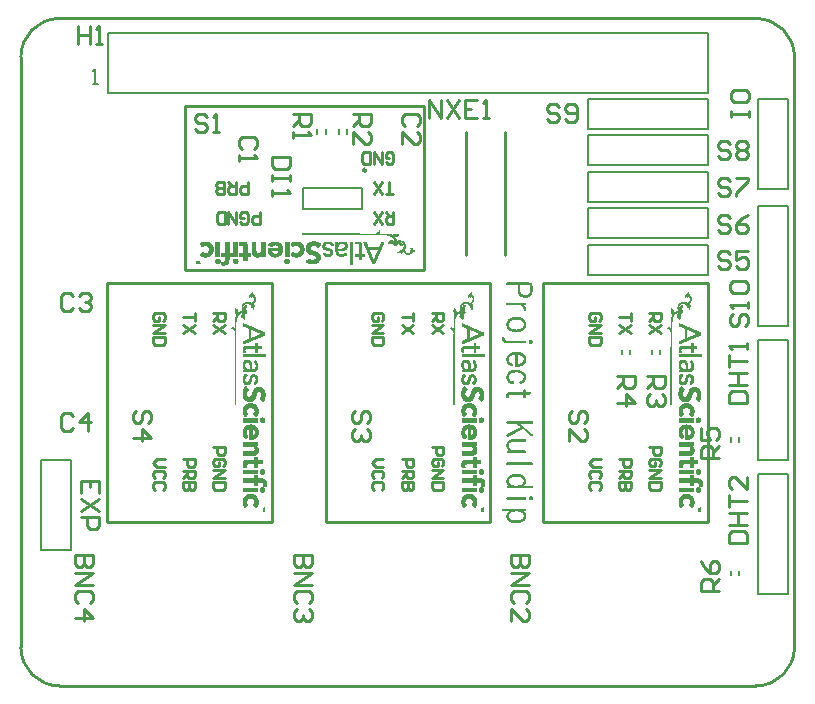
<source format=gto>
G04 Layer_Color=65535*
%FSLAX25Y25*%
%MOIN*%
G70*
G01*
G75*
%ADD17C,0.01000*%
%ADD24C,0.00965*%
%ADD33C,0.00984*%
%ADD34C,0.00070*%
%ADD35C,0.00787*%
%ADD36C,0.00800*%
G36*
X518543Y264944D02*
X518723Y264911D01*
X518879Y264870D01*
X519010Y264813D01*
X519109Y264764D01*
X519174Y264715D01*
X519215Y264682D01*
X519232Y264674D01*
X519347Y264534D01*
X519429Y264378D01*
X519486Y264214D01*
X519527Y264050D01*
X519552Y263903D01*
X519560Y263837D01*
Y263780D01*
X519568Y263739D01*
Y263706D01*
Y263681D01*
Y263673D01*
Y261869D01*
X519560Y261697D01*
X519535Y261533D01*
X519494Y261377D01*
X519445Y261230D01*
X519388Y261098D01*
X519322Y260975D01*
X519248Y260861D01*
X519183Y260762D01*
X519109Y260672D01*
X519035Y260590D01*
X518969Y260524D01*
X518912Y260467D01*
X518863Y260426D01*
X518822Y260393D01*
X518797Y260377D01*
X518789Y260369D01*
X518658Y260278D01*
X518518Y260205D01*
X518379Y260139D01*
X518231Y260082D01*
X518092Y260032D01*
X517953Y260000D01*
X517682Y259934D01*
X517559Y259918D01*
X517444Y259901D01*
X517346Y259893D01*
X517264Y259885D01*
X517190Y259877D01*
X517092D01*
X516911Y259885D01*
X516739Y259893D01*
X516575Y259918D01*
X516419Y259950D01*
X516280Y259983D01*
X516149Y260024D01*
X516026Y260065D01*
X515911Y260106D01*
X515812Y260155D01*
X515722Y260196D01*
X515648Y260237D01*
X515583Y260270D01*
X515534Y260303D01*
X515501Y260328D01*
X515476Y260336D01*
X515468Y260344D01*
X515329Y260451D01*
X515206Y260574D01*
X515099Y260697D01*
X515001Y260820D01*
X514927Y260951D01*
X514861Y261074D01*
X514804Y261197D01*
X514763Y261320D01*
X514730Y261435D01*
X514705Y261533D01*
X514689Y261631D01*
X514681Y261713D01*
X514673Y261779D01*
X514664Y261828D01*
Y261861D01*
Y261869D01*
Y264018D01*
X511327D01*
X511245Y264026D01*
X511171Y264042D01*
X511106Y264067D01*
X511056Y264091D01*
X511015Y264124D01*
X510983Y264149D01*
X510966Y264165D01*
X510958Y264173D01*
X510909Y264223D01*
X510876Y264280D01*
X510851Y264329D01*
X510835Y264378D01*
X510827Y264428D01*
X510819Y264460D01*
Y264485D01*
Y264493D01*
X510827Y264567D01*
X510835Y264633D01*
X510860Y264690D01*
X510884Y264731D01*
X510901Y264772D01*
X510925Y264797D01*
X510933Y264813D01*
X510942Y264821D01*
X511007Y264870D01*
X511065Y264903D01*
X511130Y264928D01*
X511196Y264944D01*
X511245Y264952D01*
X511286Y264961D01*
X518338D01*
X518543Y264944D01*
D02*
G37*
G36*
X517042Y258228D02*
X517100Y258212D01*
X517157Y258187D01*
X517206Y258163D01*
X517247Y258138D01*
X517272Y258114D01*
X517288Y258097D01*
X517297Y258089D01*
X517329Y258040D01*
X517362Y257982D01*
X517387Y257876D01*
X517395Y257835D01*
X517403Y257802D01*
Y257777D01*
Y257769D01*
Y257704D01*
X517387Y257646D01*
X517354Y257548D01*
X517338Y257507D01*
X517321Y257482D01*
X517313Y257466D01*
X517305Y257458D01*
X517256Y257400D01*
X517198Y257359D01*
X517141Y257335D01*
X517092Y257310D01*
X517042Y257302D01*
X517001Y257294D01*
X516616D01*
X516747Y257253D01*
X516862Y257195D01*
X516960Y257130D01*
X517042Y257056D01*
X517108Y256982D01*
X517157Y256925D01*
X517190Y256884D01*
X517198Y256867D01*
X517297Y256687D01*
X517370Y256506D01*
X517420Y256334D01*
X517461Y256170D01*
X517477Y256031D01*
X517485Y255973D01*
Y255924D01*
X517493Y255883D01*
Y255850D01*
Y255834D01*
Y255826D01*
X517485Y255760D01*
X517469Y255703D01*
X517444Y255654D01*
X517420Y255613D01*
X517387Y255580D01*
X517362Y255555D01*
X517346Y255547D01*
X517338Y255539D01*
X517288Y255506D01*
X517239Y255481D01*
X517141Y255449D01*
X517100D01*
X517067Y255440D01*
X517034D01*
X516969Y255449D01*
X516911Y255457D01*
X516854Y255473D01*
X516805Y255490D01*
X516772Y255514D01*
X516739Y255531D01*
X516723Y255539D01*
X516714Y255547D01*
X516665Y255588D01*
X516632Y255637D01*
X516608Y255686D01*
X516591Y255736D01*
X516583Y255777D01*
X516575Y255818D01*
Y255842D01*
Y255850D01*
X516567Y256039D01*
X516542Y256203D01*
X516518Y256351D01*
X516485Y256474D01*
X516444Y256572D01*
X516419Y256646D01*
X516395Y256695D01*
X516386Y256711D01*
X516272Y256851D01*
X516149Y256974D01*
X516034Y257072D01*
X515927Y257154D01*
X515829Y257220D01*
X515755Y257261D01*
X515706Y257285D01*
X515698Y257294D01*
X511294D01*
X511220Y257302D01*
X511155Y257318D01*
X511097Y257343D01*
X511048Y257376D01*
X511007Y257408D01*
X510983Y257433D01*
X510966Y257449D01*
X510958Y257458D01*
X510917Y257507D01*
X510884Y257564D01*
X510868Y257613D01*
X510851Y257663D01*
X510843Y257704D01*
X510835Y257736D01*
Y257761D01*
Y257769D01*
X510843Y257843D01*
X510851Y257900D01*
X510868Y257958D01*
X510892Y258007D01*
X510917Y258048D01*
X510933Y258081D01*
X510942Y258097D01*
X510950Y258105D01*
X510999Y258146D01*
X511056Y258179D01*
X511114Y258204D01*
X511171Y258220D01*
X511220Y258228D01*
X511261Y258237D01*
X516969D01*
X517042Y258228D01*
D02*
G37*
G36*
X514386Y253505D02*
X514623Y253489D01*
X514853Y253456D01*
X515066Y253423D01*
X515263Y253382D01*
X515452Y253333D01*
X515624Y253276D01*
X515780Y253218D01*
X515911Y253169D01*
X516034Y253112D01*
X516140Y253062D01*
X516231Y253021D01*
X516296Y252989D01*
X516345Y252956D01*
X516378Y252939D01*
X516386Y252931D01*
X516575Y252784D01*
X516747Y252636D01*
X516887Y252472D01*
X517010Y252308D01*
X517116Y252136D01*
X517206Y251972D01*
X517280Y251808D01*
X517338Y251652D01*
X517379Y251504D01*
X517411Y251365D01*
X517436Y251242D01*
X517452Y251135D01*
X517461Y251045D01*
X517469Y250980D01*
Y250939D01*
Y250922D01*
X517452Y250693D01*
X517420Y250471D01*
X517354Y250266D01*
X517280Y250078D01*
X517182Y249897D01*
X517083Y249733D01*
X516969Y249586D01*
X516854Y249446D01*
X516739Y249331D01*
X516624Y249225D01*
X516526Y249135D01*
X516427Y249061D01*
X516354Y249003D01*
X516288Y248962D01*
X516255Y248938D01*
X516239Y248930D01*
X516091Y248823D01*
X515935Y248733D01*
X515771Y248651D01*
X515599Y248577D01*
X515427Y248520D01*
X515247Y248470D01*
X515074Y248429D01*
X514910Y248397D01*
X514746Y248372D01*
X514607Y248356D01*
X514476Y248339D01*
X514361Y248331D01*
X514263Y248323D01*
X514131D01*
X513885Y248331D01*
X513648Y248347D01*
X513426Y248380D01*
X513229Y248421D01*
X513041Y248462D01*
X512869Y248511D01*
X512713Y248569D01*
X512565Y248626D01*
X512442Y248684D01*
X512336Y248741D01*
X512245Y248790D01*
X512172Y248831D01*
X512106Y248872D01*
X512065Y248905D01*
X512040Y248921D01*
X512032Y248930D01*
X511819Y249069D01*
X511630Y249225D01*
X511466Y249381D01*
X511327Y249545D01*
X511204Y249709D01*
X511106Y249881D01*
X511032Y250037D01*
X510966Y250192D01*
X510917Y250348D01*
X510876Y250479D01*
X510851Y250602D01*
X510827Y250709D01*
X510819Y250799D01*
X510810Y250865D01*
Y250906D01*
Y250922D01*
X510827Y251152D01*
X510860Y251373D01*
X510909Y251586D01*
X510983Y251775D01*
X511065Y251955D01*
X511155Y252119D01*
X511253Y252267D01*
X511352Y252406D01*
X511450Y252529D01*
X511548Y252636D01*
X511639Y252726D01*
X511721Y252800D01*
X511794Y252857D01*
X511844Y252898D01*
X511885Y252923D01*
X511893Y252931D01*
X512065Y253030D01*
X512237Y253120D01*
X512426Y253202D01*
X512606Y253267D01*
X512795Y253325D01*
X512983Y253374D01*
X513164Y253407D01*
X513336Y253440D01*
X513500Y253464D01*
X513656Y253481D01*
X513787Y253497D01*
X513902Y253505D01*
X514000Y253513D01*
X514131D01*
X514386Y253505D01*
D02*
G37*
G36*
X509884Y246789D02*
X509941Y246781D01*
X510031Y246740D01*
X510064Y246724D01*
X510089Y246707D01*
X510105Y246699D01*
X510113Y246691D01*
X510154Y246642D01*
X510187Y246576D01*
X510204Y246519D01*
X510220Y246461D01*
X510228Y246412D01*
X510236Y246371D01*
Y246347D01*
Y246338D01*
Y246133D01*
X510245Y246051D01*
X510269Y245969D01*
X510302Y245904D01*
X510343Y245846D01*
X510384Y245797D01*
X510417Y245764D01*
X510441Y245740D01*
X510450Y245732D01*
X510515Y245682D01*
X510581Y245650D01*
X510646Y245625D01*
X510712Y245609D01*
X510769Y245600D01*
X510810Y245592D01*
X517051D01*
X517124Y245584D01*
X517190Y245568D01*
X517247Y245551D01*
X517297Y245518D01*
X517338Y245494D01*
X517362Y245477D01*
X517379Y245461D01*
X517387Y245453D01*
X517428Y245404D01*
X517461Y245346D01*
X517477Y245289D01*
X517493Y245240D01*
X517502Y245190D01*
X517510Y245158D01*
Y245133D01*
Y245125D01*
X517502Y245059D01*
X517493Y245002D01*
X517461Y244903D01*
X517436Y244862D01*
X517420Y244838D01*
X517411Y244821D01*
X517403Y244813D01*
X517354Y244756D01*
X517297Y244715D01*
X517239Y244690D01*
X517182Y244666D01*
X517133Y244657D01*
X517092Y244649D01*
X510835D01*
X510728Y244666D01*
X510523Y244707D01*
X510343Y244772D01*
X510179Y244838D01*
X510056Y244912D01*
X509999Y244944D01*
X509958Y244977D01*
X509925Y245002D01*
X509900Y245018D01*
X509884Y245026D01*
X509876Y245035D01*
X509785Y245117D01*
X509712Y245199D01*
X509646Y245289D01*
X509589Y245379D01*
X509548Y245477D01*
X509507Y245568D01*
X509449Y245740D01*
X509408Y245896D01*
X509400Y245961D01*
X509392Y246019D01*
X509384Y246068D01*
Y246101D01*
Y246125D01*
Y246133D01*
Y246338D01*
X509392Y246420D01*
X509408Y246486D01*
X509433Y246543D01*
X509457Y246601D01*
X509482Y246634D01*
X509507Y246666D01*
X509523Y246683D01*
X509531Y246691D01*
X509580Y246724D01*
X509621Y246748D01*
X509720Y246781D01*
X509761Y246789D01*
X509794Y246798D01*
X509818D01*
X509884Y246789D01*
D02*
G37*
G36*
X519150Y245789D02*
X519240Y245773D01*
X519330Y245740D01*
X519404Y245707D01*
X519470Y245682D01*
X519511Y245650D01*
X519543Y245633D01*
X519552Y245625D01*
X519617Y245551D01*
X519666Y245469D01*
X519707Y245387D01*
X519732Y245305D01*
X519748Y245231D01*
X519757Y245174D01*
Y245133D01*
Y245117D01*
X519748Y245002D01*
X519724Y244903D01*
X519683Y244821D01*
X519650Y244748D01*
X519609Y244690D01*
X519568Y244641D01*
X519543Y244616D01*
X519535Y244608D01*
X519453Y244551D01*
X519371Y244502D01*
X519289Y244469D01*
X519215Y244452D01*
X519142Y244436D01*
X519092Y244428D01*
X519043D01*
X518945Y244436D01*
X518855Y244452D01*
X518773Y244485D01*
X518707Y244518D01*
X518650Y244551D01*
X518600Y244584D01*
X518576Y244600D01*
X518568Y244608D01*
X518494Y244690D01*
X518445Y244772D01*
X518404Y244854D01*
X518379Y244936D01*
X518363Y245010D01*
X518354Y245067D01*
Y245100D01*
Y245117D01*
X518363Y245231D01*
X518387Y245338D01*
X518420Y245420D01*
X518453Y245494D01*
X518486Y245551D01*
X518518Y245592D01*
X518543Y245617D01*
X518551Y245625D01*
X518633Y245682D01*
X518723Y245723D01*
X518805Y245756D01*
X518879Y245773D01*
X518945Y245789D01*
X518994Y245797D01*
X519043D01*
X519150Y245789D01*
D02*
G37*
G36*
X514386Y241861D02*
X514632Y241845D01*
X514853Y241812D01*
X515066Y241771D01*
X515271Y241730D01*
X515460Y241673D01*
X515632Y241615D01*
X515788Y241558D01*
X515927Y241500D01*
X516050Y241451D01*
X516157Y241394D01*
X516247Y241353D01*
X516321Y241312D01*
X516370Y241279D01*
X516403Y241263D01*
X516411Y241254D01*
X516600Y241115D01*
X516772Y240959D01*
X516911Y240812D01*
X517034Y240648D01*
X517141Y240492D01*
X517231Y240328D01*
X517305Y240180D01*
X517362Y240033D01*
X517403Y239893D01*
X517436Y239762D01*
X517461Y239647D01*
X517477Y239549D01*
X517485Y239467D01*
X517493Y239401D01*
Y239368D01*
Y239352D01*
X517485Y239139D01*
X517452Y238942D01*
X517395Y238745D01*
X517329Y238573D01*
X517247Y238401D01*
X517165Y238245D01*
X517067Y238106D01*
X516969Y237974D01*
X516870Y237860D01*
X516780Y237761D01*
X516690Y237671D01*
X516608Y237597D01*
X516542Y237540D01*
X516493Y237499D01*
X516452Y237474D01*
X516444Y237466D01*
X516263Y237351D01*
X516067Y237253D01*
X515878Y237163D01*
X515681Y237089D01*
X515484Y237023D01*
X515296Y236966D01*
X515107Y236925D01*
X514935Y236892D01*
X514771Y236867D01*
X514615Y236843D01*
X514484Y236826D01*
X514361Y236818D01*
X514271Y236810D01*
X513861D01*
Y240918D01*
X513574Y240894D01*
X513303Y240844D01*
X513180Y240820D01*
X513065Y240787D01*
X512959Y240754D01*
X512860Y240730D01*
X512770Y240697D01*
X512688Y240664D01*
X512623Y240639D01*
X512565Y240615D01*
X512516Y240598D01*
X512483Y240582D01*
X512467Y240566D01*
X512459D01*
X512319Y240467D01*
X512204Y240361D01*
X512098Y240262D01*
X512016Y240156D01*
X511942Y240049D01*
X511876Y239951D01*
X511827Y239852D01*
X511786Y239762D01*
X511753Y239672D01*
X511729Y239598D01*
X511712Y239524D01*
X511704Y239467D01*
X511696Y239418D01*
X511688Y239385D01*
Y239360D01*
Y239352D01*
X511696Y239254D01*
X511704Y239163D01*
X511745Y238983D01*
X511803Y238835D01*
X511868Y238704D01*
X511934Y238598D01*
X511991Y238516D01*
X512032Y238466D01*
X512049Y238450D01*
X512163Y238335D01*
X512295Y238229D01*
X512434Y238138D01*
X512573Y238056D01*
X512696Y237983D01*
X512795Y237933D01*
X512836Y237917D01*
X512860Y237901D01*
X512877Y237892D01*
X512885D01*
X512959Y237851D01*
X513024Y237810D01*
X513074Y237761D01*
X513115Y237712D01*
X513147Y237663D01*
X513172Y237630D01*
X513188Y237605D01*
Y237597D01*
X513205Y237532D01*
X513213Y237466D01*
X513205Y237400D01*
Y237343D01*
X513197Y237294D01*
X513180Y237261D01*
X513172Y237236D01*
Y237228D01*
X513147Y237171D01*
X513115Y237122D01*
X513041Y237040D01*
X513008Y237015D01*
X512975Y236990D01*
X512959Y236974D01*
X512951D01*
X512877Y236949D01*
X512811Y236941D01*
X512746Y236933D01*
X512680Y236941D01*
X512631Y236949D01*
X512590Y236958D01*
X512565Y236966D01*
X512557D01*
X512409Y237031D01*
X512270Y237105D01*
X512139Y237187D01*
X512016Y237269D01*
X511901Y237343D01*
X511794Y237425D01*
X511696Y237507D01*
X511614Y237581D01*
X511540Y237655D01*
X511475Y237720D01*
X511417Y237778D01*
X511368Y237835D01*
X511335Y237876D01*
X511311Y237909D01*
X511294Y237925D01*
X511286Y237933D01*
X511204Y238048D01*
X511138Y238171D01*
X511081Y238294D01*
X511024Y238417D01*
X510942Y238655D01*
X510892Y238876D01*
X510876Y238975D01*
X510860Y239065D01*
X510851Y239147D01*
X510843Y239221D01*
X510835Y239278D01*
Y239319D01*
Y239344D01*
Y239352D01*
X510851Y239565D01*
X510884Y239770D01*
X510942Y239959D01*
X511015Y240147D01*
X511097Y240311D01*
X511196Y240467D01*
X511294Y240615D01*
X511401Y240746D01*
X511507Y240861D01*
X511606Y240959D01*
X511704Y241049D01*
X511786Y241123D01*
X511860Y241181D01*
X511917Y241222D01*
X511950Y241246D01*
X511967Y241254D01*
X512131Y241361D01*
X512303Y241459D01*
X512475Y241541D01*
X512655Y241607D01*
X512844Y241673D01*
X513024Y241722D01*
X513197Y241763D01*
X513369Y241796D01*
X513525Y241820D01*
X513672Y241837D01*
X513803Y241853D01*
X513918Y241861D01*
X514008D01*
X514082Y241869D01*
X514140D01*
X514386Y241861D01*
D02*
G37*
G36*
X514394Y235933D02*
X514632Y235900D01*
X514861Y235859D01*
X515083Y235810D01*
X515288Y235744D01*
X515484Y235670D01*
X515665Y235596D01*
X515829Y235514D01*
X515976Y235432D01*
X516108Y235359D01*
X516222Y235285D01*
X516321Y235219D01*
X516395Y235170D01*
X516452Y235121D01*
X516485Y235096D01*
X516493Y235088D01*
X516673Y234990D01*
X516821Y234867D01*
X516960Y234744D01*
X517075Y234604D01*
X517165Y234465D01*
X517247Y234325D01*
X517313Y234178D01*
X517370Y234038D01*
X517411Y233907D01*
X517444Y233776D01*
X517461Y233661D01*
X517477Y233563D01*
X517485Y233481D01*
X517493Y233415D01*
Y233382D01*
Y233366D01*
X517485Y233202D01*
X517469Y233054D01*
X517444Y232907D01*
X517411Y232776D01*
X517362Y232653D01*
X517321Y232546D01*
X517272Y232439D01*
X517223Y232349D01*
X517165Y232267D01*
X517116Y232202D01*
X517075Y232144D01*
X517034Y232095D01*
X516993Y232054D01*
X516969Y232029D01*
X516952Y232013D01*
X516944Y232005D01*
X516837Y231865D01*
X516731Y231734D01*
X516616Y231628D01*
X516509Y231529D01*
X516403Y231439D01*
X516296Y231373D01*
X516190Y231308D01*
X516099Y231259D01*
X516009Y231218D01*
X515927Y231185D01*
X515853Y231160D01*
X515796Y231144D01*
X515739Y231136D01*
X515706Y231127D01*
X515681Y231119D01*
X515591D01*
X515517Y231144D01*
X515443Y231177D01*
X515378Y231218D01*
X515329Y231259D01*
X515288Y231291D01*
X515263Y231316D01*
X515255Y231324D01*
X515222Y231349D01*
X515197Y231382D01*
X515156Y231455D01*
X515148Y231496D01*
X515140Y231529D01*
X515132Y231554D01*
Y231562D01*
Y231636D01*
X515140Y231701D01*
X515148Y231759D01*
X515165Y231808D01*
X515181Y231849D01*
X515189Y231882D01*
X515206Y231898D01*
Y231906D01*
X515263Y231972D01*
X515320Y232021D01*
X515370Y232054D01*
X515427Y232087D01*
X515476Y232103D01*
X515509Y232111D01*
X515534Y232120D01*
X515542D01*
X515714Y232161D01*
X515862Y232218D01*
X515993Y232284D01*
X516108Y232357D01*
X516198Y232431D01*
X516263Y232489D01*
X516296Y232530D01*
X516313Y232538D01*
Y232546D01*
X516419Y232694D01*
X516501Y232841D01*
X516559Y232989D01*
X516600Y233120D01*
X516624Y233235D01*
X516632Y233325D01*
X516641Y233358D01*
Y233382D01*
Y233399D01*
Y233407D01*
X516632Y233538D01*
X516608Y233669D01*
X516575Y233784D01*
X516526Y233899D01*
X516468Y234006D01*
X516403Y234096D01*
X516337Y234186D01*
X516272Y234268D01*
X516198Y234342D01*
X516132Y234399D01*
X516067Y234457D01*
X516009Y234498D01*
X515960Y234530D01*
X515927Y234555D01*
X515903Y234571D01*
X515894Y234580D01*
X515763Y234653D01*
X515624Y234711D01*
X515476Y234768D01*
X515329Y234817D01*
X515042Y234891D01*
X514763Y234940D01*
X514640Y234957D01*
X514525Y234965D01*
X514418Y234973D01*
X514328Y234981D01*
X514254Y234990D01*
X514156D01*
X513959Y234981D01*
X513771Y234973D01*
X513590Y234949D01*
X513418Y234924D01*
X513254Y234891D01*
X513098Y234858D01*
X512959Y234817D01*
X512828Y234776D01*
X512705Y234735D01*
X512606Y234694D01*
X512508Y234662D01*
X512434Y234629D01*
X512377Y234604D01*
X512327Y234580D01*
X512303Y234571D01*
X512295Y234563D01*
X512188Y234481D01*
X512098Y234399D01*
X512016Y234301D01*
X511942Y234211D01*
X511885Y234112D01*
X511835Y234022D01*
X511794Y233924D01*
X511762Y233833D01*
X511721Y233669D01*
X511704Y233596D01*
X511696Y233538D01*
Y233489D01*
X511688Y233448D01*
Y233423D01*
Y233415D01*
X511704Y233202D01*
X511737Y233022D01*
X511794Y232858D01*
X511852Y232718D01*
X511909Y232612D01*
X511967Y232538D01*
X511999Y232489D01*
X512016Y232472D01*
X512163Y232349D01*
X512327Y232243D01*
X512500Y232169D01*
X512672Y232111D01*
X512819Y232070D01*
X512885Y232054D01*
X512942Y232038D01*
X512992Y232029D01*
X513024Y232021D01*
X513057D01*
X513147Y232013D01*
X513221Y231988D01*
X513287Y231956D01*
X513344Y231923D01*
X513385Y231882D01*
X513418Y231857D01*
X513434Y231833D01*
X513443Y231824D01*
X513475Y231767D01*
X513500Y231710D01*
X513516Y231652D01*
X513525Y231595D01*
Y231546D01*
Y231505D01*
Y231480D01*
Y231472D01*
X513508Y231398D01*
X513484Y231332D01*
X513459Y231275D01*
X513426Y231234D01*
X513402Y231193D01*
X513377Y231168D01*
X513361Y231152D01*
X513352Y231144D01*
X513287Y231095D01*
X513221Y231062D01*
X513156Y231037D01*
X513098Y231029D01*
X513049Y231021D01*
X512967D01*
X512795Y231045D01*
X512623Y231086D01*
X512467Y231136D01*
X512319Y231185D01*
X512188Y231242D01*
X512057Y231300D01*
X511942Y231365D01*
X511844Y231423D01*
X511745Y231480D01*
X511663Y231537D01*
X511598Y231595D01*
X511540Y231636D01*
X511491Y231677D01*
X511458Y231710D01*
X511442Y231726D01*
X511434Y231734D01*
X511327Y231857D01*
X511237Y231988D01*
X511155Y232120D01*
X511089Y232259D01*
X511032Y232390D01*
X510983Y232530D01*
X510942Y232661D01*
X510909Y232784D01*
X510884Y232907D01*
X510868Y233013D01*
X510851Y233112D01*
X510843Y233202D01*
Y233268D01*
X510835Y233325D01*
Y233358D01*
Y233366D01*
X510851Y233596D01*
X510884Y233817D01*
X510933Y234022D01*
X511007Y234219D01*
X511089Y234391D01*
X511179Y234555D01*
X511286Y234711D01*
X511384Y234842D01*
X511491Y234965D01*
X511589Y235063D01*
X511680Y235154D01*
X511762Y235227D01*
X511835Y235285D01*
X511885Y235326D01*
X511926Y235350D01*
X511934Y235359D01*
X512090Y235457D01*
X512262Y235547D01*
X512434Y235629D01*
X512614Y235695D01*
X512803Y235752D01*
X512983Y235801D01*
X513164Y235834D01*
X513336Y235867D01*
X513500Y235892D01*
X513656Y235908D01*
X513787Y235924D01*
X513910Y235933D01*
X514008Y235941D01*
X514140D01*
X514394Y235933D01*
D02*
G37*
G36*
X516952Y229414D02*
X517018Y229405D01*
X517075Y229389D01*
X517124Y229364D01*
X517198Y229299D01*
X517256Y229233D01*
X517280Y229168D01*
X517297Y229102D01*
X517305Y229061D01*
Y229045D01*
Y228536D01*
X518756D01*
X518838Y228528D01*
X518904Y228512D01*
X518969Y228487D01*
X519019Y228462D01*
X519060Y228438D01*
X519084Y228413D01*
X519101Y228397D01*
X519109Y228389D01*
X519142Y228339D01*
X519174Y228282D01*
X519199Y228175D01*
X519207Y228134D01*
X519215Y228102D01*
Y228077D01*
Y228069D01*
X519207Y228003D01*
X519199Y227946D01*
X519166Y227847D01*
X519142Y227806D01*
X519125Y227782D01*
X519117Y227765D01*
X519109Y227757D01*
X519060Y227700D01*
X519002Y227659D01*
X518937Y227634D01*
X518887Y227610D01*
X518830Y227601D01*
X518797Y227593D01*
X517305D01*
Y226790D01*
Y226716D01*
X517288Y226650D01*
X517272Y226593D01*
X517247Y226544D01*
X517182Y226470D01*
X517116Y226412D01*
X517051Y226388D01*
X516985Y226371D01*
X516944Y226363D01*
X516928D01*
X516846Y226371D01*
X516772Y226388D01*
X516706Y226412D01*
X516657Y226437D01*
X516608Y226470D01*
X516567Y226503D01*
X516509Y226585D01*
X516477Y226658D01*
X516460Y226724D01*
X516452Y226773D01*
Y226781D01*
Y226790D01*
Y227593D01*
X511934D01*
X511901Y227585D01*
X511852D01*
X511794Y227519D01*
X511753Y227454D01*
X511729Y227396D01*
X511712Y227339D01*
X511696Y227290D01*
X511688Y227257D01*
Y227232D01*
Y227224D01*
Y226814D01*
X511680Y226740D01*
X511663Y226675D01*
X511647Y226609D01*
X511622Y226560D01*
X511589Y226511D01*
X511573Y226478D01*
X511557Y226462D01*
X511548Y226453D01*
X511507Y226412D01*
X511458Y226388D01*
X511360Y226355D01*
X511319Y226347D01*
X511294Y226339D01*
X511261D01*
X511196Y226347D01*
X511147Y226355D01*
X511056Y226404D01*
X511024Y226429D01*
X510999Y226445D01*
X510983Y226462D01*
X510974Y226470D01*
X510925Y226519D01*
X510892Y226576D01*
X510868Y226634D01*
X510851Y226691D01*
X510843Y226740D01*
X510835Y226781D01*
Y226806D01*
Y226814D01*
Y227347D01*
X510851Y227544D01*
X510884Y227716D01*
X510942Y227856D01*
X511007Y227970D01*
X511065Y228052D01*
X511122Y228110D01*
X511155Y228151D01*
X511171Y228159D01*
X511245Y228225D01*
X511319Y228282D01*
X511466Y228380D01*
X511606Y228446D01*
X511745Y228487D01*
X511860Y228520D01*
X511950Y228528D01*
X511983Y228536D01*
X516452D01*
Y229045D01*
X516460Y229110D01*
X516468Y229168D01*
X516518Y229266D01*
X516583Y229332D01*
X516665Y229373D01*
X516747Y229405D01*
X516813Y229414D01*
X516862Y229422D01*
X516878D01*
X516952Y229414D01*
D02*
G37*
G36*
X519388Y218745D02*
X519461Y218729D01*
X519519Y218704D01*
X519568Y218680D01*
X519609Y218655D01*
X519642Y218631D01*
X519658Y218614D01*
X519666Y218606D01*
X519699Y218557D01*
X519724Y218499D01*
X519748Y218401D01*
X519757Y218360D01*
Y218327D01*
Y218311D01*
Y218303D01*
X519748Y218237D01*
X519740Y218171D01*
X519724Y218114D01*
X519707Y218065D01*
X519683Y218032D01*
X519666Y217999D01*
X519658Y217983D01*
X519650Y217975D01*
X519601Y217917D01*
X519543Y217876D01*
X519486Y217852D01*
X519437Y217827D01*
X519388Y217819D01*
X519347Y217811D01*
X515288D01*
X519543Y214563D01*
X519601Y214514D01*
X519650Y214457D01*
X519691Y214399D01*
X519716Y214342D01*
X519740Y214293D01*
X519748Y214252D01*
X519757Y214219D01*
Y214211D01*
Y214162D01*
X519748Y214104D01*
X519724Y214022D01*
X519707Y213981D01*
X519691Y213957D01*
X519683Y213940D01*
X519675Y213932D01*
X519634Y213883D01*
X519593Y213842D01*
X519543Y213817D01*
X519502Y213793D01*
X519461Y213784D01*
X519429Y213776D01*
X519404Y213768D01*
X519330D01*
X519265Y213776D01*
X519207Y213801D01*
X519158Y213817D01*
X519117Y213842D01*
X519084Y213858D01*
X519068Y213875D01*
X519060Y213883D01*
X516272Y216130D01*
X511532Y213547D01*
X511458Y213514D01*
X511393Y213497D01*
X511327Y213489D01*
X511270Y213481D01*
X511220Y213489D01*
X511179D01*
X511155Y213497D01*
X511147D01*
X511089Y213530D01*
X511040Y213563D01*
X510958Y213637D01*
X510933Y213678D01*
X510909Y213711D01*
X510901Y213727D01*
X510892Y213735D01*
X510868Y213793D01*
X510843Y213850D01*
X510827Y213948D01*
Y213989D01*
X510835Y214022D01*
Y214039D01*
Y214047D01*
X510851Y214121D01*
X510884Y214178D01*
X510917Y214227D01*
X510958Y214268D01*
X510991Y214301D01*
X511024Y214326D01*
X511040Y214334D01*
X511048Y214342D01*
X515583Y216745D01*
X514156Y217811D01*
X511376D01*
X511286Y217819D01*
X511204Y217835D01*
X511130Y217868D01*
X511073Y217893D01*
X511024Y217925D01*
X510983Y217958D01*
X510958Y217975D01*
X510950Y217983D01*
X510909Y218032D01*
X510876Y218081D01*
X510851Y218130D01*
X510835Y218180D01*
X510827Y218221D01*
X510819Y218253D01*
Y218278D01*
Y218286D01*
X510827Y218360D01*
X510843Y218426D01*
X510860Y218483D01*
X510892Y218532D01*
X510917Y218573D01*
X510933Y218598D01*
X510950Y218614D01*
X510958Y218622D01*
X511024Y218663D01*
X511089Y218696D01*
X511155Y218721D01*
X511212Y218737D01*
X511270Y218745D01*
X511311Y218754D01*
X519314D01*
X519388Y218745D01*
D02*
G37*
G36*
X517124Y212653D02*
X517198Y212636D01*
X517264Y212620D01*
X517313Y212595D01*
X517354Y212571D01*
X517387Y212546D01*
X517403Y212538D01*
X517411Y212530D01*
X517461Y212472D01*
X517493Y212415D01*
X517518Y212366D01*
X517534Y212308D01*
X517543Y212259D01*
X517551Y212226D01*
Y212202D01*
Y212194D01*
X517543Y212128D01*
X517526Y212062D01*
X517502Y212005D01*
X517477Y211956D01*
X517444Y211915D01*
X517420Y211882D01*
X517403Y211866D01*
X517395Y211857D01*
X517346Y211808D01*
X517288Y211775D01*
X517231Y211751D01*
X517165Y211734D01*
X517116Y211726D01*
X517075Y211718D01*
X512721D01*
X512565Y211710D01*
X512426Y211677D01*
X512303Y211628D01*
X512204Y211579D01*
X512114Y211529D01*
X512049Y211480D01*
X512016Y211447D01*
X511999Y211439D01*
X511893Y211324D01*
X511819Y211193D01*
X511762Y211062D01*
X511729Y210939D01*
X511704Y210824D01*
X511696Y210726D01*
X511688Y210693D01*
Y210668D01*
Y210652D01*
Y210644D01*
X511704Y210463D01*
X511737Y210291D01*
X511786Y210127D01*
X511844Y209996D01*
X511901Y209881D01*
X511950Y209791D01*
X511975Y209758D01*
X511983Y209734D01*
X511999Y209725D01*
Y209717D01*
X512098Y209594D01*
X512221Y209463D01*
X512352Y209332D01*
X512483Y209217D01*
X512606Y209119D01*
X512705Y209037D01*
X512737Y209004D01*
X512770Y208979D01*
X512787Y208971D01*
X512795Y208963D01*
X517034D01*
X517124Y208955D01*
X517198Y208938D01*
X517264Y208922D01*
X517313Y208897D01*
X517354Y208873D01*
X517387Y208848D01*
X517403Y208840D01*
X517411Y208832D01*
X517461Y208774D01*
X517493Y208717D01*
X517518Y208668D01*
X517534Y208610D01*
X517543Y208561D01*
X517551Y208528D01*
Y208504D01*
Y208495D01*
X517543Y208430D01*
X517526Y208364D01*
X517502Y208307D01*
X517477Y208258D01*
X517444Y208217D01*
X517420Y208184D01*
X517403Y208167D01*
X517395Y208159D01*
X517346Y208110D01*
X517288Y208077D01*
X517231Y208053D01*
X517165Y208036D01*
X517116Y208028D01*
X517075Y208020D01*
X511384D01*
X511311Y208028D01*
X511245Y208044D01*
X511188Y208069D01*
X511138Y208102D01*
X511097Y208135D01*
X511065Y208159D01*
X511048Y208176D01*
X511040Y208184D01*
X511007Y208233D01*
X510983Y208290D01*
X510950Y208389D01*
X510942Y208430D01*
X510933Y208463D01*
Y208487D01*
Y208495D01*
X510942Y208569D01*
X510950Y208635D01*
X510974Y208692D01*
X510999Y208741D01*
X511015Y208782D01*
X511040Y208815D01*
X511048Y208832D01*
X511056Y208840D01*
X511106Y208881D01*
X511163Y208914D01*
X511212Y208930D01*
X511270Y208946D01*
X511311Y208955D01*
X511352Y208963D01*
X511770D01*
X511622Y209045D01*
X511491Y209135D01*
X511384Y209225D01*
X511286Y209315D01*
X511220Y209397D01*
X511163Y209463D01*
X511130Y209504D01*
X511122Y209512D01*
Y209520D01*
X511024Y209701D01*
X510958Y209898D01*
X510909Y210086D01*
X510868Y210258D01*
X510851Y210414D01*
X510843Y210480D01*
Y210537D01*
X510835Y210586D01*
Y210619D01*
Y210644D01*
Y210652D01*
X510843Y210824D01*
X510860Y210980D01*
X510884Y211128D01*
X510925Y211267D01*
X510966Y211398D01*
X511015Y211513D01*
X511065Y211611D01*
X511114Y211710D01*
X511163Y211792D01*
X511220Y211857D01*
X511261Y211915D01*
X511302Y211964D01*
X511343Y212005D01*
X511368Y212030D01*
X511384Y212046D01*
X511393Y212054D01*
X511499Y212161D01*
X511614Y212251D01*
X511729Y212333D01*
X511835Y212407D01*
X511950Y212464D01*
X512065Y212513D01*
X512172Y212554D01*
X512270Y212587D01*
X512360Y212612D01*
X512450Y212628D01*
X512524Y212645D01*
X512590Y212653D01*
X512647D01*
X512688Y212661D01*
X517034D01*
X517124Y212653D01*
D02*
G37*
G36*
X519388Y205010D02*
X519453Y204994D01*
X519511Y204969D01*
X519560Y204945D01*
X519601Y204920D01*
X519625Y204896D01*
X519642Y204879D01*
X519650Y204871D01*
X519683Y204822D01*
X519716Y204764D01*
X519740Y204658D01*
X519748Y204617D01*
X519757Y204584D01*
Y204559D01*
Y204551D01*
X519748Y204486D01*
X519740Y204428D01*
X519707Y204330D01*
X519683Y204289D01*
X519666Y204264D01*
X519658Y204248D01*
X519650Y204240D01*
X519601Y204182D01*
X519543Y204141D01*
X519478Y204117D01*
X519429Y204092D01*
X519371Y204084D01*
X519338Y204076D01*
X511270D01*
X511196Y204084D01*
X511130Y204100D01*
X511073Y204133D01*
X511024Y204158D01*
X510983Y204190D01*
X510958Y204223D01*
X510942Y204240D01*
X510933Y204248D01*
X510892Y204297D01*
X510868Y204346D01*
X510835Y204445D01*
X510827Y204486D01*
X510819Y204518D01*
Y204543D01*
Y204551D01*
X510827Y204625D01*
X510843Y204691D01*
X510860Y204748D01*
X510892Y204797D01*
X510917Y204838D01*
X510933Y204871D01*
X510950Y204887D01*
X510958Y204896D01*
X511007Y204937D01*
X511056Y204969D01*
X511114Y204986D01*
X511163Y205002D01*
X511204Y205010D01*
X511245Y205019D01*
X519314D01*
X519388Y205010D01*
D02*
G37*
G36*
X514386Y201181D02*
X514623Y201165D01*
X514853Y201132D01*
X515074Y201099D01*
X515271Y201058D01*
X515460Y201009D01*
X515632Y200951D01*
X515796Y200894D01*
X515935Y200845D01*
X516058Y200787D01*
X516165Y200738D01*
X516255Y200697D01*
X516329Y200664D01*
X516378Y200632D01*
X516411Y200615D01*
X516419Y200607D01*
X516608Y200476D01*
X516764Y200336D01*
X516903Y200181D01*
X517026Y200033D01*
X517124Y199877D01*
X517215Y199721D01*
X517280Y199566D01*
X517338Y199418D01*
X517379Y199279D01*
X517411Y199147D01*
X517436Y199033D01*
X517452Y198934D01*
X517461Y198852D01*
X517469Y198787D01*
Y198754D01*
Y198737D01*
X517452Y198549D01*
X517420Y198368D01*
X517370Y198196D01*
X517313Y198049D01*
X517256Y197926D01*
X517231Y197876D01*
X517206Y197827D01*
X517190Y197794D01*
X517174Y197770D01*
X517157Y197753D01*
Y197745D01*
X517059Y197614D01*
X516952Y197507D01*
X516829Y197417D01*
X516714Y197343D01*
X516608Y197286D01*
X516518Y197245D01*
X516485Y197237D01*
X516460Y197229D01*
X516444Y197220D01*
X519265D01*
X519338Y197212D01*
X519412Y197196D01*
X519470Y197179D01*
X519519Y197155D01*
X519560Y197130D01*
X519593Y197106D01*
X519609Y197097D01*
X519617Y197089D01*
X519658Y197032D01*
X519683Y196974D01*
X519716Y196868D01*
X519724Y196819D01*
X519732Y196786D01*
Y196761D01*
Y196753D01*
X519724Y196687D01*
X519716Y196630D01*
X519691Y196573D01*
X519675Y196532D01*
X519650Y196491D01*
X519625Y196466D01*
X519617Y196450D01*
X519609Y196441D01*
X519552Y196384D01*
X519494Y196343D01*
X519429Y196318D01*
X519371Y196294D01*
X519322Y196286D01*
X519281Y196277D01*
X511401D01*
X511319Y196286D01*
X511245Y196302D01*
X511179Y196327D01*
X511130Y196359D01*
X511081Y196392D01*
X511048Y196417D01*
X511032Y196433D01*
X511024Y196441D01*
X510991Y196491D01*
X510966Y196548D01*
X510942Y196655D01*
X510933Y196704D01*
X510925Y196737D01*
Y196761D01*
Y196769D01*
X510933Y196835D01*
X510958Y196892D01*
X510974Y196950D01*
X510999Y196999D01*
X511024Y197040D01*
X511048Y197073D01*
X511056Y197089D01*
X511065Y197097D01*
X511114Y197138D01*
X511171Y197171D01*
X511229Y197188D01*
X511278Y197204D01*
X511327Y197212D01*
X511368Y197220D01*
X511770D01*
X511704Y197237D01*
X511639Y197253D01*
X511516Y197311D01*
X511409Y197393D01*
X511319Y197475D01*
X511237Y197557D01*
X511179Y197622D01*
X511147Y197671D01*
X511130Y197680D01*
Y197688D01*
X511024Y197876D01*
X510942Y198057D01*
X510892Y198237D01*
X510851Y198393D01*
X510827Y198532D01*
X510819Y198590D01*
Y198639D01*
X510810Y198680D01*
Y198713D01*
Y198729D01*
Y198737D01*
X510827Y198959D01*
X510860Y199164D01*
X510917Y199361D01*
X510991Y199541D01*
X511081Y199705D01*
X511179Y199861D01*
X511286Y200008D01*
X511393Y200131D01*
X511499Y200246D01*
X511606Y200345D01*
X511704Y200435D01*
X511794Y200500D01*
X511868Y200558D01*
X511926Y200599D01*
X511958Y200623D01*
X511975Y200632D01*
X512131Y200730D01*
X512295Y200812D01*
X512467Y200886D01*
X512647Y200951D01*
X512828Y201009D01*
X513008Y201050D01*
X513180Y201091D01*
X513352Y201115D01*
X513508Y201140D01*
X513656Y201156D01*
X513795Y201173D01*
X513910Y201181D01*
X514000Y201189D01*
X514131D01*
X514386Y201181D01*
D02*
G37*
G36*
X517141Y193416D02*
X517206Y193399D01*
X517264Y193375D01*
X517313Y193350D01*
X517346Y193325D01*
X517370Y193301D01*
X517387Y193284D01*
X517395Y193276D01*
X517436Y193227D01*
X517461Y193178D01*
X517493Y193071D01*
X517502Y193022D01*
X517510Y192989D01*
Y192965D01*
Y192956D01*
X517502Y192891D01*
X517493Y192833D01*
X517461Y192735D01*
X517436Y192694D01*
X517420Y192669D01*
X517411Y192653D01*
X517403Y192645D01*
X517354Y192587D01*
X517297Y192546D01*
X517239Y192522D01*
X517182Y192497D01*
X517133Y192489D01*
X517092Y192481D01*
X511302D01*
X511229Y192489D01*
X511155Y192505D01*
X511106Y192522D01*
X511056Y192546D01*
X511024Y192579D01*
X510991Y192596D01*
X510983Y192612D01*
X510974Y192620D01*
X510925Y192678D01*
X510884Y192735D01*
X510860Y192792D01*
X510835Y192842D01*
X510827Y192891D01*
X510819Y192924D01*
Y192948D01*
Y192956D01*
X510827Y193030D01*
X510843Y193088D01*
X510860Y193145D01*
X510884Y193194D01*
X510909Y193235D01*
X510933Y193268D01*
X510942Y193284D01*
X510950Y193293D01*
X511007Y193334D01*
X511065Y193366D01*
X511122Y193391D01*
X511179Y193407D01*
X511229Y193416D01*
X511270Y193424D01*
X517059D01*
X517141Y193416D01*
D02*
G37*
G36*
X519150Y193629D02*
X519240Y193612D01*
X519322Y193588D01*
X519396Y193555D01*
X519453Y193530D01*
X519494Y193506D01*
X519519Y193489D01*
X519527Y193481D01*
X519601Y193407D01*
X519658Y193325D01*
X519699Y193243D01*
X519732Y193161D01*
X519748Y193088D01*
X519757Y193030D01*
Y192989D01*
Y192973D01*
X519748Y192858D01*
X519724Y192751D01*
X519683Y192661D01*
X519650Y192587D01*
X519609Y192530D01*
X519568Y192481D01*
X519543Y192456D01*
X519535Y192448D01*
X519453Y192391D01*
X519371Y192341D01*
X519289Y192309D01*
X519215Y192292D01*
X519142Y192276D01*
X519092Y192268D01*
X519043D01*
X518945Y192276D01*
X518855Y192292D01*
X518773Y192325D01*
X518707Y192358D01*
X518650Y192391D01*
X518600Y192423D01*
X518576Y192440D01*
X518568Y192448D01*
X518494Y192530D01*
X518445Y192612D01*
X518404Y192702D01*
X518379Y192784D01*
X518363Y192858D01*
X518354Y192915D01*
Y192956D01*
Y192973D01*
X518363Y193088D01*
X518387Y193194D01*
X518428Y193276D01*
X518469Y193350D01*
X518502Y193407D01*
X518543Y193448D01*
X518568Y193473D01*
X518576Y193481D01*
X518650Y193530D01*
X518723Y193571D01*
X518805Y193596D01*
X518879Y193621D01*
X518945Y193629D01*
X518994Y193637D01*
X519043D01*
X519150Y193629D01*
D02*
G37*
G36*
X516993Y189586D02*
X517075Y189562D01*
X517141Y189521D01*
X517198Y189480D01*
X517247Y189447D01*
X517280Y189406D01*
X517305Y189381D01*
X517313Y189373D01*
X517338Y189348D01*
X517362Y189316D01*
X517387Y189242D01*
X517395Y189201D01*
Y189168D01*
Y189152D01*
Y189143D01*
X517379Y189070D01*
X517362Y189004D01*
X517338Y188947D01*
X517313Y188906D01*
X517297Y188865D01*
X517272Y188840D01*
X517264Y188824D01*
X517256Y188815D01*
X517198Y188758D01*
X517141Y188717D01*
X517083Y188692D01*
X517026Y188668D01*
X516977Y188660D01*
X516936Y188651D01*
X516534D01*
X516600Y188643D01*
X516665Y188627D01*
X516788Y188578D01*
X516895Y188504D01*
X516985Y188430D01*
X517067Y188356D01*
X517116Y188291D01*
X517157Y188241D01*
X517165Y188233D01*
Y188225D01*
X517272Y188028D01*
X517354Y187840D01*
X517411Y187659D01*
X517452Y187495D01*
X517477Y187348D01*
X517485Y187290D01*
Y187241D01*
X517493Y187200D01*
Y187167D01*
Y187151D01*
Y187143D01*
X517485Y186929D01*
X517452Y186724D01*
X517403Y186536D01*
X517338Y186355D01*
X517264Y186191D01*
X517174Y186044D01*
X517083Y185913D01*
X516993Y185790D01*
X516903Y185683D01*
X516813Y185593D01*
X516723Y185511D01*
X516649Y185445D01*
X516583Y185396D01*
X516534Y185363D01*
X516501Y185339D01*
X516493Y185330D01*
X516313Y185216D01*
X516116Y185117D01*
X515919Y185027D01*
X515722Y184953D01*
X515525Y184896D01*
X515337Y184838D01*
X515148Y184797D01*
X514968Y184765D01*
X514804Y184740D01*
X514648Y184715D01*
X514509Y184699D01*
X514394Y184691D01*
X514295Y184683D01*
X514164D01*
X513918Y184691D01*
X513680Y184707D01*
X513451Y184740D01*
X513238Y184773D01*
X513041Y184814D01*
X512852Y184863D01*
X512688Y184920D01*
X512532Y184970D01*
X512393Y185027D01*
X512270Y185084D01*
X512163Y185134D01*
X512081Y185175D01*
X512008Y185207D01*
X511958Y185240D01*
X511926Y185257D01*
X511917Y185265D01*
X511729Y185396D01*
X511557Y185544D01*
X511417Y185691D01*
X511294Y185847D01*
X511188Y186003D01*
X511097Y186159D01*
X511032Y186314D01*
X510974Y186462D01*
X510925Y186601D01*
X510892Y186724D01*
X510868Y186847D01*
X510851Y186946D01*
X510843Y187028D01*
X510835Y187093D01*
Y187126D01*
Y187143D01*
X510843Y187331D01*
X510876Y187512D01*
X510925Y187667D01*
X510974Y187815D01*
X511024Y187930D01*
X511073Y188020D01*
X511089Y188053D01*
X511106Y188077D01*
X511114Y188086D01*
Y188094D01*
X511220Y188241D01*
X511335Y188356D01*
X511458Y188455D01*
X511581Y188528D01*
X511688Y188586D01*
X511770Y188627D01*
X511803Y188635D01*
X511827Y188643D01*
X511844Y188651D01*
X509843D01*
X509769Y188660D01*
X509703Y188676D01*
X509638Y188701D01*
X509589Y188733D01*
X509548Y188766D01*
X509515Y188791D01*
X509498Y188807D01*
X509490Y188815D01*
X509457Y188865D01*
X509433Y188922D01*
X509400Y189020D01*
X509392Y189061D01*
X509384Y189094D01*
Y189119D01*
Y189127D01*
X509392Y189201D01*
X509408Y189266D01*
X509425Y189324D01*
X509457Y189373D01*
X509482Y189414D01*
X509498Y189447D01*
X509515Y189463D01*
X509523Y189471D01*
X509572Y189512D01*
X509630Y189545D01*
X509687Y189562D01*
X509744Y189578D01*
X509794Y189586D01*
X509835Y189594D01*
X516903D01*
X516993Y189586D01*
D02*
G37*
%LPC*%
G36*
X518346Y264018D02*
X515517D01*
Y262074D01*
X515525Y261968D01*
X515534Y261869D01*
X515591Y261689D01*
X515665Y261525D01*
X515747Y261394D01*
X515829Y261295D01*
X515903Y261213D01*
X515960Y261172D01*
X515968Y261156D01*
X515976D01*
X516165Y261041D01*
X516354Y260959D01*
X516542Y260902D01*
X516723Y260861D01*
X516878Y260836D01*
X516944Y260828D01*
X517001D01*
X517042Y260820D01*
X517108D01*
X517354Y260836D01*
X517592Y260877D01*
X517813Y260926D01*
X518010Y260992D01*
X518100Y261025D01*
X518174Y261057D01*
X518248Y261082D01*
X518305Y261107D01*
X518346Y261131D01*
X518387Y261148D01*
X518404Y261156D01*
X518412Y261164D01*
X518510Y261295D01*
X518584Y261443D01*
X518641Y261599D01*
X518674Y261738D01*
X518699Y261869D01*
X518707Y261927D01*
Y261976D01*
X518715Y262017D01*
Y262050D01*
Y262066D01*
Y262074D01*
Y263583D01*
X518707Y263673D01*
X518699Y263747D01*
X518682Y263813D01*
X518658Y263862D01*
X518633Y263895D01*
X518617Y263919D01*
X518609Y263936D01*
X518600Y263944D01*
X518559Y263968D01*
X518518Y263985D01*
X518420Y264009D01*
X518379D01*
X518346Y264018D01*
D02*
G37*
G36*
X514238Y252562D02*
X514131D01*
X513943Y252554D01*
X513754Y252546D01*
X513582Y252529D01*
X513418Y252497D01*
X513262Y252472D01*
X513123Y252439D01*
X512992Y252398D01*
X512877Y252365D01*
X512770Y252324D01*
X512672Y252292D01*
X512590Y252259D01*
X512524Y252226D01*
X512475Y252201D01*
X512434Y252185D01*
X512409Y252177D01*
X512401Y252169D01*
X512270Y252078D01*
X512155Y251988D01*
X512057Y251890D01*
X511975Y251783D01*
X511901Y251685D01*
X511844Y251578D01*
X511794Y251480D01*
X511753Y251381D01*
X511729Y251283D01*
X511704Y251201D01*
X511688Y251119D01*
X511671Y251053D01*
Y250996D01*
X511663Y250955D01*
Y250930D01*
Y250922D01*
X511671Y250775D01*
X511696Y250643D01*
X511729Y250520D01*
X511770Y250397D01*
X511819Y250291D01*
X511876Y250192D01*
X511934Y250102D01*
X511999Y250020D01*
X512065Y249946D01*
X512122Y249881D01*
X512180Y249832D01*
X512229Y249791D01*
X512270Y249750D01*
X512311Y249725D01*
X512327Y249717D01*
X512336Y249709D01*
X512483Y249635D01*
X512631Y249561D01*
X512778Y249504D01*
X512934Y249454D01*
X513238Y249381D01*
X513377Y249348D01*
X513516Y249331D01*
X513648Y249307D01*
X513762Y249299D01*
X513869Y249290D01*
X513959Y249282D01*
X514033Y249274D01*
X514131D01*
X514328Y249282D01*
X514509Y249290D01*
X514689Y249315D01*
X514853Y249340D01*
X515009Y249372D01*
X515156Y249413D01*
X515288Y249454D01*
X515411Y249487D01*
X515525Y249528D01*
X515624Y249569D01*
X515706Y249610D01*
X515771Y249643D01*
X515829Y249668D01*
X515870Y249692D01*
X515894Y249700D01*
X515903Y249709D01*
X516026Y249791D01*
X516140Y249881D01*
X516231Y249979D01*
X516313Y250078D01*
X516386Y250176D01*
X516444Y250283D01*
X516493Y250381D01*
X516526Y250471D01*
X516559Y250570D01*
X516575Y250652D01*
X516591Y250725D01*
X516608Y250791D01*
Y250848D01*
X516616Y250889D01*
Y250914D01*
Y250922D01*
X516608Y251070D01*
X516591Y251209D01*
X516567Y251332D01*
X516526Y251455D01*
X516485Y251562D01*
X516436Y251660D01*
X516386Y251750D01*
X516329Y251832D01*
X516280Y251906D01*
X516222Y251972D01*
X516173Y252021D01*
X516132Y252062D01*
X516091Y252103D01*
X516067Y252128D01*
X516050Y252136D01*
X516042Y252144D01*
X515878Y252218D01*
X515714Y252283D01*
X515550Y252341D01*
X515386Y252382D01*
X515066Y252464D01*
X514910Y252488D01*
X514771Y252513D01*
X514640Y252529D01*
X514517Y252538D01*
X514402Y252546D01*
X514312Y252554D01*
X514238Y252562D01*
D02*
G37*
G36*
X514746Y240885D02*
X514714D01*
Y237810D01*
X514951Y237843D01*
X515173Y237901D01*
X515378Y237966D01*
X515566Y238048D01*
X515648Y238081D01*
X515722Y238122D01*
X515788Y238155D01*
X515837Y238188D01*
X515886Y238212D01*
X515919Y238229D01*
X515935Y238237D01*
X515944Y238245D01*
X516067Y238327D01*
X516173Y238417D01*
X516263Y238507D01*
X516345Y238598D01*
X516411Y238696D01*
X516468Y238786D01*
X516518Y238876D01*
X516550Y238958D01*
X516608Y239114D01*
X516616Y239180D01*
X516632Y239237D01*
Y239286D01*
X516641Y239319D01*
Y239344D01*
Y239352D01*
X516632Y239475D01*
X516608Y239598D01*
X516575Y239705D01*
X516534Y239811D01*
X516419Y240000D01*
X516296Y240164D01*
X516231Y240229D01*
X516173Y240287D01*
X516116Y240336D01*
X516058Y240385D01*
X516017Y240418D01*
X515985Y240443D01*
X515960Y240451D01*
X515952Y240459D01*
X515730Y240582D01*
X515509Y240680D01*
X515304Y240754D01*
X515115Y240812D01*
X515033Y240828D01*
X514951Y240844D01*
X514886Y240861D01*
X514828Y240869D01*
X514779Y240877D01*
X514746Y240885D01*
D02*
G37*
G36*
X514238Y200238D02*
X514131D01*
X513943Y200230D01*
X513754Y200222D01*
X513582Y200205D01*
X513418Y200181D01*
X513262Y200148D01*
X513115Y200115D01*
X512983Y200082D01*
X512860Y200049D01*
X512746Y200017D01*
X512655Y199984D01*
X512565Y199951D01*
X512500Y199918D01*
X512442Y199894D01*
X512401Y199877D01*
X512377Y199861D01*
X512368D01*
X512245Y199779D01*
X512139Y199697D01*
X512040Y199607D01*
X511958Y199516D01*
X511893Y199418D01*
X511835Y199328D01*
X511786Y199238D01*
X511753Y199147D01*
X511721Y199065D01*
X511704Y198983D01*
X511688Y198918D01*
X511671Y198852D01*
Y198803D01*
X511663Y198770D01*
Y198746D01*
Y198737D01*
X511671Y198606D01*
X511688Y198483D01*
X511721Y198368D01*
X511762Y198262D01*
X511811Y198155D01*
X511860Y198065D01*
X511917Y197983D01*
X511975Y197909D01*
X512032Y197844D01*
X512090Y197786D01*
X512139Y197737D01*
X512188Y197696D01*
X512229Y197663D01*
X512262Y197639D01*
X512278Y197630D01*
X512286Y197622D01*
X512442Y197548D01*
X512598Y197491D01*
X512754Y197434D01*
X512918Y197393D01*
X513221Y197319D01*
X513369Y197294D01*
X513508Y197270D01*
X513639Y197253D01*
X513762Y197245D01*
X513869Y197229D01*
X513959D01*
X514033Y197220D01*
X514131D01*
X514328Y197229D01*
X514509Y197237D01*
X514689Y197253D01*
X514861Y197286D01*
X515025Y197311D01*
X515181Y197343D01*
X515320Y197384D01*
X515452Y197417D01*
X515566Y197458D01*
X515673Y197491D01*
X515763Y197532D01*
X515845Y197557D01*
X515903Y197581D01*
X515952Y197606D01*
X515976Y197614D01*
X515985Y197622D01*
X516099Y197696D01*
X516190Y197786D01*
X516280Y197868D01*
X516354Y197958D01*
X516411Y198057D01*
X516460Y198147D01*
X516501Y198237D01*
X516534Y198327D01*
X516583Y198491D01*
X516600Y198557D01*
X516608Y198614D01*
X516616Y198672D01*
Y198705D01*
Y198729D01*
Y198737D01*
X516608Y198869D01*
X516583Y198992D01*
X516550Y199106D01*
X516501Y199213D01*
X516452Y199320D01*
X516395Y199410D01*
X516329Y199492D01*
X516263Y199566D01*
X516190Y199639D01*
X516132Y199697D01*
X516067Y199746D01*
X516017Y199787D01*
X515968Y199820D01*
X515935Y199844D01*
X515911Y199853D01*
X515903Y199861D01*
X515763Y199926D01*
X515624Y199984D01*
X515329Y200082D01*
X515025Y200148D01*
X514886Y200172D01*
X514746Y200189D01*
X514623Y200205D01*
X514500Y200222D01*
X514402Y200230D01*
X514312D01*
X514238Y200238D01*
D02*
G37*
G36*
X514263Y188651D02*
X514156D01*
X513959Y188643D01*
X513771Y188635D01*
X513590Y188619D01*
X513418Y188586D01*
X513254Y188561D01*
X513106Y188528D01*
X512959Y188487D01*
X512828Y188455D01*
X512705Y188414D01*
X512598Y188381D01*
X512508Y188348D01*
X512434Y188315D01*
X512368Y188291D01*
X512327Y188274D01*
X512295Y188266D01*
X512286Y188258D01*
X512180Y188184D01*
X512090Y188094D01*
X512008Y188012D01*
X511942Y187913D01*
X511885Y187823D01*
X511835Y187733D01*
X511794Y187643D01*
X511762Y187553D01*
X511721Y187389D01*
X511704Y187323D01*
X511696Y187257D01*
Y187208D01*
X511688Y187175D01*
Y187151D01*
Y187143D01*
X511696Y187011D01*
X511712Y186888D01*
X511745Y186774D01*
X511786Y186667D01*
X511885Y186478D01*
X511942Y186396D01*
X511999Y186323D01*
X512057Y186257D01*
X512114Y186200D01*
X512163Y186150D01*
X512213Y186109D01*
X512254Y186077D01*
X512286Y186052D01*
X512303Y186044D01*
X512311Y186036D01*
X512467Y185962D01*
X512623Y185904D01*
X512778Y185847D01*
X512942Y185806D01*
X513246Y185732D01*
X513393Y185708D01*
X513533Y185683D01*
X513664Y185667D01*
X513787Y185658D01*
X513894Y185642D01*
X513984D01*
X514058Y185634D01*
X514156D01*
X514353Y185642D01*
X514533Y185650D01*
X514714Y185667D01*
X514886Y185699D01*
X515050Y185724D01*
X515206Y185757D01*
X515345Y185798D01*
X515476Y185831D01*
X515591Y185872D01*
X515698Y185904D01*
X515788Y185945D01*
X515870Y185970D01*
X515927Y185995D01*
X515976Y186019D01*
X516001Y186027D01*
X516009Y186036D01*
X516124Y186109D01*
X516214Y186200D01*
X516304Y186282D01*
X516378Y186372D01*
X516436Y186470D01*
X516485Y186560D01*
X516526Y186651D01*
X516559Y186733D01*
X516608Y186897D01*
X516624Y186962D01*
X516632Y187028D01*
X516641Y187077D01*
Y187110D01*
Y187134D01*
Y187143D01*
X516632Y187274D01*
X516616Y187397D01*
X516583Y187512D01*
X516542Y187618D01*
X516501Y187725D01*
X516452Y187815D01*
X516395Y187897D01*
X516337Y187971D01*
X516280Y188036D01*
X516222Y188094D01*
X516173Y188143D01*
X516132Y188184D01*
X516091Y188217D01*
X516058Y188241D01*
X516042Y188250D01*
X516034Y188258D01*
X515878Y188323D01*
X515714Y188389D01*
X515394Y188487D01*
X515083Y188553D01*
X514927Y188578D01*
X514787Y188602D01*
X514656Y188619D01*
X514533Y188627D01*
X514427Y188643D01*
X514336D01*
X514263Y188651D01*
D02*
G37*
%LPD*%
D17*
X403622Y268957D02*
X483386D01*
X403622Y323760D02*
X483386D01*
Y268957D02*
Y323760D01*
X403622Y268957D02*
Y323760D01*
X432618Y185118D02*
Y264882D01*
X377815Y185118D02*
Y264882D01*
X432618D01*
X377815Y185118D02*
X432618D01*
X505453D02*
Y264882D01*
X450650Y185118D02*
Y264882D01*
X505453D01*
X450650Y185118D02*
X505453D01*
X577894D02*
Y264882D01*
X523091Y185118D02*
Y264882D01*
X577894D01*
X523091Y185118D02*
X577894D01*
X510555Y273988D02*
Y314988D01*
X497555Y273988D02*
Y314988D01*
X366298Y220449D02*
X365298Y221448D01*
X363299D01*
X362299Y220449D01*
Y216450D01*
X363299Y215450D01*
X365298D01*
X366298Y216450D01*
X371296Y215450D02*
Y221448D01*
X368297Y218449D01*
X372296D01*
X366298Y260374D02*
X365298Y261374D01*
X363299D01*
X362299Y260374D01*
Y256375D01*
X363299Y255376D01*
X365298D01*
X366298Y256375D01*
X368297Y260374D02*
X369297Y261374D01*
X371296D01*
X372296Y260374D01*
Y259374D01*
X371296Y258375D01*
X370297D01*
X371296D01*
X372296Y257375D01*
Y256375D01*
X371296Y255376D01*
X369297D01*
X368297Y256375D01*
X586340Y254392D02*
X585340Y253393D01*
Y251393D01*
X586340Y250394D01*
X587340D01*
X588340Y251393D01*
Y253393D01*
X589339Y254392D01*
X590339D01*
X591339Y253393D01*
Y251393D01*
X590339Y250394D01*
X591339Y256392D02*
Y258391D01*
Y257391D01*
X585340D01*
X586340Y256392D01*
Y261390D02*
X585340Y262390D01*
Y264389D01*
X586340Y265389D01*
X590339D01*
X591339Y264389D01*
Y262390D01*
X590339Y261390D01*
X586340D01*
X528499Y323298D02*
X527499Y324298D01*
X525500D01*
X524500Y323298D01*
Y322299D01*
X525500Y321299D01*
X527499D01*
X528499Y320299D01*
Y319300D01*
X527499Y318300D01*
X525500D01*
X524500Y319300D01*
X530498D02*
X531498Y318300D01*
X533497D01*
X534497Y319300D01*
Y323298D01*
X533497Y324298D01*
X531498D01*
X530498Y323298D01*
Y322299D01*
X531498Y321299D01*
X534497D01*
X585281Y311094D02*
X584281Y312094D01*
X582282D01*
X581282Y311094D01*
Y310095D01*
X582282Y309095D01*
X584281D01*
X585281Y308095D01*
Y307096D01*
X584281Y306096D01*
X582282D01*
X581282Y307096D01*
X587280Y311094D02*
X588280Y312094D01*
X590279D01*
X591279Y311094D01*
Y310095D01*
X590279Y309095D01*
X591279Y308095D01*
Y307096D01*
X590279Y306096D01*
X588280D01*
X587280Y307096D01*
Y308095D01*
X588280Y309095D01*
X587280Y310095D01*
Y311094D01*
X588280Y309095D02*
X590279D01*
X585348Y298815D02*
X584348Y299815D01*
X582348D01*
X581349Y298815D01*
Y297815D01*
X582348Y296816D01*
X584348D01*
X585348Y295816D01*
Y294816D01*
X584348Y293816D01*
X582348D01*
X581349Y294816D01*
X587347Y299815D02*
X591346D01*
Y298815D01*
X587347Y294816D01*
Y293816D01*
X585299Y286605D02*
X584299Y287604D01*
X582300D01*
X581300Y286605D01*
Y285605D01*
X582300Y284605D01*
X584299D01*
X585299Y283606D01*
Y282606D01*
X584299Y281606D01*
X582300D01*
X581300Y282606D01*
X591297Y287604D02*
X589297Y286605D01*
X587298Y284605D01*
Y282606D01*
X588298Y281606D01*
X590297D01*
X591297Y282606D01*
Y283606D01*
X590297Y284605D01*
X587298D01*
X585299Y274405D02*
X584299Y275404D01*
X582300D01*
X581300Y274405D01*
Y273405D01*
X582300Y272405D01*
X584299D01*
X585299Y271406D01*
Y270406D01*
X584299Y269406D01*
X582300D01*
X581300Y270406D01*
X591297Y275404D02*
X587298D01*
Y272405D01*
X589297Y273405D01*
X590297D01*
X591297Y272405D01*
Y270406D01*
X590297Y269406D01*
X588298D01*
X587298Y270406D01*
X391451Y218127D02*
X392451Y219127D01*
Y221126D01*
X391451Y222126D01*
X390452D01*
X389452Y221126D01*
Y219127D01*
X388452Y218127D01*
X387452D01*
X386453Y219127D01*
Y221126D01*
X387452Y222126D01*
X386453Y213129D02*
X392451D01*
X389452Y216128D01*
Y212129D01*
X464349Y218127D02*
X465348Y219127D01*
Y221126D01*
X464349Y222126D01*
X463349D01*
X462349Y221126D01*
Y219127D01*
X461350Y218127D01*
X460350D01*
X459350Y219127D01*
Y221126D01*
X460350Y222126D01*
X464349Y216128D02*
X465348Y215128D01*
Y213129D01*
X464349Y212129D01*
X463349D01*
X462349Y213129D01*
Y214129D01*
Y213129D01*
X461350Y212129D01*
X460350D01*
X459350Y213129D01*
Y215128D01*
X460350Y216128D01*
X536750Y218127D02*
X537750Y219127D01*
Y221126D01*
X536750Y222126D01*
X535751D01*
X534751Y221126D01*
Y219127D01*
X533751Y218127D01*
X532752D01*
X531752Y219127D01*
Y221126D01*
X532752Y222126D01*
X531752Y212129D02*
Y216128D01*
X535751Y212129D01*
X536750D01*
X537750Y213129D01*
Y215128D01*
X536750Y216128D01*
X411085Y319959D02*
X410086Y320959D01*
X408086D01*
X407087Y319959D01*
Y318959D01*
X408086Y317960D01*
X410086D01*
X411085Y316960D01*
Y315960D01*
X410086Y314961D01*
X408086D01*
X407087Y315960D01*
X413085Y314961D02*
X415084D01*
X414084D01*
Y320959D01*
X413085Y319959D01*
X581600Y162000D02*
X575602D01*
Y164999D01*
X576602Y165999D01*
X578601D01*
X579601Y164999D01*
Y162000D01*
Y163999D02*
X581600Y165999D01*
X575602Y171997D02*
X576602Y169997D01*
X578601Y167998D01*
X580600D01*
X581600Y168998D01*
Y170997D01*
X580600Y171997D01*
X579601D01*
X578601Y170997D01*
Y167998D01*
X581606Y206513D02*
X575608D01*
Y209512D01*
X576608Y210511D01*
X578607D01*
X579607Y209512D01*
Y206513D01*
Y208512D02*
X581606Y210511D01*
X575608Y216509D02*
Y212511D01*
X578607D01*
X577608Y214510D01*
Y215510D01*
X578607Y216509D01*
X580607D01*
X581606Y215510D01*
Y213510D01*
X580607Y212511D01*
X547800Y233800D02*
X553798D01*
Y230801D01*
X552798Y229801D01*
X550799D01*
X549799Y230801D01*
Y233800D01*
Y231801D02*
X547800Y229801D01*
Y224803D02*
X553798D01*
X550799Y227802D01*
Y223803D01*
X557600Y233800D02*
X563598D01*
Y230801D01*
X562598Y229801D01*
X560599D01*
X559599Y230801D01*
Y233800D01*
Y231801D02*
X557600Y229801D01*
X562598Y227802D02*
X563598Y226802D01*
Y224803D01*
X562598Y223803D01*
X561599D01*
X560599Y224803D01*
Y225803D01*
Y224803D01*
X559599Y223803D01*
X558600D01*
X557600Y224803D01*
Y226802D01*
X558600Y227802D01*
X459842Y321260D02*
X465841D01*
Y318261D01*
X464841Y317261D01*
X462842D01*
X461842Y318261D01*
Y321260D01*
Y319261D02*
X459842Y317261D01*
Y311263D02*
Y315262D01*
X463841Y311263D01*
X464841D01*
X465841Y312263D01*
Y314262D01*
X464841Y315262D01*
X439764Y321260D02*
X445762D01*
Y318261D01*
X444762Y317261D01*
X442763D01*
X441763Y318261D01*
Y321260D01*
Y319261D02*
X439764Y317261D01*
Y315262D02*
Y313262D01*
Y314262D01*
X445762D01*
X444762Y315262D01*
X485044Y319894D02*
Y325892D01*
X489043Y319894D01*
Y325892D01*
X491042D02*
X495041Y319894D01*
Y325892D02*
X491042Y319894D01*
X501039Y325892D02*
X497040D01*
Y319894D01*
X501039D01*
X497040Y322893D02*
X499040D01*
X503038Y319894D02*
X505038D01*
X504038D01*
Y325892D01*
X503038Y324892D01*
X368110Y350486D02*
Y344488D01*
Y347487D01*
X372109D01*
Y350486D01*
Y344488D01*
X374108D02*
X376108D01*
X375108D01*
Y350486D01*
X374108Y349487D01*
X585734Y320079D02*
Y322078D01*
Y321078D01*
X591732D01*
Y320079D01*
Y322078D01*
X585734Y328076D02*
Y326077D01*
X586734Y325077D01*
X590733D01*
X591732Y326077D01*
Y328076D01*
X590733Y329076D01*
X586734D01*
X585734Y328076D01*
X374998Y194801D02*
Y198800D01*
X369000D01*
Y194801D01*
X371999Y198800D02*
Y196801D01*
X374998Y192802D02*
X369000Y188803D01*
X374998D02*
X369000Y192802D01*
Y186804D02*
X374998D01*
Y183805D01*
X373998Y182805D01*
X371999D01*
X370999Y183805D01*
Y186804D01*
X438798Y306800D02*
X432800D01*
Y303801D01*
X433800Y302801D01*
X437798D01*
X438798Y303801D01*
Y306800D01*
Y300802D02*
Y298803D01*
Y299802D01*
X432800D01*
Y300802D01*
Y298803D01*
Y295804D02*
Y293804D01*
Y294804D01*
X438798D01*
X437798Y295804D01*
X585202Y177972D02*
X591200D01*
Y180972D01*
X590200Y181971D01*
X586202D01*
X585202Y180972D01*
Y177972D01*
Y183970D02*
X591200D01*
X588201D01*
Y187969D01*
X585202D01*
X591200D01*
X585202Y189969D02*
Y193967D01*
Y191968D01*
X591200D01*
Y199965D02*
Y195967D01*
X587201Y199965D01*
X586202D01*
X585202Y198966D01*
Y196966D01*
X586202Y195967D01*
X585202Y224803D02*
X591200D01*
Y227802D01*
X590200Y228802D01*
X586202D01*
X585202Y227802D01*
Y224803D01*
Y230801D02*
X591200D01*
X588201D01*
Y234800D01*
X585202D01*
X591200D01*
X585202Y236799D02*
Y240798D01*
Y238799D01*
X591200D01*
Y242797D02*
Y244797D01*
Y243797D01*
X585202D01*
X586202Y242797D01*
X480983Y317261D02*
X481982Y318261D01*
Y320260D01*
X480983Y321260D01*
X476984D01*
X475984Y320260D01*
Y318261D01*
X476984Y317261D01*
X475984Y311263D02*
Y315262D01*
X479983Y311263D01*
X480983D01*
X481982Y312263D01*
Y314262D01*
X480983Y315262D01*
X426652Y309387D02*
X427652Y310387D01*
Y312386D01*
X426652Y313386D01*
X422653D01*
X421654Y312386D01*
Y310387D01*
X422653Y309387D01*
X421654Y307388D02*
Y305388D01*
Y306388D01*
X427652D01*
X426652Y307388D01*
X373198Y174098D02*
X367200D01*
Y171099D01*
X368200Y170100D01*
X369199D01*
X370199Y171099D01*
Y174098D01*
Y171099D01*
X371199Y170100D01*
X372198D01*
X373198Y171099D01*
Y174098D01*
X367200Y168100D02*
X373198D01*
X367200Y164102D01*
X373198D01*
X372198Y158104D02*
X373198Y159103D01*
Y161103D01*
X372198Y162102D01*
X368200D01*
X367200Y161103D01*
Y159103D01*
X368200Y158104D01*
X367200Y153105D02*
X373198D01*
X370199Y156104D01*
Y152105D01*
X445998Y174098D02*
X440000D01*
Y171099D01*
X441000Y170100D01*
X441999D01*
X442999Y171099D01*
Y174098D01*
Y171099D01*
X443999Y170100D01*
X444998D01*
X445998Y171099D01*
Y174098D01*
X440000Y168100D02*
X445998D01*
X440000Y164102D01*
X445998D01*
X444998Y158104D02*
X445998Y159103D01*
Y161103D01*
X444998Y162102D01*
X441000D01*
X440000Y161103D01*
Y159103D01*
X441000Y158104D01*
X444998Y156104D02*
X445998Y155105D01*
Y153105D01*
X444998Y152105D01*
X443999D01*
X442999Y153105D01*
Y154105D01*
Y153105D01*
X441999Y152105D01*
X441000D01*
X440000Y153105D01*
Y155105D01*
X441000Y156104D01*
X518498Y174098D02*
X512500D01*
Y171099D01*
X513500Y170100D01*
X514499D01*
X515499Y171099D01*
Y174098D01*
Y171099D01*
X516499Y170100D01*
X517498D01*
X518498Y171099D01*
Y174098D01*
X512500Y168100D02*
X518498D01*
X512500Y164102D01*
X518498D01*
X517498Y158104D02*
X518498Y159103D01*
Y161103D01*
X517498Y162102D01*
X513500D01*
X512500Y161103D01*
Y159103D01*
X513500Y158104D01*
X512500Y152105D02*
Y156104D01*
X516499Y152105D01*
X517498D01*
X518498Y153105D01*
Y155105D01*
X517498Y156104D01*
X470577Y305177D02*
X471233Y304521D01*
X472545D01*
X473201Y305177D01*
Y307801D01*
X472545Y308457D01*
X471233D01*
X470577Y307801D01*
Y306489D01*
X471889D01*
X469265Y308457D02*
Y304521D01*
X466641Y308457D01*
Y304521D01*
X465329D02*
Y308457D01*
X463361D01*
X462706Y307801D01*
Y305177D01*
X463361Y304521D01*
X465329D01*
X428701Y288457D02*
Y284521D01*
X426733D01*
X426077Y285177D01*
Y286489D01*
X426733Y287145D01*
X428701D01*
X422141Y285177D02*
X422797Y284521D01*
X424109D01*
X424765Y285177D01*
Y287801D01*
X424109Y288457D01*
X422797D01*
X422141Y287801D01*
Y286489D01*
X423453D01*
X420829Y288457D02*
Y284521D01*
X418205Y288457D01*
Y284521D01*
X416894D02*
Y288457D01*
X414926D01*
X414270Y287801D01*
Y285177D01*
X414926Y284521D01*
X416894D01*
X424701Y298457D02*
Y294521D01*
X422733D01*
X422077Y295177D01*
Y296489D01*
X422733Y297145D01*
X424701D01*
X420765Y298457D02*
Y294521D01*
X418797D01*
X418141Y295177D01*
Y296489D01*
X418797Y297145D01*
X420765D01*
X419453D02*
X418141Y298457D01*
X416829Y294521D02*
Y298457D01*
X414861D01*
X414206Y297801D01*
Y297145D01*
X414861Y296489D01*
X416829D01*
X414861D01*
X414206Y295833D01*
Y295177D01*
X414861Y294521D01*
X416829D01*
X473201D02*
X470577D01*
X471889D01*
Y298457D01*
X469265Y294521D02*
X466641Y298457D01*
Y294521D02*
X469265Y298457D01*
X473201Y288457D02*
Y284521D01*
X471233D01*
X470577Y285177D01*
Y286489D01*
X471233Y287145D01*
X473201D01*
X471889D02*
X470577Y288457D01*
X469265Y284521D02*
X466641Y288457D01*
Y284521D02*
X469265Y288457D01*
X396398Y252073D02*
X397054Y252729D01*
Y254041D01*
X396398Y254697D01*
X393774D01*
X393118Y254041D01*
Y252729D01*
X393774Y252073D01*
X395086D01*
Y253385D01*
X393118Y250761D02*
X397054D01*
X393118Y248137D01*
X397054D01*
Y246825D02*
X393118D01*
Y244858D01*
X393774Y244201D01*
X396398D01*
X397054Y244858D01*
Y246825D01*
X413118Y210197D02*
X417054D01*
Y208229D01*
X416398Y207573D01*
X415086D01*
X414430Y208229D01*
Y210197D01*
X416398Y203637D02*
X417054Y204293D01*
Y205605D01*
X416398Y206261D01*
X413774D01*
X413118Y205605D01*
Y204293D01*
X413774Y203637D01*
X415086D01*
Y204949D01*
X413118Y202325D02*
X417054D01*
X413118Y199701D01*
X417054D01*
Y198390D02*
X413118D01*
Y196422D01*
X413774Y195766D01*
X416398D01*
X417054Y196422D01*
Y198390D01*
X397054Y206197D02*
X394430D01*
X393118Y204885D01*
X394430Y203573D01*
X397054D01*
X396398Y199637D02*
X397054Y200293D01*
Y201605D01*
X396398Y202261D01*
X393774D01*
X393118Y201605D01*
Y200293D01*
X393774Y199637D01*
X396398Y195702D02*
X397054Y196358D01*
Y197669D01*
X396398Y198325D01*
X393774D01*
X393118Y197669D01*
Y196358D01*
X393774Y195702D01*
X403118Y206197D02*
X407054D01*
Y204229D01*
X406398Y203573D01*
X405086D01*
X404430Y204229D01*
Y206197D01*
X403118Y202261D02*
X407054D01*
Y200293D01*
X406398Y199637D01*
X405086D01*
X404430Y200293D01*
Y202261D01*
Y200949D02*
X403118Y199637D01*
X407054Y198325D02*
X403118D01*
Y196358D01*
X403774Y195702D01*
X404430D01*
X405086Y196358D01*
Y198325D01*
Y196358D01*
X405742Y195702D01*
X406398D01*
X407054Y196358D01*
Y198325D01*
Y254697D02*
Y252073D01*
Y253385D01*
X403118D01*
X407054Y250761D02*
X403118Y248137D01*
X407054D02*
X403118Y250761D01*
X413118Y254697D02*
X417054D01*
Y252729D01*
X416398Y252073D01*
X415086D01*
X414430Y252729D01*
Y254697D01*
Y253385D02*
X413118Y252073D01*
X417054Y250761D02*
X413118Y248137D01*
X417054D02*
X413118Y250761D01*
X469233Y252073D02*
X469888Y252729D01*
Y254041D01*
X469233Y254697D01*
X466609D01*
X465953Y254041D01*
Y252729D01*
X466609Y252073D01*
X467921D01*
Y253385D01*
X465953Y250761D02*
X469888D01*
X465953Y248137D01*
X469888D01*
Y246825D02*
X465953D01*
Y244858D01*
X466609Y244201D01*
X469233D01*
X469888Y244858D01*
Y246825D01*
X485953Y210197D02*
X489888D01*
Y208229D01*
X489232Y207573D01*
X487921D01*
X487265Y208229D01*
Y210197D01*
X489232Y203637D02*
X489888Y204293D01*
Y205605D01*
X489232Y206261D01*
X486609D01*
X485953Y205605D01*
Y204293D01*
X486609Y203637D01*
X487921D01*
Y204949D01*
X485953Y202325D02*
X489888D01*
X485953Y199701D01*
X489888D01*
Y198390D02*
X485953D01*
Y196422D01*
X486609Y195766D01*
X489232D01*
X489888Y196422D01*
Y198390D01*
X469888Y206197D02*
X467265D01*
X465953Y204885D01*
X467265Y203573D01*
X469888D01*
X469233Y199637D02*
X469888Y200293D01*
Y201605D01*
X469233Y202261D01*
X466609D01*
X465953Y201605D01*
Y200293D01*
X466609Y199637D01*
X469233Y195702D02*
X469888Y196358D01*
Y197669D01*
X469233Y198325D01*
X466609D01*
X465953Y197669D01*
Y196358D01*
X466609Y195702D01*
X475953Y206197D02*
X479888D01*
Y204229D01*
X479233Y203573D01*
X477921D01*
X477265Y204229D01*
Y206197D01*
X475953Y202261D02*
X479888D01*
Y200293D01*
X479233Y199637D01*
X477921D01*
X477265Y200293D01*
Y202261D01*
Y200949D02*
X475953Y199637D01*
X479888Y198325D02*
X475953D01*
Y196358D01*
X476609Y195702D01*
X477265D01*
X477921Y196358D01*
Y198325D01*
Y196358D01*
X478577Y195702D01*
X479233D01*
X479888Y196358D01*
Y198325D01*
Y254697D02*
Y252073D01*
Y253385D01*
X475953D01*
X479888Y250761D02*
X475953Y248137D01*
X479888D02*
X475953Y250761D01*
X485953Y254697D02*
X489888D01*
Y252729D01*
X489232Y252073D01*
X487921D01*
X487265Y252729D01*
Y254697D01*
Y253385D02*
X485953Y252073D01*
X489888Y250761D02*
X485953Y248137D01*
X489888D02*
X485953Y250761D01*
X541674Y252073D02*
X542329Y252729D01*
Y254041D01*
X541674Y254697D01*
X539050D01*
X538394Y254041D01*
Y252729D01*
X539050Y252073D01*
X540362D01*
Y253385D01*
X538394Y250761D02*
X542329D01*
X538394Y248137D01*
X542329D01*
Y246825D02*
X538394D01*
Y244858D01*
X539050Y244201D01*
X541674D01*
X542329Y244858D01*
Y246825D01*
X558394Y210197D02*
X562329D01*
Y208229D01*
X561673Y207573D01*
X560362D01*
X559706Y208229D01*
Y210197D01*
X561673Y203637D02*
X562329Y204293D01*
Y205605D01*
X561673Y206261D01*
X559050D01*
X558394Y205605D01*
Y204293D01*
X559050Y203637D01*
X560362D01*
Y204949D01*
X558394Y202325D02*
X562329D01*
X558394Y199701D01*
X562329D01*
Y198390D02*
X558394D01*
Y196422D01*
X559050Y195766D01*
X561673D01*
X562329Y196422D01*
Y198390D01*
X542329Y206197D02*
X539706D01*
X538394Y204885D01*
X539706Y203573D01*
X542329D01*
X541674Y199637D02*
X542329Y200293D01*
Y201605D01*
X541674Y202261D01*
X539050D01*
X538394Y201605D01*
Y200293D01*
X539050Y199637D01*
X541674Y195702D02*
X542329Y196358D01*
Y197669D01*
X541674Y198325D01*
X539050D01*
X538394Y197669D01*
Y196358D01*
X539050Y195702D01*
X548394Y206197D02*
X552329D01*
Y204229D01*
X551674Y203573D01*
X550362D01*
X549706Y204229D01*
Y206197D01*
X548394Y202261D02*
X552329D01*
Y200293D01*
X551674Y199637D01*
X550362D01*
X549706Y200293D01*
Y202261D01*
Y200949D02*
X548394Y199637D01*
X552329Y198325D02*
X548394D01*
Y196358D01*
X549050Y195702D01*
X549706D01*
X550362Y196358D01*
Y198325D01*
Y196358D01*
X551018Y195702D01*
X551674D01*
X552329Y196358D01*
Y198325D01*
Y254697D02*
Y252073D01*
Y253385D01*
X548394D01*
X552329Y250761D02*
X548394Y248137D01*
X552329D02*
X548394Y250761D01*
X558394Y254697D02*
X562329D01*
Y252729D01*
X561673Y252073D01*
X560362D01*
X559706Y252729D01*
Y254697D01*
Y253385D02*
X558394Y252073D01*
X562329Y250761D02*
X558394Y248137D01*
X562329D02*
X558394Y250761D01*
D24*
X594095Y130512D02*
G03*
X606890Y143307I0J12795D01*
G01*
X349016D02*
G03*
X361811Y130512I12795J0D01*
G01*
Y352953D02*
G03*
X349016Y340158I0J-12795D01*
G01*
X606890Y340158D02*
G03*
X594095Y352953I-12795J0D01*
G01*
X349016Y143307D02*
Y340158D01*
X361811Y352953D02*
X594095D01*
X606890Y143307D02*
Y340158D01*
X361811Y130512D02*
X594095D01*
D33*
X464094Y302362D02*
G03*
X464094Y302362I-492J0D01*
G01*
D34*
X468231Y282427D02*
X468301D01*
Y282357D02*
X468371D01*
X468301Y282287D02*
X468441D01*
X468301Y282217D02*
X468441D01*
X468301Y282147D02*
X468511D01*
X468301Y282077D02*
X468511D01*
X468231Y282007D02*
X468511D01*
X468231Y281937D02*
X468511D01*
X467811Y281867D02*
X467951D01*
X468161D02*
X468511D01*
X467811Y281797D02*
X468441D01*
X467811Y281727D02*
X468441D01*
X467811Y281657D02*
X468371D01*
X467531Y281587D02*
X467601D01*
X467811D02*
X468371D01*
X467461Y281517D02*
X468301D01*
X467461Y281447D02*
X468231D01*
X467461Y281377D02*
X468091D01*
X442891Y281307D02*
X461791D01*
X467321D02*
X468021D01*
X442891Y281237D02*
X466341D01*
X467041D02*
X467811D01*
X474111D02*
X474181D01*
X442891Y281167D02*
X470891D01*
X473271D02*
X473411D01*
X474041D02*
X474251D01*
X442891Y281097D02*
X471591D01*
X473201D02*
X473481D01*
X473901D02*
X474251D01*
X474671D02*
X474811D01*
X470051Y281027D02*
X471941D01*
X473131D02*
X473621D01*
X473691D02*
X474741D01*
X470751Y280957D02*
X472291D01*
X472991D02*
X474741D01*
X471171Y280887D02*
X474671D01*
X471521Y280817D02*
X474671D01*
X471731Y280747D02*
X474601D01*
X471941Y280677D02*
X474461D01*
X472151Y280607D02*
X472711D01*
X472781D02*
X474391D01*
X472291Y280537D02*
X472851D01*
X472991D02*
X474181D01*
X472431Y280467D02*
X472991D01*
X473411D02*
X473901D01*
X472571Y280397D02*
X473131D01*
X472711Y280327D02*
X473201D01*
X472781Y280257D02*
X473271D01*
X472851Y280187D02*
X473341D01*
X472921Y280117D02*
X473411D01*
X472991Y280047D02*
X473481D01*
X473061Y279977D02*
X473481D01*
X473131Y279907D02*
X473551D01*
X473201Y279837D02*
X473621D01*
X473271Y279767D02*
X473621D01*
X473271Y279697D02*
X473691D01*
X473341Y279627D02*
X473691D01*
X473411Y279557D02*
X473761D01*
X473411Y279487D02*
X473761D01*
X473481Y279417D02*
X473831D01*
X473481Y279347D02*
X473831D01*
X473481Y279277D02*
X473901D01*
X472221Y279207D02*
X472361D01*
X473551D02*
X473901D01*
X472011Y279137D02*
X472571D01*
X473551D02*
X473971D01*
X471941Y279067D02*
X472711D01*
X473551D02*
X473971D01*
X471941Y278997D02*
X472851D01*
X473551D02*
X474041D01*
X474811D02*
X475441D01*
X471871Y278927D02*
X472991D01*
X473481D02*
X474041D01*
X474531D02*
X475721D01*
X471871Y278857D02*
X473271D01*
X473341D02*
X474111D01*
X474321D02*
X475231D01*
X475441D02*
X475931D01*
X471801Y278787D02*
X474111D01*
X474181D02*
X474881D01*
X475721D02*
X476071D01*
X471801Y278717D02*
X474881D01*
X475861D02*
X476141D01*
X445971Y278647D02*
X447091D01*
X471731D02*
X475021D01*
X476001D02*
X476281D01*
X409851Y278577D02*
X410901D01*
X422171D02*
X423361D01*
X432951D02*
X434071D01*
X440161D02*
X441211D01*
X445621D02*
X447441D01*
X450661D02*
X451711D01*
X455561D02*
X456611D01*
X460741D02*
X461581D01*
X471731D02*
X475161D01*
X476071D02*
X476351D01*
X409571Y278507D02*
X411181D01*
X413911D02*
X415031D01*
X417061D02*
X418181D01*
X419861D02*
X421051D01*
X421891D02*
X423571D01*
X425951D02*
X427141D01*
X429101D02*
X430291D01*
X432671D02*
X434351D01*
X437081D02*
X438271D01*
X439881D02*
X441491D01*
X445411D02*
X447721D01*
X450451D02*
X451991D01*
X453881D02*
X454371D01*
X455281D02*
X456821D01*
X458921D02*
X459411D01*
X460461D02*
X461721D01*
X463191D02*
X463891D01*
X469211D02*
X469841D01*
X471661D02*
X475231D01*
X476141D02*
X476421D01*
X409361Y278437D02*
X411391D01*
X413841D02*
X415101D01*
X416991D02*
X418251D01*
X419861D02*
X421051D01*
X421821D02*
X423781D01*
X425951D02*
X427141D01*
X429101D02*
X430291D01*
X432531D02*
X434561D01*
X437011D02*
X438271D01*
X439671D02*
X441701D01*
X445201D02*
X447861D01*
X450311D02*
X452201D01*
X453811D02*
X454441D01*
X455141D02*
X456961D01*
X458851D02*
X459481D01*
X460321D02*
X461861D01*
X463121D02*
X463961D01*
X469141D02*
X469841D01*
X471591D02*
X472711D01*
X472921D02*
X475301D01*
X476211D02*
X476491D01*
X409221Y278367D02*
X411531D01*
X413841D02*
X415101D01*
X416991D02*
X418251D01*
X419861D02*
X421051D01*
X421821D02*
X423851D01*
X425951D02*
X427141D01*
X429101D02*
X430291D01*
X432321D02*
X434701D01*
X437011D02*
X438271D01*
X439531D02*
X441841D01*
X445061D02*
X448001D01*
X450171D02*
X452341D01*
X453811D02*
X454441D01*
X455001D02*
X457101D01*
X458851D02*
X459481D01*
X460321D02*
X462001D01*
X463191D02*
X463961D01*
X469071D02*
X469841D01*
X471521D02*
X472571D01*
X472921D02*
X474461D01*
X474671D02*
X475371D01*
X476281D02*
X476561D01*
X409081Y278297D02*
X411671D01*
X413841D02*
X415101D01*
X416991D02*
X418251D01*
X419861D02*
X421051D01*
X421821D02*
X423921D01*
X425951D02*
X427141D01*
X429101D02*
X430291D01*
X432251D02*
X434841D01*
X437011D02*
X438271D01*
X439391D02*
X441981D01*
X444991D02*
X448141D01*
X450031D02*
X452481D01*
X453811D02*
X454441D01*
X454931D02*
X457241D01*
X458851D02*
X459481D01*
X460321D02*
X462071D01*
X463191D02*
X463961D01*
X469071D02*
X469771D01*
X471381D02*
X472501D01*
X472921D02*
X474461D01*
X474741D02*
X475441D01*
X476281D02*
X476561D01*
X408941Y278227D02*
X411811D01*
X413841D02*
X415101D01*
X416991D02*
X418251D01*
X419861D02*
X421051D01*
X421821D02*
X423991D01*
X425951D02*
X427141D01*
X429101D02*
X430291D01*
X432111D02*
X434981D01*
X437011D02*
X438271D01*
X439251D02*
X442121D01*
X444851D02*
X448281D01*
X449961D02*
X452551D01*
X453881D02*
X454441D01*
X454861D02*
X457311D01*
X458851D02*
X459481D01*
X460391D02*
X462071D01*
X463261D02*
X464031D01*
X469001D02*
X469771D01*
X471451D02*
X472011D01*
X472151D02*
X472431D01*
X472851D02*
X474461D01*
X474811D02*
X475441D01*
X476351D02*
X476631D01*
X408871Y278157D02*
X411881D01*
X413841D02*
X415101D01*
X416991D02*
X418251D01*
X419861D02*
X421051D01*
X421821D02*
X424061D01*
X425951D02*
X427141D01*
X429101D02*
X430291D01*
X432041D02*
X435121D01*
X437011D02*
X438271D01*
X439111D02*
X442191D01*
X444781D02*
X448351D01*
X449891D02*
X452621D01*
X453881D02*
X454441D01*
X454791D02*
X457381D01*
X458851D02*
X459481D01*
X460391D02*
X462141D01*
X463261D02*
X464031D01*
X469001D02*
X469701D01*
X471661D02*
X471801D01*
X472221D02*
X472431D01*
X472851D02*
X474461D01*
X474811D02*
X475511D01*
X476421D02*
X476701D01*
X408731Y278087D02*
X412021D01*
X413841D02*
X415101D01*
X416991D02*
X418251D01*
X419861D02*
X421051D01*
X421821D02*
X424131D01*
X425951D02*
X427141D01*
X429101D02*
X430291D01*
X431901D02*
X435191D01*
X437011D02*
X438271D01*
X439041D02*
X442261D01*
X444641D02*
X448491D01*
X449821D02*
X452761D01*
X453881D02*
X454441D01*
X454721D02*
X457451D01*
X458851D02*
X459481D01*
X460391D02*
X462211D01*
X463331D02*
X464101D01*
X469001D02*
X469701D01*
X472291D02*
X472361D01*
X472781D02*
X474461D01*
X474881D02*
X475581D01*
X476421D02*
X476701D01*
X408661Y278017D02*
X412091D01*
X413841D02*
X415101D01*
X416991D02*
X418251D01*
X419861D02*
X421051D01*
X421821D02*
X424201D01*
X425951D02*
X427141D01*
X429101D02*
X430291D01*
X431831D02*
X435261D01*
X437011D02*
X438271D01*
X438971D02*
X442401D01*
X444571D02*
X448561D01*
X449751D02*
X450871D01*
X451501D02*
X452831D01*
X453881D02*
X454441D01*
X454651D02*
X455631D01*
X456331D02*
X457521D01*
X458851D02*
X459481D01*
X460391D02*
X460811D01*
X461301D02*
X462211D01*
X463331D02*
X464101D01*
X468931D02*
X469701D01*
X472711D02*
X474531D01*
X474881D02*
X475651D01*
X476491D02*
X476771D01*
X408591Y277947D02*
X412161D01*
X413841D02*
X415101D01*
X416991D02*
X418251D01*
X419861D02*
X421051D01*
X421821D02*
X424201D01*
X425951D02*
X427141D01*
X429101D02*
X430291D01*
X431761D02*
X435331D01*
X437011D02*
X438271D01*
X438901D02*
X442471D01*
X444501D02*
X448631D01*
X449681D02*
X450661D01*
X451711D02*
X452831D01*
X453881D02*
X454511D01*
X454581D02*
X455421D01*
X456541D02*
X457521D01*
X458851D02*
X459481D01*
X460391D02*
X460531D01*
X461441D02*
X462281D01*
X463331D02*
X464101D01*
X468931D02*
X469631D01*
X473201D02*
X474531D01*
X474951D02*
X475721D01*
X476491D02*
X476771D01*
X408661Y277877D02*
X412231D01*
X413841D02*
X415101D01*
X416991D02*
X418251D01*
X419861D02*
X421051D01*
X421821D02*
X424201D01*
X425951D02*
X427141D01*
X429101D02*
X430291D01*
X431691D02*
X435471D01*
X437011D02*
X438271D01*
X438971D02*
X442541D01*
X444431D02*
X448701D01*
X449681D02*
X450521D01*
X451921D02*
X452901D01*
X453881D02*
X455211D01*
X456681D02*
X457591D01*
X458851D02*
X459481D01*
X461581D02*
X462281D01*
X463401D02*
X464171D01*
X468861D02*
X469631D01*
X473131D02*
X474531D01*
X474951D02*
X475791D01*
X476491D02*
X476841D01*
X408731Y277807D02*
X412301D01*
X413841D02*
X415101D01*
X416991D02*
X418251D01*
X419861D02*
X421051D01*
X421821D02*
X424271D01*
X425951D02*
X427141D01*
X429101D02*
X430291D01*
X431621D02*
X435471D01*
X437011D02*
X438271D01*
X439041D02*
X442611D01*
X444361D02*
X448771D01*
X449611D02*
X450451D01*
X451991D02*
X452971D01*
X453881D02*
X455071D01*
X456821D02*
X457591D01*
X458851D02*
X459481D01*
X461581D02*
X462281D01*
X463401D02*
X464171D01*
X468861D02*
X469561D01*
X473131D02*
X474251D01*
X474461D02*
X474531D01*
X474951D02*
X475861D01*
X476561D02*
X476841D01*
X408801Y277737D02*
X412371D01*
X413841D02*
X415101D01*
X416991D02*
X418251D01*
X419861D02*
X421051D01*
X421821D02*
X424271D01*
X425951D02*
X427141D01*
X429101D02*
X430291D01*
X431551D02*
X435541D01*
X437011D02*
X438271D01*
X439041D02*
X442681D01*
X444361D02*
X448841D01*
X449611D02*
X450381D01*
X452131D02*
X453041D01*
X453881D02*
X455001D01*
X456891D02*
X457661D01*
X458851D02*
X459481D01*
X461651D02*
X462281D01*
X463471D02*
X464241D01*
X468791D02*
X469561D01*
X473341D02*
X474251D01*
X475021D02*
X475931D01*
X476561D02*
X476841D01*
X408871Y277667D02*
X412441D01*
X413841D02*
X415101D01*
X416991D02*
X418251D01*
X419861D02*
X421051D01*
X421821D02*
X424271D01*
X425951D02*
X427141D01*
X429101D02*
X430291D01*
X431481D02*
X435611D01*
X437011D02*
X438271D01*
X439111D02*
X442751D01*
X444291D02*
X448841D01*
X449611D02*
X450311D01*
X452201D02*
X453041D01*
X453881D02*
X454931D01*
X456961D02*
X457661D01*
X458851D02*
X459481D01*
X461651D02*
X462351D01*
X463471D02*
X464241D01*
X468791D02*
X469491D01*
X473411D02*
X473901D01*
X473971D02*
X474181D01*
X475231D02*
X476071D01*
X476561D02*
X476911D01*
X408941Y277597D02*
X412511D01*
X413841D02*
X415101D01*
X416991D02*
X418251D01*
X419861D02*
X421051D01*
X421821D02*
X424341D01*
X425951D02*
X427141D01*
X429101D02*
X430291D01*
X431551D02*
X433301D01*
X433931D02*
X435681D01*
X437011D02*
X438271D01*
X439181D02*
X442751D01*
X444221D02*
X448701D01*
X449541D02*
X450241D01*
X452271D02*
X452971D01*
X453881D02*
X454861D01*
X456961D02*
X457661D01*
X458851D02*
X459481D01*
X461651D02*
X462351D01*
X463541D02*
X464311D01*
X468791D02*
X469491D01*
X473481D02*
X473691D01*
X474111D02*
X474181D01*
X475371D02*
X476001D01*
X476561D02*
X476911D01*
X409011Y277527D02*
X412511D01*
X413841D02*
X415101D01*
X416991D02*
X418251D01*
X419861D02*
X421051D01*
X421821D02*
X422101D01*
X422801D02*
X424341D01*
X425951D02*
X427141D01*
X429101D02*
X430291D01*
X431621D02*
X433091D01*
X434211D02*
X435751D01*
X437011D02*
X438271D01*
X439251D02*
X442821D01*
X444221D02*
X448631D01*
X449541D02*
X450241D01*
X452341D02*
X452831D01*
X453881D02*
X454791D01*
X457031D02*
X457731D01*
X458851D02*
X459481D01*
X461721D02*
X462351D01*
X463541D02*
X464311D01*
X468721D02*
X469421D01*
X473481D02*
X473691D01*
X475441D02*
X476001D01*
X476631D02*
X476911D01*
X409081Y277457D02*
X409991D01*
X410761D02*
X412581D01*
X413841D02*
X415101D01*
X416991D02*
X418251D01*
X419861D02*
X421051D01*
X421821D02*
X421891D01*
X422941D02*
X424341D01*
X425951D02*
X427141D01*
X429101D02*
X430291D01*
X431761D02*
X432951D01*
X434351D02*
X435751D01*
X437011D02*
X438271D01*
X439321D02*
X440231D01*
X441071D02*
X442891D01*
X444151D02*
X446041D01*
X446951D02*
X448561D01*
X449541D02*
X450171D01*
X452411D02*
X452761D01*
X453881D02*
X454721D01*
X457031D02*
X457731D01*
X458851D02*
X459481D01*
X461721D02*
X462351D01*
X463541D02*
X464311D01*
X468721D02*
X469421D01*
X473551D02*
X473621D01*
X475581D02*
X475931D01*
X476631D02*
X476981D01*
X409081Y277387D02*
X409781D01*
X410971D02*
X412651D01*
X413841D02*
X415101D01*
X416991D02*
X418251D01*
X419861D02*
X421051D01*
X423011D02*
X424341D01*
X425951D02*
X427141D01*
X429101D02*
X430291D01*
X431831D02*
X432811D01*
X434421D02*
X435821D01*
X437011D02*
X438271D01*
X439391D02*
X440091D01*
X441211D02*
X442891D01*
X444151D02*
X445901D01*
X447161D02*
X448491D01*
X449541D02*
X450171D01*
X452411D02*
X452621D01*
X453881D02*
X454721D01*
X457101D02*
X457731D01*
X458851D02*
X459481D01*
X461721D02*
X462351D01*
X463611D02*
X464381D01*
X468651D02*
X469421D01*
X476631D02*
X476981D01*
X409151Y277317D02*
X409711D01*
X411041D02*
X412651D01*
X413841D02*
X415101D01*
X416991D02*
X418251D01*
X419861D02*
X421051D01*
X423011D02*
X424341D01*
X425951D02*
X427141D01*
X429101D02*
X430291D01*
X431901D02*
X432671D01*
X434491D02*
X435821D01*
X437011D02*
X438271D01*
X439461D02*
X439951D01*
X441351D02*
X442961D01*
X444081D02*
X445761D01*
X447301D02*
X448421D01*
X449541D02*
X450171D01*
X452481D02*
X452551D01*
X453881D02*
X454651D01*
X457101D02*
X457731D01*
X458851D02*
X459481D01*
X461721D02*
X462351D01*
X463611D02*
X464381D01*
X468651D02*
X469351D01*
X476631D02*
X476981D01*
X409221Y277247D02*
X409571D01*
X411181D02*
X412721D01*
X413841D02*
X415101D01*
X416991D02*
X418251D01*
X419861D02*
X421051D01*
X423081D02*
X424341D01*
X425951D02*
X427141D01*
X429101D02*
X430291D01*
X432041D02*
X432601D01*
X434561D02*
X435891D01*
X437011D02*
X438271D01*
X439531D02*
X439881D01*
X441491D02*
X442961D01*
X444081D02*
X445621D01*
X447371D02*
X448351D01*
X449471D02*
X450171D01*
X453881D02*
X454651D01*
X457101D02*
X457731D01*
X458851D02*
X459481D01*
X461721D02*
X462351D01*
X463681D02*
X464451D01*
X468581D02*
X469351D01*
X476631D02*
X476981D01*
X409291Y277177D02*
X409501D01*
X411251D02*
X412721D01*
X413841D02*
X415101D01*
X416991D02*
X418251D01*
X419861D02*
X421051D01*
X423081D02*
X424341D01*
X425951D02*
X427141D01*
X429101D02*
X430291D01*
X432111D02*
X432531D01*
X434631D02*
X435891D01*
X437011D02*
X438271D01*
X439601D02*
X439811D01*
X441561D02*
X443031D01*
X444011D02*
X445551D01*
X447511D02*
X448281D01*
X449471D02*
X450171D01*
X453881D02*
X454581D01*
X457101D02*
X457731D01*
X458851D02*
X459481D01*
X461721D02*
X462351D01*
X463681D02*
X464451D01*
X468581D02*
X469281D01*
X476631D02*
X476981D01*
X409361Y277107D02*
X409431D01*
X411321D02*
X412791D01*
X413841D02*
X415101D01*
X416991D02*
X418251D01*
X419861D02*
X421051D01*
X423081D02*
X424341D01*
X425951D02*
X427141D01*
X429101D02*
X430291D01*
X432181D02*
X432461D01*
X434701D02*
X435961D01*
X437011D02*
X438271D01*
X439671D02*
X439741D01*
X441631D02*
X443031D01*
X444011D02*
X445481D01*
X447581D02*
X448211D01*
X449471D02*
X450171D01*
X453881D02*
X454581D01*
X457101D02*
X457731D01*
X458851D02*
X459481D01*
X461721D02*
X462351D01*
X463681D02*
X464451D01*
X468581D02*
X469281D01*
X476631D02*
X476981D01*
X411391Y277037D02*
X412791D01*
X413841D02*
X415101D01*
X416991D02*
X418251D01*
X419861D02*
X421051D01*
X423081D02*
X424341D01*
X425951D02*
X427141D01*
X429101D02*
X430291D01*
X432321D02*
X432391D01*
X434771D02*
X435961D01*
X437011D02*
X438271D01*
X441701D02*
X443101D01*
X444011D02*
X445411D01*
X447651D02*
X448141D01*
X449541D02*
X450171D01*
X453881D02*
X454581D01*
X457031D02*
X457731D01*
X458851D02*
X459481D01*
X461721D02*
X462351D01*
X463751D02*
X464521D01*
X468511D02*
X469211D01*
X476631D02*
X476981D01*
X411461Y276967D02*
X412791D01*
X413841D02*
X415101D01*
X416991D02*
X418251D01*
X419861D02*
X421051D01*
X423151D02*
X424341D01*
X425951D02*
X427141D01*
X429101D02*
X430291D01*
X434771D02*
X436031D01*
X437011D02*
X438271D01*
X441701D02*
X443101D01*
X444011D02*
X445411D01*
X447721D02*
X448071D01*
X449541D02*
X450171D01*
X453881D02*
X454511D01*
X457031D02*
X457731D01*
X458851D02*
X459481D01*
X461721D02*
X462351D01*
X463751D02*
X464521D01*
X468511D02*
X469211D01*
X476631D02*
X476981D01*
X411461Y276897D02*
X412861D01*
X413841D02*
X415101D01*
X416991D02*
X418251D01*
X419861D02*
X421051D01*
X423151D02*
X424341D01*
X425951D02*
X427141D01*
X429101D02*
X430291D01*
X434841D02*
X436031D01*
X437011D02*
X438271D01*
X441771D02*
X443101D01*
X443941D02*
X445341D01*
X447791D02*
X448001D01*
X449541D02*
X450241D01*
X453881D02*
X454511D01*
X457031D02*
X457661D01*
X458851D02*
X459481D01*
X461721D02*
X462351D01*
X463821D02*
X464591D01*
X468441D02*
X469211D01*
X476631D02*
X476981D01*
X411531Y276827D02*
X412861D01*
X413841D02*
X415101D01*
X416991D02*
X418251D01*
X419861D02*
X421051D01*
X423151D02*
X424341D01*
X425951D02*
X427141D01*
X429101D02*
X430291D01*
X434841D02*
X436031D01*
X437011D02*
X438271D01*
X441841D02*
X443171D01*
X443941D02*
X445341D01*
X447861D02*
X447931D01*
X449541D02*
X450311D01*
X453881D02*
X454511D01*
X456961D02*
X457661D01*
X458851D02*
X459481D01*
X461721D02*
X462351D01*
X463821D02*
X464591D01*
X468441D02*
X469141D01*
X476561D02*
X476981D01*
X411601Y276757D02*
X412861D01*
X413841D02*
X415101D01*
X416991D02*
X418251D01*
X419861D02*
X421051D01*
X423151D02*
X424341D01*
X425951D02*
X427141D01*
X429101D02*
X430291D01*
X434841D02*
X436031D01*
X437011D02*
X438271D01*
X441841D02*
X443171D01*
X443941D02*
X445341D01*
X449541D02*
X450381D01*
X453881D02*
X454511D01*
X456961D02*
X457661D01*
X458851D02*
X459481D01*
X461721D02*
X462351D01*
X463891D02*
X464591D01*
X468441D02*
X469141D01*
X476561D02*
X476911D01*
X411601Y276687D02*
X412861D01*
X413841D02*
X415101D01*
X416991D02*
X418251D01*
X419861D02*
X421051D01*
X423151D02*
X424341D01*
X425951D02*
X427141D01*
X429101D02*
X430291D01*
X434841D02*
X436101D01*
X437011D02*
X438271D01*
X441911D02*
X443171D01*
X443941D02*
X445271D01*
X449611D02*
X450451D01*
X453881D02*
X454511D01*
X456891D02*
X457591D01*
X458851D02*
X459481D01*
X461721D02*
X462351D01*
X463891D02*
X464661D01*
X468371D02*
X469071D01*
X476561D02*
X476911D01*
X411601Y276617D02*
X412931D01*
X413841D02*
X415101D01*
X416991D02*
X418251D01*
X419861D02*
X421051D01*
X423151D02*
X424341D01*
X425951D02*
X427141D01*
X429101D02*
X430291D01*
X434911D02*
X436101D01*
X437011D02*
X438271D01*
X441911D02*
X443171D01*
X443941D02*
X445271D01*
X449611D02*
X450591D01*
X453881D02*
X454511D01*
X456821D02*
X457591D01*
X458851D02*
X459481D01*
X461721D02*
X462351D01*
X463891D02*
X469071D01*
X476491D02*
X476911D01*
X411671Y276547D02*
X412931D01*
X413841D02*
X415101D01*
X416991D02*
X418251D01*
X419861D02*
X421051D01*
X423151D02*
X424341D01*
X425951D02*
X427141D01*
X429101D02*
X430291D01*
X434911D02*
X436101D01*
X437011D02*
X438271D01*
X441911D02*
X443171D01*
X443941D02*
X445271D01*
X449681D02*
X450801D01*
X453881D02*
X454511D01*
X456681D02*
X457521D01*
X458851D02*
X459481D01*
X461721D02*
X462351D01*
X463961D02*
X469001D01*
X476491D02*
X476911D01*
X411671Y276477D02*
X412931D01*
X413841D02*
X415101D01*
X416991D02*
X418251D01*
X419861D02*
X421051D01*
X423151D02*
X424341D01*
X425951D02*
X427141D01*
X429101D02*
X430291D01*
X431271D02*
X436101D01*
X437011D02*
X438271D01*
X441981D02*
X443241D01*
X443941D02*
X445271D01*
X449681D02*
X451011D01*
X453881D02*
X454511D01*
X456611D02*
X457521D01*
X458851D02*
X459481D01*
X461721D02*
X462351D01*
X463961D02*
X469001D01*
X476491D02*
X476841D01*
X478661D02*
X479011D01*
X411671Y276407D02*
X412931D01*
X413841D02*
X415101D01*
X416991D02*
X418251D01*
X419861D02*
X421051D01*
X423151D02*
X424341D01*
X425951D02*
X427141D01*
X429101D02*
X430291D01*
X431271D02*
X436101D01*
X437011D02*
X438271D01*
X441981D02*
X443241D01*
X443941D02*
X445271D01*
X449751D02*
X451361D01*
X453881D02*
X454511D01*
X456401D02*
X457451D01*
X458851D02*
X459481D01*
X461721D02*
X462351D01*
X464031D02*
X469001D01*
X476421D02*
X476841D01*
X478871D02*
X479221D01*
X411671Y276337D02*
X412931D01*
X413841D02*
X415101D01*
X416991D02*
X418251D01*
X419861D02*
X421051D01*
X423151D02*
X424341D01*
X425951D02*
X427141D01*
X429101D02*
X430291D01*
X431271D02*
X436101D01*
X437011D02*
X438271D01*
X441981D02*
X443241D01*
X443941D02*
X445341D01*
X449821D02*
X451641D01*
X453881D02*
X454511D01*
X456191D02*
X457381D01*
X458851D02*
X459481D01*
X461721D02*
X462351D01*
X464031D02*
X468931D01*
X476421D02*
X476841D01*
X478941D02*
X479291D01*
X411741Y276267D02*
X412931D01*
X413841D02*
X415101D01*
X416991D02*
X418251D01*
X419861D02*
X421051D01*
X423151D02*
X424341D01*
X425951D02*
X427141D01*
X429101D02*
X430291D01*
X431271D02*
X436171D01*
X437011D02*
X438271D01*
X441981D02*
X443241D01*
X443941D02*
X445341D01*
X449891D02*
X451851D01*
X453881D02*
X454511D01*
X455911D02*
X457311D01*
X458851D02*
X459481D01*
X461721D02*
X462351D01*
X464101D02*
X468931D01*
X476351D02*
X476841D01*
X479011D02*
X479361D01*
X411741Y276197D02*
X412931D01*
X413841D02*
X415101D01*
X416991D02*
X418251D01*
X419861D02*
X421051D01*
X423151D02*
X424341D01*
X425951D02*
X427141D01*
X429101D02*
X430291D01*
X431271D02*
X436171D01*
X437011D02*
X438271D01*
X441981D02*
X443241D01*
X443941D02*
X445341D01*
X449961D02*
X452061D01*
X453881D02*
X457241D01*
X458851D02*
X459481D01*
X461721D02*
X462351D01*
X464101D02*
X468861D01*
X476281D02*
X476771D01*
X479081D02*
X479431D01*
X411741Y276127D02*
X412931D01*
X413841D02*
X415101D01*
X416991D02*
X418251D01*
X419861D02*
X421051D01*
X423151D02*
X424341D01*
X425951D02*
X427141D01*
X429101D02*
X430291D01*
X431271D02*
X436171D01*
X437011D02*
X438271D01*
X441981D02*
X443241D01*
X443941D02*
X445411D01*
X450101D02*
X452201D01*
X453881D02*
X457171D01*
X458851D02*
X459481D01*
X461721D02*
X462351D01*
X464101D02*
X468861D01*
X476211D02*
X476771D01*
X479081D02*
X479431D01*
X411741Y276057D02*
X412931D01*
X413841D02*
X415101D01*
X416991D02*
X418251D01*
X419861D02*
X421051D01*
X423151D02*
X424341D01*
X425951D02*
X427141D01*
X429101D02*
X430291D01*
X431271D02*
X436171D01*
X437011D02*
X438271D01*
X441981D02*
X443241D01*
X443941D02*
X445481D01*
X450241D02*
X452341D01*
X453881D02*
X457031D01*
X458851D02*
X459481D01*
X461721D02*
X462351D01*
X464171D02*
X468791D01*
X476141D02*
X476771D01*
X479151D02*
X479501D01*
X411741Y275987D02*
X412931D01*
X413841D02*
X415101D01*
X416991D02*
X418251D01*
X419861D02*
X421051D01*
X423151D02*
X424341D01*
X425951D02*
X427141D01*
X429101D02*
X430291D01*
X431271D02*
X436171D01*
X437011D02*
X438271D01*
X441981D02*
X443241D01*
X443941D02*
X445551D01*
X450451D02*
X452481D01*
X453881D02*
X456891D01*
X458851D02*
X459481D01*
X461721D02*
X462351D01*
X464171D02*
X464941D01*
X468091D02*
X468791D01*
X476071D02*
X476771D01*
X479151D02*
X479501D01*
X411671Y275917D02*
X412931D01*
X413841D02*
X415101D01*
X416991D02*
X418251D01*
X419861D02*
X421051D01*
X423151D02*
X424341D01*
X425951D02*
X427141D01*
X429101D02*
X430291D01*
X431271D02*
X436101D01*
X437011D02*
X438271D01*
X441981D02*
X443241D01*
X444011D02*
X445621D01*
X450661D02*
X452551D01*
X453881D02*
X456751D01*
X458851D02*
X459481D01*
X461721D02*
X462351D01*
X464241D02*
X464941D01*
X468021D02*
X468721D01*
X475931D02*
X476771D01*
X479151D02*
X479571D01*
X411671Y275847D02*
X412931D01*
X413841D02*
X415101D01*
X416991D02*
X418251D01*
X419861D02*
X421051D01*
X423151D02*
X424341D01*
X425951D02*
X427141D01*
X429101D02*
X430291D01*
X431271D02*
X436101D01*
X437011D02*
X438271D01*
X441981D02*
X443241D01*
X444011D02*
X445691D01*
X451011D02*
X452621D01*
X453881D02*
X456541D01*
X458851D02*
X459481D01*
X461721D02*
X462351D01*
X464241D02*
X465011D01*
X468021D02*
X468721D01*
X475791D02*
X476771D01*
X478731D02*
X479011D01*
X479151D02*
X479571D01*
X411671Y275777D02*
X412931D01*
X413841D02*
X415101D01*
X416991D02*
X418251D01*
X419861D02*
X421051D01*
X423151D02*
X424341D01*
X425951D02*
X427141D01*
X429101D02*
X430291D01*
X431271D02*
X436101D01*
X437011D02*
X438271D01*
X441981D02*
X443241D01*
X444011D02*
X445831D01*
X451291D02*
X452691D01*
X453881D02*
X456191D01*
X458851D02*
X459481D01*
X461721D02*
X462351D01*
X464241D02*
X465011D01*
X467951D02*
X468721D01*
X475651D02*
X476771D01*
X478801D02*
X479571D01*
X411671Y275707D02*
X412931D01*
X413841D02*
X415101D01*
X416991D02*
X418251D01*
X419861D02*
X421051D01*
X423151D02*
X424341D01*
X425951D02*
X427211D01*
X429101D02*
X430291D01*
X431271D02*
X436101D01*
X437011D02*
X438271D01*
X441981D02*
X443241D01*
X444081D02*
X445971D01*
X451571D02*
X452691D01*
X453881D02*
X455701D01*
X458851D02*
X459481D01*
X461721D02*
X462351D01*
X464311D02*
X465081D01*
X467951D02*
X468651D01*
X475441D02*
X476771D01*
X478871D02*
X479781D01*
X411671Y275637D02*
X412931D01*
X413841D02*
X415101D01*
X416991D02*
X418251D01*
X419861D02*
X421051D01*
X423151D02*
X424341D01*
X425951D02*
X427211D01*
X429031D02*
X430291D01*
X431341D02*
X436101D01*
X437011D02*
X438271D01*
X441911D02*
X443171D01*
X444081D02*
X446181D01*
X451781D02*
X452761D01*
X453881D02*
X454511D01*
X458851D02*
X459481D01*
X461721D02*
X462351D01*
X464311D02*
X465081D01*
X467951D02*
X468651D01*
X475511D02*
X476561D01*
X476631D02*
X476771D01*
X478871D02*
X479991D01*
X411601Y275567D02*
X412931D01*
X413841D02*
X415101D01*
X416991D02*
X418251D01*
X419861D02*
X421051D01*
X423151D02*
X424341D01*
X425951D02*
X427211D01*
X429031D02*
X430291D01*
X431341D02*
X432531D01*
X434911D02*
X436101D01*
X437011D02*
X438271D01*
X441911D02*
X443171D01*
X444081D02*
X446391D01*
X451921D02*
X452761D01*
X453881D02*
X454511D01*
X458851D02*
X459481D01*
X461721D02*
X462351D01*
X464381D02*
X465081D01*
X467881D02*
X468581D01*
X475651D02*
X476491D01*
X476631D02*
X476771D01*
X478871D02*
X480061D01*
X411601Y275497D02*
X412861D01*
X413841D02*
X415101D01*
X416991D02*
X418251D01*
X419861D02*
X421051D01*
X423151D02*
X424341D01*
X425951D02*
X427211D01*
X429031D02*
X430291D01*
X431341D02*
X432531D01*
X434911D02*
X436101D01*
X437011D02*
X438271D01*
X441841D02*
X443171D01*
X444151D02*
X446601D01*
X452061D02*
X452831D01*
X453881D02*
X454511D01*
X458851D02*
X459481D01*
X461721D02*
X462351D01*
X464381D02*
X465151D01*
X467881D02*
X468581D01*
X475721D02*
X476421D01*
X476701D02*
X476841D01*
X478871D02*
X480131D01*
X411531Y275427D02*
X412861D01*
X413841D02*
X415101D01*
X416991D02*
X418251D01*
X419861D02*
X421051D01*
X423151D02*
X424341D01*
X425951D02*
X427211D01*
X429031D02*
X430291D01*
X431341D02*
X432531D01*
X434841D02*
X436031D01*
X437011D02*
X438271D01*
X441841D02*
X443171D01*
X444151D02*
X446811D01*
X452131D02*
X452831D01*
X453881D02*
X454511D01*
X458851D02*
X459481D01*
X461721D02*
X462351D01*
X464451D02*
X465151D01*
X467811D02*
X468511D01*
X475581D02*
X476421D01*
X476701D02*
X476841D01*
X478871D02*
X479851D01*
X411531Y275357D02*
X412861D01*
X413841D02*
X415101D01*
X416991D02*
X418251D01*
X419861D02*
X421051D01*
X423151D02*
X424341D01*
X425951D02*
X427211D01*
X429031D02*
X430291D01*
X431341D02*
X432531D01*
X434841D02*
X436031D01*
X437011D02*
X438271D01*
X441771D02*
X443101D01*
X444221D02*
X447021D01*
X452131D02*
X452831D01*
X453951D02*
X454511D01*
X458851D02*
X459481D01*
X461721D02*
X462351D01*
X464451D02*
X465221D01*
X467811D02*
X468511D01*
X475441D02*
X476351D01*
X476771D02*
X476911D01*
X478871D02*
X479641D01*
X411461Y275287D02*
X412861D01*
X413841D02*
X415101D01*
X416991D02*
X418251D01*
X419861D02*
X421051D01*
X423151D02*
X424341D01*
X425951D02*
X427281D01*
X428961D02*
X430291D01*
X431411D02*
X432531D01*
X434841D02*
X436031D01*
X437011D02*
X438271D01*
X441771D02*
X443101D01*
X444291D02*
X447161D01*
X452201D02*
X452831D01*
X453951D02*
X454511D01*
X458851D02*
X459481D01*
X461721D02*
X462351D01*
X464451D02*
X465221D01*
X467811D02*
X468511D01*
X475091D02*
X476281D01*
X476771D02*
X476911D01*
X478801D02*
X479501D01*
X411391Y275217D02*
X412791D01*
X413841D02*
X415101D01*
X416991D02*
X418251D01*
X419861D02*
X421051D01*
X423151D02*
X424341D01*
X425951D02*
X427281D01*
X428961D02*
X430291D01*
X431411D02*
X432601D01*
X434771D02*
X435961D01*
X437011D02*
X438271D01*
X441701D02*
X443101D01*
X444291D02*
X447371D01*
X452201D02*
X452831D01*
X453951D02*
X454511D01*
X458851D02*
X459481D01*
X461721D02*
X462351D01*
X464521D02*
X465221D01*
X467741D02*
X468441D01*
X474531D02*
X476211D01*
X476841D02*
X476981D01*
X478801D02*
X479431D01*
X409431Y275147D02*
X409501D01*
X411391D02*
X412791D01*
X413841D02*
X415101D01*
X416991D02*
X418251D01*
X419861D02*
X421051D01*
X423151D02*
X424341D01*
X425951D02*
X427281D01*
X428891D02*
X430291D01*
X431411D02*
X432601D01*
X434771D02*
X435961D01*
X437011D02*
X438271D01*
X439671D02*
X439741D01*
X441631D02*
X443031D01*
X444361D02*
X447511D01*
X452201D02*
X452831D01*
X453951D02*
X454511D01*
X458851D02*
X459481D01*
X461721D02*
X462351D01*
X464521D02*
X465291D01*
X467741D02*
X468441D01*
X474741D02*
X475581D01*
X475721D02*
X476141D01*
X476911D02*
X477051D01*
X478731D02*
X479291D01*
X409361Y275077D02*
X409571D01*
X411321D02*
X412721D01*
X413841D02*
X415101D01*
X416991D02*
X418251D01*
X419861D02*
X421051D01*
X423151D02*
X424341D01*
X425951D02*
X427351D01*
X428821D02*
X430291D01*
X431411D02*
X432671D01*
X434701D02*
X435961D01*
X437011D02*
X438271D01*
X439601D02*
X439811D01*
X441561D02*
X443031D01*
X444431D02*
X447651D01*
X452201D02*
X452831D01*
X453951D02*
X454511D01*
X458851D02*
X459481D01*
X461721D02*
X462351D01*
X464591D02*
X465291D01*
X467671D02*
X468371D01*
X475721D02*
X476071D01*
X476911D02*
X477121D01*
X478661D02*
X479221D01*
X409291Y275007D02*
X409641D01*
X411251D02*
X412721D01*
X413841D02*
X415101D01*
X416991D02*
X418251D01*
X419861D02*
X421051D01*
X423151D02*
X424341D01*
X425951D02*
X427351D01*
X428821D02*
X430291D01*
X431481D02*
X432671D01*
X434701D02*
X435891D01*
X437011D02*
X438271D01*
X439531D02*
X439881D01*
X441491D02*
X443031D01*
X444501D02*
X447791D01*
X452201D02*
X452831D01*
X453951D02*
X454581D01*
X458851D02*
X459481D01*
X461721D02*
X462351D01*
X464591D02*
X465361D01*
X467671D02*
X468371D01*
X475721D02*
X476001D01*
X476981D02*
X477191D01*
X478591D02*
X479151D01*
X409221Y274937D02*
X409711D01*
X411111D02*
X412651D01*
X413841D02*
X415101D01*
X416991D02*
X418251D01*
X419861D02*
X421051D01*
X423151D02*
X424341D01*
X425951D02*
X427421D01*
X428751D02*
X430291D01*
X431481D02*
X432741D01*
X434631D02*
X435891D01*
X437011D02*
X438271D01*
X439461D02*
X440021D01*
X441421D02*
X442961D01*
X444641D02*
X447861D01*
X450101D02*
X450241D01*
X452201D02*
X452831D01*
X453951D02*
X454581D01*
X458851D02*
X459481D01*
X461721D02*
X462351D01*
X464661D02*
X465361D01*
X467601D02*
X468301D01*
X475651D02*
X475861D01*
X477051D02*
X477331D01*
X478521D02*
X479011D01*
X409151Y274867D02*
X409851D01*
X411041D02*
X412651D01*
X413841D02*
X415101D01*
X416991D02*
X418251D01*
X419861D02*
X421051D01*
X423151D02*
X424341D01*
X426021D02*
X427491D01*
X428611D02*
X430291D01*
X431551D02*
X432811D01*
X434561D02*
X435821D01*
X437011D02*
X438271D01*
X439391D02*
X440091D01*
X441281D02*
X442961D01*
X444711D02*
X448001D01*
X449961D02*
X450241D01*
X452201D02*
X452831D01*
X453951D02*
X454651D01*
X458851D02*
X459481D01*
X461721D02*
X462351D01*
X464661D02*
X465361D01*
X467601D02*
X468301D01*
X475651D02*
X475721D01*
X477121D02*
X477471D01*
X478451D02*
X478941D01*
X409081Y274797D02*
X409921D01*
X410831D02*
X412581D01*
X413841D02*
X415101D01*
X416991D02*
X418251D01*
X419861D02*
X421051D01*
X423151D02*
X424341D01*
X426021D02*
X427631D01*
X428471D02*
X430291D01*
X431551D02*
X432881D01*
X434491D02*
X435821D01*
X437011D02*
X438271D01*
X439321D02*
X440231D01*
X441141D02*
X442891D01*
X444851D02*
X448071D01*
X449891D02*
X450311D01*
X452131D02*
X452831D01*
X454021D02*
X454651D01*
X457101D02*
X457241D01*
X458851D02*
X459481D01*
X461721D02*
X462351D01*
X464661D02*
X465431D01*
X467601D02*
X468231D01*
X477191D02*
X477611D01*
X478241D02*
X478871D01*
X409011Y274727D02*
X410131D01*
X410621D02*
X412581D01*
X413841D02*
X415101D01*
X415871D02*
X419231D01*
X419861D02*
X421051D01*
X421821D02*
X425321D01*
X426021D02*
X427771D01*
X428261D02*
X430291D01*
X431621D02*
X432951D01*
X434421D02*
X435751D01*
X437011D02*
X438271D01*
X439251D02*
X440441D01*
X440931D02*
X442821D01*
X444921D02*
X448141D01*
X449751D02*
X450381D01*
X452131D02*
X452831D01*
X454021D02*
X454721D01*
X456961D02*
X457311D01*
X458851D02*
X459481D01*
X461721D02*
X462351D01*
X464731D02*
X465431D01*
X467531D02*
X468231D01*
X477331D02*
X478731D01*
X408941Y274657D02*
X412511D01*
X413841D02*
X415101D01*
X415871D02*
X419231D01*
X419861D02*
X421051D01*
X421821D02*
X425321D01*
X426091D02*
X430291D01*
X431621D02*
X433091D01*
X434281D02*
X435681D01*
X437011D02*
X438271D01*
X439181D02*
X442821D01*
X445061D02*
X448211D01*
X449611D02*
X450451D01*
X452061D02*
X452761D01*
X454091D02*
X454791D01*
X456891D02*
X457311D01*
X458851D02*
X459481D01*
X461721D02*
X462351D01*
X464731D02*
X465501D01*
X467531D02*
X468231D01*
X477401D02*
X478591D01*
X408871Y274587D02*
X412441D01*
X413841D02*
X415101D01*
X415871D02*
X419231D01*
X419861D02*
X421051D01*
X421821D02*
X425321D01*
X426091D02*
X430291D01*
X431691D02*
X433231D01*
X434141D02*
X435681D01*
X437011D02*
X438271D01*
X439111D02*
X442751D01*
X445201D02*
X448281D01*
X449681D02*
X450521D01*
X451991D02*
X452761D01*
X454091D02*
X454861D01*
X456751D02*
X457381D01*
X458851D02*
X459481D01*
X461721D02*
X462351D01*
X464801D02*
X465501D01*
X467461D02*
X468161D01*
X477541D02*
X478451D01*
X408801Y274517D02*
X412441D01*
X413841D02*
X415101D01*
X415871D02*
X419231D01*
X419861D02*
X421051D01*
X421821D02*
X425321D01*
X426091D02*
X430291D01*
X431691D02*
X435611D01*
X437011D02*
X438271D01*
X439041D02*
X442681D01*
X445411D02*
X448281D01*
X449681D02*
X450591D01*
X451851D02*
X452691D01*
X454161D02*
X455001D01*
X456611D02*
X457451D01*
X458851D02*
X459481D01*
X461721D02*
X462351D01*
X464801D02*
X465571D01*
X467461D02*
X468161D01*
X477891D02*
X478171D01*
X408731Y274447D02*
X412371D01*
X413841D02*
X415101D01*
X415871D02*
X419231D01*
X419861D02*
X421051D01*
X421821D02*
X425321D01*
X426161D02*
X430291D01*
X431761D02*
X435541D01*
X437011D02*
X438271D01*
X438971D02*
X442611D01*
X445621D02*
X448351D01*
X449751D02*
X450731D01*
X451781D02*
X452691D01*
X454161D02*
X455141D01*
X456401D02*
X457521D01*
X458851D02*
X459481D01*
X460391D02*
X463331D01*
X464801D02*
X465571D01*
X467391D02*
X468091D01*
X408661Y274377D02*
X412301D01*
X413841D02*
X415101D01*
X415871D02*
X419231D01*
X419861D02*
X421051D01*
X421821D02*
X425321D01*
X426161D02*
X429101D01*
X429171D02*
X430291D01*
X431831D02*
X435471D01*
X437011D02*
X438271D01*
X438901D02*
X442541D01*
X445831D02*
X448421D01*
X449821D02*
X450941D01*
X451501D02*
X452621D01*
X454231D02*
X455421D01*
X456121D02*
X457451D01*
X458851D02*
X459481D01*
X460391D02*
X463331D01*
X464871D02*
X465571D01*
X467391D02*
X468091D01*
X408591Y274307D02*
X412231D01*
X413841D02*
X415101D01*
X415871D02*
X419231D01*
X419861D02*
X421051D01*
X421821D02*
X425321D01*
X426231D02*
X429101D01*
X429171D02*
X430291D01*
X431831D02*
X435401D01*
X437011D02*
X438271D01*
X438901D02*
X442471D01*
X446041D02*
X448421D01*
X449891D02*
X452551D01*
X454301D02*
X457381D01*
X458851D02*
X459481D01*
X460391D02*
X463331D01*
X464871D02*
X465641D01*
X467391D02*
X468021D01*
X408661Y274237D02*
X412161D01*
X413841D02*
X415101D01*
X415871D02*
X419231D01*
X419861D02*
X421051D01*
X421821D02*
X425321D01*
X426301D02*
X429031D01*
X429171D02*
X430291D01*
X431901D02*
X435331D01*
X437011D02*
X438271D01*
X438971D02*
X442401D01*
X446251D02*
X448491D01*
X449961D02*
X452481D01*
X454371D02*
X457311D01*
X458851D02*
X459481D01*
X460391D02*
X463331D01*
X464941D02*
X465641D01*
X467321D02*
X468021D01*
X408731Y274167D02*
X412091D01*
X413841D02*
X415101D01*
X415871D02*
X419231D01*
X419861D02*
X421051D01*
X421821D02*
X425321D01*
X426301D02*
X428961D01*
X429171D02*
X430291D01*
X431971D02*
X435261D01*
X437011D02*
X438271D01*
X439041D02*
X442331D01*
X446461D02*
X448491D01*
X450031D02*
X452411D01*
X454441D02*
X457171D01*
X458851D02*
X459481D01*
X460391D02*
X463331D01*
X464941D02*
X465711D01*
X467321D02*
X468021D01*
X408801Y274097D02*
X411951D01*
X413841D02*
X415101D01*
X415871D02*
X419231D01*
X419861D02*
X421051D01*
X421821D02*
X425321D01*
X426371D02*
X428891D01*
X429171D02*
X430291D01*
X432041D02*
X435121D01*
X437011D02*
X438271D01*
X439111D02*
X442261D01*
X446601D02*
X448491D01*
X450101D02*
X452341D01*
X454511D02*
X457101D01*
X458851D02*
X459481D01*
X460391D02*
X463331D01*
X465011D02*
X465711D01*
X467251D02*
X467951D01*
X408941Y274027D02*
X411881D01*
X413841D02*
X415101D01*
X415871D02*
X419231D01*
X419861D02*
X421051D01*
X421821D02*
X425321D01*
X426441D02*
X428821D01*
X429171D02*
X430291D01*
X432181D02*
X435051D01*
X437011D02*
X438271D01*
X439181D02*
X442121D01*
X446741D02*
X448561D01*
X450171D02*
X452271D01*
X454581D02*
X456961D01*
X458851D02*
X459481D01*
X460391D02*
X463331D01*
X465011D02*
X465711D01*
X467251D02*
X467951D01*
X409011Y273957D02*
X411741D01*
X413841D02*
X415101D01*
X415871D02*
X419231D01*
X419861D02*
X421051D01*
X421821D02*
X425321D01*
X426511D02*
X428751D01*
X429171D02*
X430291D01*
X432251D02*
X434911D01*
X437011D02*
X438271D01*
X439321D02*
X442051D01*
X446881D02*
X448561D01*
X450311D02*
X452131D01*
X454721D02*
X456751D01*
X458851D02*
X459481D01*
X460391D02*
X463331D01*
X465011D02*
X465781D01*
X467181D02*
X467881D01*
X409151Y273887D02*
X411601D01*
X413841D02*
X415101D01*
X415871D02*
X419231D01*
X419861D02*
X421051D01*
X421821D02*
X425321D01*
X426651D02*
X428681D01*
X429171D02*
X430291D01*
X432391D02*
X434841D01*
X437011D02*
X438271D01*
X439461D02*
X441911D01*
X446951D02*
X448561D01*
X450521D02*
X451991D01*
X454931D02*
X456541D01*
X458851D02*
X459481D01*
X460461D02*
X463261D01*
X465081D02*
X465781D01*
X467181D02*
X467881D01*
X409291Y273817D02*
X411461D01*
X413841D02*
X415101D01*
X415871D02*
X419231D01*
X419861D02*
X421051D01*
X421821D02*
X425321D01*
X426721D02*
X428611D01*
X429171D02*
X430291D01*
X432461D02*
X434631D01*
X437011D02*
X438271D01*
X439601D02*
X441771D01*
X447091D02*
X448561D01*
X450731D02*
X451711D01*
X455211D02*
X456261D01*
X458851D02*
X459481D01*
X461721D02*
X462351D01*
X465081D02*
X465851D01*
X467181D02*
X467811D01*
X409431Y273747D02*
X411321D01*
X413841D02*
X415101D01*
X415871D02*
X419231D01*
X419861D02*
X421051D01*
X421821D02*
X425321D01*
X426861D02*
X428471D01*
X429171D02*
X430291D01*
X432671D02*
X434491D01*
X437081D02*
X438271D01*
X439741D02*
X441561D01*
X447091D02*
X448561D01*
X458851D02*
X459481D01*
X461721D02*
X462351D01*
X465151D02*
X465851D01*
X467111D02*
X467811D01*
X409641Y273677D02*
X411041D01*
X416991D02*
X418251D01*
X423151D02*
X424341D01*
X427071D02*
X428261D01*
X432881D02*
X434281D01*
X439951D02*
X441351D01*
X447161D02*
X448631D01*
X458851D02*
X459481D01*
X461721D02*
X462351D01*
X465151D02*
X465851D01*
X467111D02*
X467741D01*
X409991Y273607D02*
X410691D01*
X416991D02*
X418251D01*
X423151D02*
X424341D01*
X427351D02*
X427981D01*
X433231D02*
X433861D01*
X440301D02*
X441001D01*
X447231D02*
X448631D01*
X458851D02*
X459481D01*
X461721D02*
X462351D01*
X465221D02*
X465921D01*
X467041D02*
X467741D01*
X416991Y273537D02*
X418251D01*
X423151D02*
X424341D01*
X447231D02*
X448631D01*
X458851D02*
X459481D01*
X461721D02*
X462351D01*
X465221D02*
X465921D01*
X467041D02*
X467741D01*
X416991Y273467D02*
X418251D01*
X423151D02*
X424341D01*
X447231D02*
X448631D01*
X458851D02*
X459481D01*
X461721D02*
X462351D01*
X465221D02*
X465991D01*
X466971D02*
X467671D01*
X416991Y273397D02*
X418251D01*
X423151D02*
X424341D01*
X447231D02*
X448631D01*
X458851D02*
X459481D01*
X461721D02*
X462351D01*
X465291D02*
X465991D01*
X466971D02*
X467671D01*
X416991Y273327D02*
X418251D01*
X423151D02*
X424341D01*
X447231D02*
X448631D01*
X458851D02*
X459481D01*
X461721D02*
X462351D01*
X465291D02*
X466061D01*
X466971D02*
X467601D01*
X416991Y273257D02*
X418251D01*
X423151D02*
X424341D01*
X447231D02*
X448631D01*
X458851D02*
X459481D01*
X461721D02*
X462351D01*
X465361D02*
X466061D01*
X466901D02*
X467601D01*
X416991Y273187D02*
X418251D01*
X423151D02*
X424341D01*
X447231D02*
X448631D01*
X458851D02*
X459481D01*
X461721D02*
X462351D01*
X465361D02*
X466061D01*
X466901D02*
X467531D01*
X416991Y273117D02*
X418251D01*
X423151D02*
X424341D01*
X447231D02*
X448631D01*
X458851D02*
X459481D01*
X461721D02*
X462351D01*
X465361D02*
X466131D01*
X466831D02*
X467531D01*
X416991Y273047D02*
X418251D01*
X423151D02*
X424341D01*
X447231D02*
X448561D01*
X458851D02*
X459481D01*
X461721D02*
X462351D01*
X465431D02*
X466131D01*
X466831D02*
X467531D01*
X416991Y272977D02*
X418251D01*
X423151D02*
X424341D01*
X447231D02*
X448561D01*
X458851D02*
X459481D01*
X461721D02*
X462351D01*
X465431D02*
X466201D01*
X466761D02*
X467461D01*
X416991Y272907D02*
X418251D01*
X423151D02*
X424341D01*
X444781D02*
X444991D01*
X447161D02*
X448561D01*
X458851D02*
X459481D01*
X461721D02*
X462351D01*
X465501D02*
X466201D01*
X466761D02*
X467461D01*
X414331Y272837D02*
X414611D01*
X416991D02*
X418251D01*
X420351D02*
X420561D01*
X423151D02*
X424341D01*
X437571D02*
X437781D01*
X444781D02*
X445061D01*
X447091D02*
X448561D01*
X458851D02*
X459481D01*
X461721D02*
X462351D01*
X465501D02*
X466201D01*
X466761D02*
X467391D01*
X414121Y272767D02*
X414821D01*
X416991D02*
X418251D01*
X420071D02*
X420771D01*
X423151D02*
X424341D01*
X437291D02*
X437991D01*
X444711D02*
X445131D01*
X447091D02*
X448491D01*
X458851D02*
X459481D01*
X461721D02*
X462351D01*
X465571D02*
X466271D01*
X466691D02*
X467391D01*
X413981Y272697D02*
X414961D01*
X416991D02*
X418251D01*
X420001D02*
X420911D01*
X423151D02*
X424341D01*
X437221D02*
X438131D01*
X444641D02*
X445201D01*
X447021D02*
X448491D01*
X458851D02*
X459481D01*
X461721D02*
X462351D01*
X465571D02*
X466271D01*
X466691D02*
X467321D01*
X413911Y272627D02*
X415031D01*
X416991D02*
X418181D01*
X419861D02*
X420981D01*
X423151D02*
X424341D01*
X437081D02*
X438201D01*
X444571D02*
X445341D01*
X446881D02*
X448491D01*
X458851D02*
X459481D01*
X461721D02*
X462351D01*
X465571D02*
X466341D01*
X466621D02*
X467321D01*
X413841Y272557D02*
X415101D01*
X416991D02*
X418181D01*
X419791D02*
X421051D01*
X423151D02*
X424341D01*
X437011D02*
X438271D01*
X444501D02*
X445481D01*
X446741D02*
X448421D01*
X458851D02*
X459481D01*
X465641D02*
X466341D01*
X466621D02*
X467321D01*
X413771Y272487D02*
X415171D01*
X416991D02*
X418181D01*
X419791D02*
X421121D01*
X423151D02*
X424341D01*
X437011D02*
X438341D01*
X444431D02*
X445691D01*
X446531D02*
X448421D01*
X458851D02*
X459481D01*
X465641D02*
X466341D01*
X466621D02*
X467251D01*
X413771Y272417D02*
X415171D01*
X416921D02*
X418181D01*
X419721D02*
X421191D01*
X423151D02*
X424341D01*
X436941D02*
X438341D01*
X444361D02*
X448351D01*
X458851D02*
X459481D01*
X465711D02*
X466411D01*
X466551D02*
X467251D01*
X413701Y272347D02*
X415241D01*
X416921D02*
X418181D01*
X419721D02*
X421191D01*
X423151D02*
X424341D01*
X436941D02*
X438411D01*
X444291D02*
X448351D01*
X458851D02*
X459481D01*
X465711D02*
X466411D01*
X466551D02*
X467181D01*
X413701Y272277D02*
X415241D01*
X416921D02*
X418181D01*
X419651D02*
X421191D01*
X436871D02*
X438411D01*
X444221D02*
X448281D01*
X458851D02*
X459481D01*
X465711D02*
X467181D01*
X413701Y272207D02*
X415241D01*
X416851D02*
X418181D01*
X419651D02*
X421261D01*
X436871D02*
X438411D01*
X444151D02*
X448211D01*
X458851D02*
X459481D01*
X465781D02*
X467111D01*
X413701Y272137D02*
X415241D01*
X416851D02*
X418181D01*
X419651D02*
X421261D01*
X436871D02*
X438481D01*
X444081D02*
X448211D01*
X458851D02*
X459481D01*
X465781D02*
X467111D01*
X413701Y272067D02*
X415241D01*
X416781D02*
X418111D01*
X419651D02*
X421261D01*
X436871D02*
X438481D01*
X444011D02*
X448141D01*
X458851D02*
X459481D01*
X465851D02*
X467041D01*
X407331Y271997D02*
X407471D01*
X407611D02*
X407751D01*
X407961D02*
X408031D01*
X408311D02*
X408381D01*
X413701D02*
X415241D01*
X416641D02*
X418111D01*
X419651D02*
X421191D01*
X436871D02*
X438411D01*
X444011D02*
X448071D01*
X458851D02*
X459481D01*
X465851D02*
X467041D01*
X407331Y271927D02*
X407471D01*
X407611D02*
X407821D01*
X407961D02*
X408031D01*
X408311D02*
X408381D01*
X413701D02*
X415241D01*
X415731D02*
X416011D01*
X416501D02*
X418111D01*
X419651D02*
X421191D01*
X436871D02*
X438411D01*
X444081D02*
X448001D01*
X458851D02*
X459481D01*
X465921D02*
X467041D01*
X407331Y271857D02*
X407471D01*
X407611D02*
X407821D01*
X407961D02*
X408031D01*
X408311D02*
X408381D01*
X413701D02*
X415241D01*
X415731D02*
X418111D01*
X419721D02*
X421191D01*
X436941D02*
X438411D01*
X444151D02*
X447861D01*
X458851D02*
X459481D01*
X465921D02*
X466971D01*
X407331Y271787D02*
X407471D01*
X407541D02*
X407681D01*
X407751D02*
X407821D01*
X407961D02*
X408031D01*
X408311D02*
X408381D01*
X413771D02*
X415171D01*
X415731D02*
X418041D01*
X419721D02*
X421121D01*
X436941D02*
X438341D01*
X444221D02*
X447791D01*
X458851D02*
X459481D01*
X465921D02*
X466971D01*
X407331Y271717D02*
X407471D01*
X407541D02*
X407611D01*
X407751D02*
X407891D01*
X407961D02*
X408031D01*
X408311D02*
X408381D01*
X413841D02*
X415171D01*
X415731D02*
X418041D01*
X419791D02*
X421121D01*
X437011D02*
X438341D01*
X444361D02*
X447721D01*
X458851D02*
X459481D01*
X465991D02*
X466901D01*
X407331Y271647D02*
X407611D01*
X407821D02*
X407891D01*
X407961D02*
X408031D01*
X408311D02*
X408381D01*
X413841D02*
X415101D01*
X415731D02*
X417971D01*
X419861D02*
X421051D01*
X437081D02*
X438271D01*
X444431D02*
X447581D01*
X458851D02*
X459481D01*
X465991D02*
X466901D01*
X407331Y271577D02*
X407541D01*
X407821D02*
X408031D01*
X408311D02*
X408381D01*
X413911D02*
X415031D01*
X415731D02*
X417971D01*
X419931D02*
X420981D01*
X437151D02*
X438201D01*
X444571D02*
X447441D01*
X458851D02*
X459481D01*
X466061D02*
X466831D01*
X407331Y271507D02*
X407541D01*
X407891D02*
X408031D01*
X408311D02*
X408381D01*
X414051D02*
X414961D01*
X415731D02*
X417901D01*
X420001D02*
X420911D01*
X437221D02*
X438131D01*
X444711D02*
X447301D01*
X458851D02*
X459481D01*
X466061D02*
X466831D01*
X407331Y271437D02*
X407471D01*
X407891D02*
X408031D01*
X408101D02*
X408591D01*
X414121D02*
X414821D01*
X415661D02*
X417901D01*
X420141D02*
X420771D01*
X437361D02*
X437991D01*
X444921D02*
X447091D01*
X458851D02*
X459481D01*
X415661Y271367D02*
X417831D01*
X445131D02*
X446881D01*
X458851D02*
X459481D01*
X415661Y271297D02*
X417761D01*
X445551D02*
X446531D01*
X458851D02*
X459481D01*
X415661Y271227D02*
X417691D01*
X458851D02*
X459481D01*
X415661Y271157D02*
X417621D01*
X458851D02*
X459481D01*
X415661Y271087D02*
X417481D01*
X458851D02*
X459481D01*
X415661Y271017D02*
X417341D01*
X458851D02*
X459481D01*
X415661Y270947D02*
X417201D01*
X415941Y270877D02*
X416851D01*
X419148Y249727D02*
Y249797D01*
X419218D02*
Y249867D01*
X419288Y249797D02*
Y249937D01*
X419358Y249797D02*
Y249937D01*
X419428Y249797D02*
Y250007D01*
X419498Y249797D02*
Y250007D01*
X419568Y249727D02*
Y250007D01*
X419638Y249727D02*
Y250007D01*
X419708Y249307D02*
Y249447D01*
Y249657D02*
Y250007D01*
X419778Y249307D02*
Y249937D01*
X419848Y249307D02*
Y249937D01*
X419918Y249307D02*
Y249867D01*
X419988Y249027D02*
Y249097D01*
Y249307D02*
Y249867D01*
X420058Y248957D02*
Y249797D01*
X420128Y248957D02*
Y249727D01*
X420198Y248957D02*
Y249587D01*
X420268Y224387D02*
Y243287D01*
Y248817D02*
Y249517D01*
X420338Y224387D02*
Y247837D01*
Y248537D02*
Y249307D01*
Y255607D02*
Y255677D01*
X420408Y224387D02*
Y252387D01*
Y254767D02*
Y254907D01*
Y255537D02*
Y255747D01*
X420478Y224387D02*
Y253087D01*
Y254697D02*
Y254977D01*
Y255397D02*
Y255747D01*
Y256167D02*
Y256307D01*
X420548Y251547D02*
Y253437D01*
Y254627D02*
Y255117D01*
Y255187D02*
Y256237D01*
X420618Y252247D02*
Y253787D01*
Y254487D02*
Y256237D01*
X420688Y252667D02*
Y256167D01*
X420758Y253017D02*
Y256167D01*
X420828Y253227D02*
Y256097D01*
X420898Y253437D02*
Y255957D01*
X420968Y253647D02*
Y254207D01*
Y254277D02*
Y255887D01*
X421038Y253787D02*
Y254347D01*
Y254487D02*
Y255677D01*
X421108Y253927D02*
Y254487D01*
Y254907D02*
Y255397D01*
X421178Y254067D02*
Y254627D01*
X421248Y254207D02*
Y254697D01*
X421318Y254277D02*
Y254767D01*
X421388Y254347D02*
Y254837D01*
X421458Y254417D02*
Y254907D01*
X421528Y254487D02*
Y254977D01*
X421598Y254557D02*
Y254977D01*
X421668Y254627D02*
Y255047D01*
X421738Y254697D02*
Y255117D01*
X421808Y254767D02*
Y255117D01*
X421878Y254767D02*
Y255187D01*
X421948Y254837D02*
Y255187D01*
X422018Y254907D02*
Y255257D01*
X422088Y254907D02*
Y255257D01*
X422158Y254977D02*
Y255327D01*
X422228Y254977D02*
Y255327D01*
X422298Y254977D02*
Y255397D01*
X422368Y253717D02*
Y253857D01*
Y255047D02*
Y255397D01*
X422438Y253507D02*
Y254067D01*
Y255047D02*
Y255467D01*
X422508Y253437D02*
Y254207D01*
Y255047D02*
Y255467D01*
X422578Y253437D02*
Y254347D01*
Y255047D02*
Y255537D01*
Y256307D02*
Y256937D01*
X422648Y253367D02*
Y254487D01*
Y254977D02*
Y255537D01*
Y256027D02*
Y257217D01*
X422718Y253367D02*
Y254767D01*
Y254837D02*
Y255607D01*
Y255817D02*
Y256727D01*
Y256937D02*
Y257427D01*
X422788Y253297D02*
Y255607D01*
Y255677D02*
Y256377D01*
Y257217D02*
Y257567D01*
X422858Y253297D02*
Y256377D01*
Y257357D02*
Y257637D01*
X422928Y227467D02*
Y228587D01*
Y253227D02*
Y256517D01*
Y257497D02*
Y257777D01*
X422998Y191347D02*
Y192397D01*
Y203667D02*
Y204857D01*
Y214447D02*
Y215567D01*
Y221657D02*
Y222707D01*
Y227117D02*
Y228937D01*
Y232157D02*
Y233207D01*
Y237057D02*
Y238107D01*
Y242237D02*
Y243077D01*
Y253227D02*
Y256657D01*
Y257567D02*
Y257847D01*
X423068Y191067D02*
Y192677D01*
Y195407D02*
Y196527D01*
Y198557D02*
Y199677D01*
Y201357D02*
Y202547D01*
Y203387D02*
Y205067D01*
Y207447D02*
Y208637D01*
Y210597D02*
Y211787D01*
Y214167D02*
Y215847D01*
Y218577D02*
Y219767D01*
Y221377D02*
Y222987D01*
Y226907D02*
Y229217D01*
Y231947D02*
Y233487D01*
Y235377D02*
Y235867D01*
Y236777D02*
Y238317D01*
Y240417D02*
Y240907D01*
Y241957D02*
Y243217D01*
Y244687D02*
Y245387D01*
Y250707D02*
Y251337D01*
Y253157D02*
Y256727D01*
Y257637D02*
Y257917D01*
X423138Y190857D02*
Y192887D01*
Y195337D02*
Y196597D01*
Y198487D02*
Y199747D01*
Y201357D02*
Y202547D01*
Y203317D02*
Y205277D01*
Y207447D02*
Y208637D01*
Y210597D02*
Y211787D01*
Y214027D02*
Y216057D01*
Y218507D02*
Y219767D01*
Y221167D02*
Y223197D01*
Y226697D02*
Y229357D01*
Y231807D02*
Y233697D01*
Y235307D02*
Y235937D01*
Y236637D02*
Y238457D01*
Y240347D02*
Y240977D01*
Y241817D02*
Y243357D01*
Y244617D02*
Y245457D01*
Y250637D02*
Y251337D01*
Y253087D02*
Y254207D01*
Y254417D02*
Y256797D01*
Y257707D02*
Y257987D01*
X423208Y190717D02*
Y193027D01*
Y195337D02*
Y196597D01*
Y198487D02*
Y199747D01*
Y201357D02*
Y202547D01*
Y203317D02*
Y205347D01*
Y207447D02*
Y208637D01*
Y210597D02*
Y211787D01*
Y213817D02*
Y216197D01*
Y218507D02*
Y219767D01*
Y221027D02*
Y223337D01*
Y226557D02*
Y229497D01*
Y231667D02*
Y233837D01*
Y235307D02*
Y235937D01*
Y236497D02*
Y238597D01*
Y240347D02*
Y240977D01*
Y241817D02*
Y243497D01*
Y244687D02*
Y245457D01*
Y250567D02*
Y251337D01*
Y253017D02*
Y254067D01*
Y254417D02*
Y255957D01*
Y256167D02*
Y256867D01*
Y257777D02*
Y258057D01*
X423278Y190577D02*
Y193167D01*
Y195337D02*
Y196597D01*
Y198487D02*
Y199747D01*
Y201357D02*
Y202547D01*
Y203317D02*
Y205417D01*
Y207447D02*
Y208637D01*
Y210597D02*
Y211787D01*
Y213747D02*
Y216337D01*
Y218507D02*
Y219767D01*
Y220887D02*
Y223477D01*
Y226487D02*
Y229637D01*
Y231527D02*
Y233977D01*
Y235307D02*
Y235937D01*
Y236427D02*
Y238737D01*
Y240347D02*
Y240977D01*
Y241817D02*
Y243567D01*
Y244687D02*
Y245457D01*
Y250567D02*
Y251267D01*
Y252877D02*
Y253997D01*
Y254417D02*
Y255957D01*
Y256237D02*
Y256937D01*
Y257777D02*
Y258057D01*
X423348Y190437D02*
Y193307D01*
Y195337D02*
Y196597D01*
Y198487D02*
Y199747D01*
Y201357D02*
Y202547D01*
Y203317D02*
Y205487D01*
Y207447D02*
Y208637D01*
Y210597D02*
Y211787D01*
Y213607D02*
Y216477D01*
Y218507D02*
Y219767D01*
Y220747D02*
Y223617D01*
Y226347D02*
Y229777D01*
Y231457D02*
Y234047D01*
Y235377D02*
Y235937D01*
Y236357D02*
Y238807D01*
Y240347D02*
Y240977D01*
Y241887D02*
Y243567D01*
Y244757D02*
Y245527D01*
Y250497D02*
Y251267D01*
Y252947D02*
Y253507D01*
Y253647D02*
Y253927D01*
Y254347D02*
Y255957D01*
Y256307D02*
Y256937D01*
Y257847D02*
Y258127D01*
X423418Y190367D02*
Y193377D01*
Y195337D02*
Y196597D01*
Y198487D02*
Y199747D01*
Y201357D02*
Y202547D01*
Y203317D02*
Y205557D01*
Y207447D02*
Y208637D01*
Y210597D02*
Y211787D01*
Y213537D02*
Y216617D01*
Y218507D02*
Y219767D01*
Y220607D02*
Y223687D01*
Y226277D02*
Y229847D01*
Y231387D02*
Y234117D01*
Y235377D02*
Y235937D01*
Y236287D02*
Y238877D01*
Y240347D02*
Y240977D01*
Y241887D02*
Y243637D01*
Y244757D02*
Y245527D01*
Y250497D02*
Y251197D01*
Y253157D02*
Y253297D01*
Y253717D02*
Y253927D01*
Y254347D02*
Y255957D01*
Y256307D02*
Y257007D01*
Y257917D02*
Y258197D01*
X423488Y190227D02*
Y193517D01*
Y195337D02*
Y196597D01*
Y198487D02*
Y199747D01*
Y201357D02*
Y202547D01*
Y203317D02*
Y205627D01*
Y207447D02*
Y208637D01*
Y210597D02*
Y211787D01*
Y213397D02*
Y216687D01*
Y218507D02*
Y219767D01*
Y220537D02*
Y223757D01*
Y226137D02*
Y229987D01*
Y231317D02*
Y234257D01*
Y235377D02*
Y235937D01*
Y236217D02*
Y238947D01*
Y240347D02*
Y240977D01*
Y241887D02*
Y243707D01*
Y244827D02*
Y245597D01*
Y250497D02*
Y251197D01*
Y253787D02*
Y253857D01*
Y254277D02*
Y255957D01*
Y256377D02*
Y257077D01*
Y257917D02*
Y258197D01*
X423558Y190157D02*
Y193587D01*
Y195337D02*
Y196597D01*
Y198487D02*
Y199747D01*
Y201357D02*
Y202547D01*
Y203317D02*
Y205697D01*
Y207447D02*
Y208637D01*
Y210597D02*
Y211787D01*
Y213327D02*
Y216757D01*
Y218507D02*
Y219767D01*
Y220467D02*
Y223897D01*
Y226067D02*
Y230057D01*
Y231247D02*
Y232367D01*
Y232997D02*
Y234327D01*
Y235377D02*
Y235937D01*
Y236147D02*
Y237127D01*
Y237827D02*
Y239017D01*
Y240347D02*
Y240977D01*
Y241887D02*
Y242307D01*
Y242797D02*
Y243707D01*
Y244827D02*
Y245597D01*
Y250427D02*
Y251197D01*
Y254207D02*
Y256027D01*
Y256377D02*
Y257147D01*
Y257987D02*
Y258267D01*
X423628Y190087D02*
Y193657D01*
Y195337D02*
Y196597D01*
Y198487D02*
Y199747D01*
Y201357D02*
Y202547D01*
Y203317D02*
Y205697D01*
Y207447D02*
Y208637D01*
Y210597D02*
Y211787D01*
Y213257D02*
Y216827D01*
Y218507D02*
Y219767D01*
Y220397D02*
Y223967D01*
Y225997D02*
Y230127D01*
Y231177D02*
Y232157D01*
Y233207D02*
Y234327D01*
Y235377D02*
Y236007D01*
Y236077D02*
Y236917D01*
Y238037D02*
Y239017D01*
Y240347D02*
Y240977D01*
Y241887D02*
Y242027D01*
Y242937D02*
Y243777D01*
Y244827D02*
Y245597D01*
Y250427D02*
Y251127D01*
Y254697D02*
Y256027D01*
Y256447D02*
Y257217D01*
Y257987D02*
Y258267D01*
X423698Y190157D02*
Y193727D01*
Y195337D02*
Y196597D01*
Y198487D02*
Y199747D01*
Y201357D02*
Y202547D01*
Y203317D02*
Y205697D01*
Y207447D02*
Y208637D01*
Y210597D02*
Y211787D01*
Y213187D02*
Y216967D01*
Y218507D02*
Y219767D01*
Y220467D02*
Y224037D01*
Y225927D02*
Y230197D01*
Y231177D02*
Y232017D01*
Y233417D02*
Y234397D01*
Y235377D02*
Y236707D01*
Y238177D02*
Y239087D01*
Y240347D02*
Y240977D01*
Y243077D02*
Y243777D01*
Y244897D02*
Y245667D01*
Y250357D02*
Y251127D01*
Y254627D02*
Y256027D01*
Y256447D02*
Y257287D01*
Y257987D02*
Y258337D01*
X423768Y190227D02*
Y193797D01*
Y195337D02*
Y196597D01*
Y198487D02*
Y199747D01*
Y201357D02*
Y202547D01*
Y203317D02*
Y205767D01*
Y207447D02*
Y208637D01*
Y210597D02*
Y211787D01*
Y213117D02*
Y216967D01*
Y218507D02*
Y219767D01*
Y220537D02*
Y224107D01*
Y225857D02*
Y230267D01*
Y231107D02*
Y231947D01*
Y233487D02*
Y234467D01*
Y235377D02*
Y236567D01*
Y238317D02*
Y239087D01*
Y240347D02*
Y240977D01*
Y243077D02*
Y243777D01*
Y244897D02*
Y245667D01*
Y250357D02*
Y251057D01*
Y254627D02*
Y255747D01*
Y255957D02*
Y256027D01*
Y256447D02*
Y257357D01*
Y258057D02*
Y258337D01*
X423838Y190297D02*
Y193867D01*
Y195337D02*
Y196597D01*
Y198487D02*
Y199747D01*
Y201357D02*
Y202547D01*
Y203317D02*
Y205767D01*
Y207447D02*
Y208637D01*
Y210597D02*
Y211787D01*
Y213047D02*
Y217037D01*
Y218507D02*
Y219767D01*
Y220537D02*
Y224177D01*
Y225857D02*
Y230337D01*
Y231107D02*
Y231877D01*
Y233627D02*
Y234537D01*
Y235377D02*
Y236497D01*
Y238387D02*
Y239157D01*
Y240347D02*
Y240977D01*
Y243147D02*
Y243777D01*
Y244967D02*
Y245737D01*
Y250287D02*
Y251057D01*
Y254837D02*
Y255747D01*
Y256517D02*
Y257427D01*
Y258057D02*
Y258337D01*
X423908Y190367D02*
Y193937D01*
Y195337D02*
Y196597D01*
Y198487D02*
Y199747D01*
Y201357D02*
Y202547D01*
Y203317D02*
Y205767D01*
Y207447D02*
Y208637D01*
Y210597D02*
Y211787D01*
Y212977D02*
Y217107D01*
Y218507D02*
Y219767D01*
Y220607D02*
Y224247D01*
Y225787D02*
Y230337D01*
Y231107D02*
Y231807D01*
Y233697D02*
Y234537D01*
Y235377D02*
Y236427D01*
Y238457D02*
Y239157D01*
Y240347D02*
Y240977D01*
Y243147D02*
Y243847D01*
Y244967D02*
Y245737D01*
Y250287D02*
Y250987D01*
Y254907D02*
Y255397D01*
Y255467D02*
Y255677D01*
Y256727D02*
Y257567D01*
Y258057D02*
Y258407D01*
X423978Y190437D02*
Y194007D01*
Y195337D02*
Y196597D01*
Y198487D02*
Y199747D01*
Y201357D02*
Y202547D01*
Y203317D02*
Y205837D01*
Y207447D02*
Y208637D01*
Y210597D02*
Y211787D01*
Y213047D02*
Y214797D01*
Y215427D02*
Y217177D01*
Y218507D02*
Y219767D01*
Y220677D02*
Y224247D01*
Y225717D02*
Y230197D01*
Y231037D02*
Y231737D01*
Y233767D02*
Y234467D01*
Y235377D02*
Y236357D01*
Y238457D02*
Y239157D01*
Y240347D02*
Y240977D01*
Y243147D02*
Y243847D01*
Y245037D02*
Y245807D01*
Y250287D02*
Y250987D01*
Y254977D02*
Y255187D01*
Y255607D02*
Y255677D01*
Y256867D02*
Y257497D01*
Y258057D02*
Y258407D01*
X424048Y190507D02*
Y194007D01*
Y195337D02*
Y196597D01*
Y198487D02*
Y199747D01*
Y201357D02*
Y202547D01*
Y203317D02*
Y203597D01*
Y204297D02*
Y205837D01*
Y207447D02*
Y208637D01*
Y210597D02*
Y211787D01*
Y213117D02*
Y214587D01*
Y215707D02*
Y217247D01*
Y218507D02*
Y219767D01*
Y220747D02*
Y224317D01*
Y225717D02*
Y230127D01*
Y231037D02*
Y231737D01*
Y233837D02*
Y234327D01*
Y235377D02*
Y236287D01*
Y238527D02*
Y239227D01*
Y240347D02*
Y240977D01*
Y243217D02*
Y243847D01*
Y245037D02*
Y245807D01*
Y250217D02*
Y250917D01*
Y254977D02*
Y255187D01*
Y256937D02*
Y257497D01*
Y258127D02*
Y258407D01*
X424118Y190577D02*
Y191487D01*
Y192257D02*
Y194077D01*
Y195337D02*
Y196597D01*
Y198487D02*
Y199747D01*
Y201357D02*
Y202547D01*
Y203317D02*
Y203387D01*
Y204437D02*
Y205837D01*
Y207447D02*
Y208637D01*
Y210597D02*
Y211787D01*
Y213257D02*
Y214447D01*
Y215847D02*
Y217247D01*
Y218507D02*
Y219767D01*
Y220817D02*
Y221727D01*
Y222567D02*
Y224387D01*
Y225647D02*
Y227537D01*
Y228447D02*
Y230057D01*
Y231037D02*
Y231667D01*
Y233907D02*
Y234257D01*
Y235377D02*
Y236217D01*
Y238527D02*
Y239227D01*
Y240347D02*
Y240977D01*
Y243217D02*
Y243847D01*
Y245037D02*
Y245807D01*
Y250217D02*
Y250917D01*
Y255047D02*
Y255117D01*
Y257077D02*
Y257427D01*
Y258127D02*
Y258477D01*
X424188Y190577D02*
Y191277D01*
Y192467D02*
Y194147D01*
Y195337D02*
Y196597D01*
Y198487D02*
Y199747D01*
Y201357D02*
Y202547D01*
Y204507D02*
Y205837D01*
Y207447D02*
Y208637D01*
Y210597D02*
Y211787D01*
Y213327D02*
Y214307D01*
Y215917D02*
Y217317D01*
Y218507D02*
Y219767D01*
Y220887D02*
Y221587D01*
Y222707D02*
Y224387D01*
Y225647D02*
Y227397D01*
Y228657D02*
Y229987D01*
Y231037D02*
Y231667D01*
Y233907D02*
Y234117D01*
Y235377D02*
Y236217D01*
Y238597D02*
Y239227D01*
Y240347D02*
Y240977D01*
Y243217D02*
Y243847D01*
Y245107D02*
Y245877D01*
Y250147D02*
Y250917D01*
Y258127D02*
Y258477D01*
X424258Y190647D02*
Y191207D01*
Y192537D02*
Y194147D01*
Y195337D02*
Y196597D01*
Y198487D02*
Y199747D01*
Y201357D02*
Y202547D01*
Y204507D02*
Y205837D01*
Y207447D02*
Y208637D01*
Y210597D02*
Y211787D01*
Y213397D02*
Y214167D01*
Y215987D02*
Y217317D01*
Y218507D02*
Y219767D01*
Y220957D02*
Y221447D01*
Y222847D02*
Y224457D01*
Y225577D02*
Y227257D01*
Y228797D02*
Y229917D01*
Y231037D02*
Y231667D01*
Y233977D02*
Y234047D01*
Y235377D02*
Y236147D01*
Y238597D02*
Y239227D01*
Y240347D02*
Y240977D01*
Y243217D02*
Y243847D01*
Y245107D02*
Y245877D01*
Y250147D02*
Y250847D01*
Y258127D02*
Y258477D01*
X424328Y190717D02*
Y191067D01*
Y192677D02*
Y194217D01*
Y195337D02*
Y196597D01*
Y198487D02*
Y199747D01*
Y201357D02*
Y202547D01*
Y204577D02*
Y205837D01*
Y207447D02*
Y208637D01*
Y210597D02*
Y211787D01*
Y213537D02*
Y214097D01*
Y216057D02*
Y217387D01*
Y218507D02*
Y219767D01*
Y221027D02*
Y221377D01*
Y222987D02*
Y224457D01*
Y225577D02*
Y227117D01*
Y228867D02*
Y229847D01*
Y230967D02*
Y231667D01*
Y235377D02*
Y236147D01*
Y238597D02*
Y239227D01*
Y240347D02*
Y240977D01*
Y243217D02*
Y243847D01*
Y245177D02*
Y245947D01*
Y250077D02*
Y250847D01*
Y258127D02*
Y258477D01*
X424398Y190787D02*
Y190997D01*
Y192747D02*
Y194217D01*
Y195337D02*
Y196597D01*
Y198487D02*
Y199747D01*
Y201357D02*
Y202547D01*
Y204577D02*
Y205837D01*
Y207447D02*
Y208637D01*
Y210597D02*
Y211787D01*
Y213607D02*
Y214027D01*
Y216127D02*
Y217387D01*
Y218507D02*
Y219767D01*
Y221097D02*
Y221307D01*
Y223057D02*
Y224527D01*
Y225507D02*
Y227047D01*
Y229007D02*
Y229777D01*
Y230967D02*
Y231667D01*
Y235377D02*
Y236077D01*
Y238597D02*
Y239227D01*
Y240347D02*
Y240977D01*
Y243217D02*
Y243847D01*
Y245177D02*
Y245947D01*
Y250077D02*
Y250777D01*
Y258127D02*
Y258477D01*
X424468Y190857D02*
Y190927D01*
Y192817D02*
Y194287D01*
Y195337D02*
Y196597D01*
Y198487D02*
Y199747D01*
Y201357D02*
Y202547D01*
Y204577D02*
Y205837D01*
Y207447D02*
Y208637D01*
Y210597D02*
Y211787D01*
Y213677D02*
Y213957D01*
Y216197D02*
Y217457D01*
Y218507D02*
Y219767D01*
Y221167D02*
Y221237D01*
Y223127D02*
Y224527D01*
Y225507D02*
Y226977D01*
Y229077D02*
Y229707D01*
Y230967D02*
Y231667D01*
Y235377D02*
Y236077D01*
Y238597D02*
Y239227D01*
Y240347D02*
Y240977D01*
Y243217D02*
Y243847D01*
Y245177D02*
Y245947D01*
Y250077D02*
Y250777D01*
Y258127D02*
Y258477D01*
X424538Y192887D02*
Y194287D01*
Y195337D02*
Y196597D01*
Y198487D02*
Y199747D01*
Y201357D02*
Y202547D01*
Y204577D02*
Y205837D01*
Y207447D02*
Y208637D01*
Y210597D02*
Y211787D01*
Y213817D02*
Y213887D01*
Y216267D02*
Y217457D01*
Y218507D02*
Y219767D01*
Y223197D02*
Y224597D01*
Y225507D02*
Y226907D01*
Y229147D02*
Y229637D01*
Y231037D02*
Y231667D01*
Y235377D02*
Y236077D01*
Y238527D02*
Y239227D01*
Y240347D02*
Y240977D01*
Y243217D02*
Y243847D01*
Y245247D02*
Y246017D01*
Y250007D02*
Y250707D01*
Y258127D02*
Y258477D01*
X424608Y192957D02*
Y194287D01*
Y195337D02*
Y196597D01*
Y198487D02*
Y199747D01*
Y201357D02*
Y202547D01*
Y204647D02*
Y205837D01*
Y207447D02*
Y208637D01*
Y210597D02*
Y211787D01*
Y216267D02*
Y217527D01*
Y218507D02*
Y219767D01*
Y223197D02*
Y224597D01*
Y225507D02*
Y226907D01*
Y229217D02*
Y229567D01*
Y231037D02*
Y231667D01*
Y235377D02*
Y236007D01*
Y238527D02*
Y239227D01*
Y240347D02*
Y240977D01*
Y243217D02*
Y243847D01*
Y245247D02*
Y246017D01*
Y250007D02*
Y250707D01*
Y258127D02*
Y258477D01*
X424678Y192957D02*
Y194357D01*
Y195337D02*
Y196597D01*
Y198487D02*
Y199747D01*
Y201357D02*
Y202547D01*
Y204647D02*
Y205837D01*
Y207447D02*
Y208637D01*
Y210597D02*
Y211787D01*
Y216337D02*
Y217527D01*
Y218507D02*
Y219767D01*
Y223267D02*
Y224597D01*
Y225437D02*
Y226837D01*
Y229287D02*
Y229497D01*
Y231037D02*
Y231737D01*
Y235377D02*
Y236007D01*
Y238527D02*
Y239157D01*
Y240347D02*
Y240977D01*
Y243217D02*
Y243847D01*
Y245317D02*
Y246087D01*
Y249937D02*
Y250707D01*
Y258127D02*
Y258477D01*
X424748Y193027D02*
Y194357D01*
Y195337D02*
Y196597D01*
Y198487D02*
Y199747D01*
Y201357D02*
Y202547D01*
Y204647D02*
Y205837D01*
Y207447D02*
Y208637D01*
Y210597D02*
Y211787D01*
Y216337D02*
Y217527D01*
Y218507D02*
Y219767D01*
Y223337D02*
Y224667D01*
Y225437D02*
Y226837D01*
Y229357D02*
Y229427D01*
Y231037D02*
Y231807D01*
Y235377D02*
Y236007D01*
Y238457D02*
Y239157D01*
Y240347D02*
Y240977D01*
Y243217D02*
Y243847D01*
Y245317D02*
Y246087D01*
Y249937D02*
Y250637D01*
Y258057D02*
Y258477D01*
X424818Y193097D02*
Y194357D01*
Y195337D02*
Y196597D01*
Y198487D02*
Y199747D01*
Y201357D02*
Y202547D01*
Y204647D02*
Y205837D01*
Y207447D02*
Y208637D01*
Y210597D02*
Y211787D01*
Y216337D02*
Y217527D01*
Y218507D02*
Y219767D01*
Y223337D02*
Y224667D01*
Y225437D02*
Y226837D01*
Y231037D02*
Y231877D01*
Y235377D02*
Y236007D01*
Y238457D02*
Y239157D01*
Y240347D02*
Y240977D01*
Y243217D02*
Y243847D01*
Y245387D02*
Y246087D01*
Y249937D02*
Y250637D01*
Y258057D02*
Y258407D01*
X424888Y193097D02*
Y194357D01*
Y195337D02*
Y196597D01*
Y198487D02*
Y199747D01*
Y201357D02*
Y202547D01*
Y204647D02*
Y205837D01*
Y207447D02*
Y208637D01*
Y210597D02*
Y211787D01*
Y216337D02*
Y217597D01*
Y218507D02*
Y219767D01*
Y223407D02*
Y224667D01*
Y225437D02*
Y226767D01*
Y231107D02*
Y231947D01*
Y235377D02*
Y236007D01*
Y238387D02*
Y239087D01*
Y240347D02*
Y240977D01*
Y243217D02*
Y243847D01*
Y245387D02*
Y246157D01*
Y249867D02*
Y250567D01*
Y258057D02*
Y258407D01*
X424958Y193097D02*
Y194427D01*
Y195337D02*
Y196597D01*
Y198487D02*
Y199747D01*
Y201357D02*
Y202547D01*
Y204647D02*
Y205837D01*
Y207447D02*
Y208637D01*
Y210597D02*
Y211787D01*
Y216407D02*
Y217597D01*
Y218507D02*
Y219767D01*
Y223407D02*
Y224667D01*
Y225437D02*
Y226767D01*
Y231107D02*
Y232087D01*
Y235377D02*
Y236007D01*
Y238317D02*
Y239087D01*
Y240347D02*
Y240977D01*
Y243217D02*
Y243847D01*
Y245387D02*
Y250567D01*
Y257987D02*
Y258407D01*
X425028Y193167D02*
Y194427D01*
Y195337D02*
Y196597D01*
Y198487D02*
Y199747D01*
Y201357D02*
Y202547D01*
Y204647D02*
Y205837D01*
Y207447D02*
Y208637D01*
Y210597D02*
Y211787D01*
Y216407D02*
Y217597D01*
Y218507D02*
Y219767D01*
Y223407D02*
Y224667D01*
Y225437D02*
Y226767D01*
Y231177D02*
Y232297D01*
Y235377D02*
Y236007D01*
Y238177D02*
Y239017D01*
Y240347D02*
Y240977D01*
Y243217D02*
Y243847D01*
Y245457D02*
Y250497D01*
Y257987D02*
Y258407D01*
X425098Y193167D02*
Y194427D01*
Y195337D02*
Y196597D01*
Y198487D02*
Y199747D01*
Y201357D02*
Y202547D01*
Y204647D02*
Y205837D01*
Y207447D02*
Y208637D01*
Y210597D02*
Y211787D01*
Y212767D02*
Y217597D01*
Y218507D02*
Y219767D01*
Y223477D02*
Y224737D01*
Y225437D02*
Y226767D01*
Y231177D02*
Y232507D01*
Y235377D02*
Y236007D01*
Y238107D02*
Y239017D01*
Y240347D02*
Y240977D01*
Y243217D02*
Y243847D01*
Y245457D02*
Y250497D01*
Y257987D02*
Y258337D01*
Y260157D02*
Y260507D01*
X425168Y193167D02*
Y194427D01*
Y195337D02*
Y196597D01*
Y198487D02*
Y199747D01*
Y201357D02*
Y202547D01*
Y204647D02*
Y205837D01*
Y207447D02*
Y208637D01*
Y210597D02*
Y211787D01*
Y212767D02*
Y217597D01*
Y218507D02*
Y219767D01*
Y223477D02*
Y224737D01*
Y225437D02*
Y226767D01*
Y231247D02*
Y232857D01*
Y235377D02*
Y236007D01*
Y237897D02*
Y238947D01*
Y240347D02*
Y240977D01*
Y243217D02*
Y243847D01*
Y245527D02*
Y250497D01*
Y257917D02*
Y258337D01*
Y260367D02*
Y260717D01*
X425238Y193167D02*
Y194427D01*
Y195337D02*
Y196597D01*
Y198487D02*
Y199747D01*
Y201357D02*
Y202547D01*
Y204647D02*
Y205837D01*
Y207447D02*
Y208637D01*
Y210597D02*
Y211787D01*
Y212767D02*
Y217597D01*
Y218507D02*
Y219767D01*
Y223477D02*
Y224737D01*
Y225437D02*
Y226837D01*
Y231317D02*
Y233137D01*
Y235377D02*
Y236007D01*
Y237687D02*
Y238877D01*
Y240347D02*
Y240977D01*
Y243217D02*
Y243847D01*
Y245527D02*
Y250427D01*
Y257917D02*
Y258337D01*
Y260437D02*
Y260787D01*
X425308Y193237D02*
Y194427D01*
Y195337D02*
Y196597D01*
Y198487D02*
Y199747D01*
Y201357D02*
Y202547D01*
Y204647D02*
Y205837D01*
Y207447D02*
Y208637D01*
Y210597D02*
Y211787D01*
Y212767D02*
Y217667D01*
Y218507D02*
Y219767D01*
Y223477D02*
Y224737D01*
Y225437D02*
Y226837D01*
Y231387D02*
Y233347D01*
Y235377D02*
Y236007D01*
Y237407D02*
Y238807D01*
Y240347D02*
Y240977D01*
Y243217D02*
Y243847D01*
Y245597D02*
Y250427D01*
Y257847D02*
Y258337D01*
Y260507D02*
Y260857D01*
X425378Y193237D02*
Y194427D01*
Y195337D02*
Y196597D01*
Y198487D02*
Y199747D01*
Y201357D02*
Y202547D01*
Y204647D02*
Y205837D01*
Y207447D02*
Y208637D01*
Y210597D02*
Y211787D01*
Y212767D02*
Y217667D01*
Y218507D02*
Y219767D01*
Y223477D02*
Y224737D01*
Y225437D02*
Y226837D01*
Y231457D02*
Y233557D01*
Y235377D02*
Y238737D01*
Y240347D02*
Y240977D01*
Y243217D02*
Y243847D01*
Y245597D02*
Y250357D01*
Y257777D02*
Y258267D01*
Y260577D02*
Y260927D01*
X425448Y193237D02*
Y194427D01*
Y195337D02*
Y196597D01*
Y198487D02*
Y199747D01*
Y201357D02*
Y202547D01*
Y204647D02*
Y205837D01*
Y207447D02*
Y208637D01*
Y210597D02*
Y211787D01*
Y212767D02*
Y217667D01*
Y218507D02*
Y219767D01*
Y223477D02*
Y224737D01*
Y225437D02*
Y226907D01*
Y231597D02*
Y233697D01*
Y235377D02*
Y238667D01*
Y240347D02*
Y240977D01*
Y243217D02*
Y243847D01*
Y245597D02*
Y250357D01*
Y257707D02*
Y258267D01*
Y260577D02*
Y260927D01*
X425518Y193237D02*
Y194427D01*
Y195337D02*
Y196597D01*
Y198487D02*
Y199747D01*
Y201357D02*
Y202547D01*
Y204647D02*
Y205837D01*
Y207447D02*
Y208637D01*
Y210597D02*
Y211787D01*
Y212767D02*
Y217667D01*
Y218507D02*
Y219767D01*
Y223477D02*
Y224737D01*
Y225437D02*
Y226977D01*
Y231737D02*
Y233837D01*
Y235377D02*
Y238527D01*
Y240347D02*
Y240977D01*
Y243217D02*
Y243847D01*
Y245667D02*
Y250287D01*
Y257637D02*
Y258267D01*
Y260647D02*
Y260997D01*
X425588Y193237D02*
Y194427D01*
Y195337D02*
Y196597D01*
Y198487D02*
Y199747D01*
Y201357D02*
Y202547D01*
Y204647D02*
Y205837D01*
Y207447D02*
Y208637D01*
Y210597D02*
Y211787D01*
Y212767D02*
Y217667D01*
Y218507D02*
Y219767D01*
Y223477D02*
Y224737D01*
Y225437D02*
Y227047D01*
Y231947D02*
Y233977D01*
Y235377D02*
Y238387D01*
Y240347D02*
Y240977D01*
Y243217D02*
Y243847D01*
Y245667D02*
Y246437D01*
Y249587D02*
Y250287D01*
Y257567D02*
Y258267D01*
Y260647D02*
Y260997D01*
X425658Y193167D02*
Y194427D01*
Y195337D02*
Y196597D01*
Y198487D02*
Y199747D01*
Y201357D02*
Y202547D01*
Y204647D02*
Y205837D01*
Y207447D02*
Y208637D01*
Y210597D02*
Y211787D01*
Y212767D02*
Y217597D01*
Y218507D02*
Y219767D01*
Y223477D02*
Y224737D01*
Y225507D02*
Y227117D01*
Y232157D02*
Y234047D01*
Y235377D02*
Y238247D01*
Y240347D02*
Y240977D01*
Y243217D02*
Y243847D01*
Y245737D02*
Y246437D01*
Y249517D02*
Y250217D01*
Y257427D02*
Y258267D01*
Y260647D02*
Y261067D01*
X425728Y193167D02*
Y194427D01*
Y195337D02*
Y196597D01*
Y198487D02*
Y199747D01*
Y201357D02*
Y202547D01*
Y204647D02*
Y205837D01*
Y207447D02*
Y208637D01*
Y210597D02*
Y211787D01*
Y212767D02*
Y217597D01*
Y218507D02*
Y219767D01*
Y223477D02*
Y224737D01*
Y225507D02*
Y227187D01*
Y232507D02*
Y234117D01*
Y235377D02*
Y238037D01*
Y240347D02*
Y240977D01*
Y243217D02*
Y243847D01*
Y245737D02*
Y246507D01*
Y249517D02*
Y250217D01*
Y257287D02*
Y258267D01*
Y260227D02*
Y260507D01*
Y260647D02*
Y261067D01*
X425798Y193167D02*
Y194427D01*
Y195337D02*
Y196597D01*
Y198487D02*
Y199747D01*
Y201357D02*
Y202547D01*
Y204647D02*
Y205837D01*
Y207447D02*
Y208637D01*
Y210597D02*
Y211787D01*
Y212767D02*
Y217597D01*
Y218507D02*
Y219767D01*
Y223477D02*
Y224737D01*
Y225507D02*
Y227327D01*
Y232787D02*
Y234187D01*
Y235377D02*
Y237687D01*
Y240347D02*
Y240977D01*
Y243217D02*
Y243847D01*
Y245737D02*
Y246507D01*
Y249447D02*
Y250217D01*
Y257147D02*
Y258267D01*
Y260297D02*
Y261067D01*
X425868Y193167D02*
Y194427D01*
Y195337D02*
Y196597D01*
Y198487D02*
Y199747D01*
Y201357D02*
Y202547D01*
Y204647D02*
Y205837D01*
Y207447D02*
Y208707D01*
Y210597D02*
Y211787D01*
Y212767D02*
Y217597D01*
Y218507D02*
Y219767D01*
Y223477D02*
Y224737D01*
Y225577D02*
Y227467D01*
Y233067D02*
Y234187D01*
Y235377D02*
Y237197D01*
Y240347D02*
Y240977D01*
Y243217D02*
Y243847D01*
Y245807D02*
Y246577D01*
Y249447D02*
Y250147D01*
Y256937D02*
Y258267D01*
Y260367D02*
Y261277D01*
X425938Y193167D02*
Y194427D01*
Y195337D02*
Y196597D01*
Y198487D02*
Y199747D01*
Y201357D02*
Y202547D01*
Y204647D02*
Y205837D01*
Y207447D02*
Y208707D01*
Y210527D02*
Y211787D01*
Y212837D02*
Y217597D01*
Y218507D02*
Y219767D01*
Y223407D02*
Y224667D01*
Y225577D02*
Y227677D01*
Y233277D02*
Y234257D01*
Y235377D02*
Y236007D01*
Y240347D02*
Y240977D01*
Y243217D02*
Y243847D01*
Y245807D02*
Y246577D01*
Y249447D02*
Y250147D01*
Y257007D02*
Y258057D01*
Y258127D02*
Y258267D01*
Y260367D02*
Y261487D01*
X426008Y193097D02*
Y194427D01*
Y195337D02*
Y196597D01*
Y198487D02*
Y199747D01*
Y201357D02*
Y202547D01*
Y204647D02*
Y205837D01*
Y207447D02*
Y208707D01*
Y210527D02*
Y211787D01*
Y212837D02*
Y214027D01*
Y216407D02*
Y217597D01*
Y218507D02*
Y219767D01*
Y223407D02*
Y224667D01*
Y225577D02*
Y227887D01*
Y233417D02*
Y234257D01*
Y235377D02*
Y236007D01*
Y240347D02*
Y240977D01*
Y243217D02*
Y243847D01*
Y245877D02*
Y246577D01*
Y249377D02*
Y250077D01*
Y257147D02*
Y257987D01*
Y258127D02*
Y258267D01*
Y260367D02*
Y261557D01*
X426078Y193097D02*
Y194357D01*
Y195337D02*
Y196597D01*
Y198487D02*
Y199747D01*
Y201357D02*
Y202547D01*
Y204647D02*
Y205837D01*
Y207447D02*
Y208707D01*
Y210527D02*
Y211787D01*
Y212837D02*
Y214027D01*
Y216407D02*
Y217597D01*
Y218507D02*
Y219767D01*
Y223337D02*
Y224667D01*
Y225647D02*
Y228097D01*
Y233557D02*
Y234327D01*
Y235377D02*
Y236007D01*
Y240347D02*
Y240977D01*
Y243217D02*
Y243847D01*
Y245877D02*
Y246647D01*
Y249377D02*
Y250077D01*
Y257217D02*
Y257917D01*
Y258197D02*
Y258337D01*
Y260367D02*
Y261627D01*
X426148Y193027D02*
Y194357D01*
Y195337D02*
Y196597D01*
Y198487D02*
Y199747D01*
Y201357D02*
Y202547D01*
Y204647D02*
Y205837D01*
Y207447D02*
Y208707D01*
Y210527D02*
Y211787D01*
Y212837D02*
Y214027D01*
Y216337D02*
Y217527D01*
Y218507D02*
Y219767D01*
Y223337D02*
Y224667D01*
Y225647D02*
Y228307D01*
Y233627D02*
Y234327D01*
Y235377D02*
Y236007D01*
Y240347D02*
Y240977D01*
Y243217D02*
Y243847D01*
Y245947D02*
Y246647D01*
Y249307D02*
Y250007D01*
Y257077D02*
Y257917D01*
Y258197D02*
Y258337D01*
Y260367D02*
Y261347D01*
X426218Y193027D02*
Y194357D01*
Y195337D02*
Y196597D01*
Y198487D02*
Y199747D01*
Y201357D02*
Y202547D01*
Y204647D02*
Y205837D01*
Y207447D02*
Y208707D01*
Y210527D02*
Y211787D01*
Y212837D02*
Y214027D01*
Y216337D02*
Y217527D01*
Y218507D02*
Y219767D01*
Y223267D02*
Y224597D01*
Y225717D02*
Y228517D01*
Y233627D02*
Y234327D01*
Y235447D02*
Y236007D01*
Y240347D02*
Y240977D01*
Y243217D02*
Y243847D01*
Y245947D02*
Y246717D01*
Y249307D02*
Y250007D01*
Y256937D02*
Y257847D01*
Y258267D02*
Y258407D01*
Y260367D02*
Y261137D01*
X426288Y192957D02*
Y194357D01*
Y195337D02*
Y196597D01*
Y198487D02*
Y199747D01*
Y201357D02*
Y202547D01*
Y204647D02*
Y205837D01*
Y207447D02*
Y208777D01*
Y210457D02*
Y211787D01*
Y212907D02*
Y214027D01*
Y216337D02*
Y217527D01*
Y218507D02*
Y219767D01*
Y223267D02*
Y224597D01*
Y225787D02*
Y228657D01*
Y233697D02*
Y234327D01*
Y235447D02*
Y236007D01*
Y240347D02*
Y240977D01*
Y243217D02*
Y243847D01*
Y245947D02*
Y246717D01*
Y249307D02*
Y250007D01*
Y256587D02*
Y257777D01*
Y258267D02*
Y258407D01*
Y260297D02*
Y260997D01*
X426358Y192887D02*
Y194287D01*
Y195337D02*
Y196597D01*
Y198487D02*
Y199747D01*
Y201357D02*
Y202547D01*
Y204647D02*
Y205837D01*
Y207447D02*
Y208777D01*
Y210457D02*
Y211787D01*
Y212907D02*
Y214097D01*
Y216267D02*
Y217457D01*
Y218507D02*
Y219767D01*
Y223197D02*
Y224597D01*
Y225787D02*
Y228867D01*
Y233697D02*
Y234327D01*
Y235447D02*
Y236007D01*
Y240347D02*
Y240977D01*
Y243217D02*
Y243847D01*
Y246017D02*
Y246717D01*
Y249237D02*
Y249937D01*
Y256027D02*
Y257707D01*
Y258337D02*
Y258477D01*
Y260297D02*
Y260927D01*
X426428Y190927D02*
Y190997D01*
Y192887D02*
Y194287D01*
Y195337D02*
Y196597D01*
Y198487D02*
Y199747D01*
Y201357D02*
Y202547D01*
Y204647D02*
Y205837D01*
Y207447D02*
Y208777D01*
Y210387D02*
Y211787D01*
Y212907D02*
Y214097D01*
Y216267D02*
Y217457D01*
Y218507D02*
Y219767D01*
Y221167D02*
Y221237D01*
Y223127D02*
Y224527D01*
Y225857D02*
Y229007D01*
Y233697D02*
Y234327D01*
Y235447D02*
Y236007D01*
Y240347D02*
Y240977D01*
Y243217D02*
Y243847D01*
Y246017D02*
Y246787D01*
Y249237D02*
Y249937D01*
Y256237D02*
Y257077D01*
Y257217D02*
Y257637D01*
Y258407D02*
Y258547D01*
Y260227D02*
Y260787D01*
X426498Y190857D02*
Y191067D01*
Y192817D02*
Y194217D01*
Y195337D02*
Y196597D01*
Y198487D02*
Y199747D01*
Y201357D02*
Y202547D01*
Y204647D02*
Y205837D01*
Y207447D02*
Y208847D01*
Y210317D02*
Y211787D01*
Y212907D02*
Y214167D01*
Y216197D02*
Y217457D01*
Y218507D02*
Y219767D01*
Y221097D02*
Y221307D01*
Y223057D02*
Y224527D01*
Y225927D02*
Y229147D01*
Y233697D02*
Y234327D01*
Y235447D02*
Y236007D01*
Y240347D02*
Y240977D01*
Y243217D02*
Y243847D01*
Y246087D02*
Y246787D01*
Y249167D02*
Y249867D01*
Y257217D02*
Y257567D01*
Y258407D02*
Y258617D01*
Y260157D02*
Y260717D01*
X426568Y190787D02*
Y191137D01*
Y192747D02*
Y194217D01*
Y195337D02*
Y196597D01*
Y198487D02*
Y199747D01*
Y201357D02*
Y202547D01*
Y204647D02*
Y205837D01*
Y207447D02*
Y208847D01*
Y210317D02*
Y211787D01*
Y212977D02*
Y214167D01*
Y216197D02*
Y217387D01*
Y218507D02*
Y219767D01*
Y221027D02*
Y221377D01*
Y222987D02*
Y224527D01*
Y225997D02*
Y229287D01*
Y233697D02*
Y234327D01*
Y235447D02*
Y236077D01*
Y240347D02*
Y240977D01*
Y243217D02*
Y243847D01*
Y246087D02*
Y246857D01*
Y249167D02*
Y249867D01*
Y257217D02*
Y257497D01*
Y258477D02*
Y258687D01*
Y260087D02*
Y260647D01*
X426638Y190717D02*
Y191207D01*
Y192607D02*
Y194147D01*
Y195337D02*
Y196597D01*
Y198487D02*
Y199747D01*
Y201357D02*
Y202547D01*
Y204647D02*
Y205837D01*
Y207447D02*
Y208917D01*
Y210247D02*
Y211787D01*
Y212977D02*
Y214237D01*
Y216127D02*
Y217387D01*
Y218507D02*
Y219767D01*
Y220957D02*
Y221517D01*
Y222917D02*
Y224457D01*
Y226137D02*
Y229357D01*
Y231597D02*
Y231737D01*
Y233697D02*
Y234327D01*
Y235447D02*
Y236077D01*
Y240347D02*
Y240977D01*
Y243217D02*
Y243847D01*
Y246157D02*
Y246857D01*
Y249097D02*
Y249797D01*
Y257147D02*
Y257357D01*
Y258547D02*
Y258827D01*
Y260017D02*
Y260507D01*
X426708Y190647D02*
Y191347D01*
Y192537D02*
Y194147D01*
Y195337D02*
Y196597D01*
Y198487D02*
Y199747D01*
Y201357D02*
Y202547D01*
Y204647D02*
Y205837D01*
Y207517D02*
Y208987D01*
Y210107D02*
Y211787D01*
Y213047D02*
Y214307D01*
Y216057D02*
Y217317D01*
Y218507D02*
Y219767D01*
Y220887D02*
Y221587D01*
Y222777D02*
Y224457D01*
Y226207D02*
Y229497D01*
Y231457D02*
Y231737D01*
Y233697D02*
Y234327D01*
Y235447D02*
Y236147D01*
Y240347D02*
Y240977D01*
Y243217D02*
Y243847D01*
Y246157D02*
Y246857D01*
Y249097D02*
Y249797D01*
Y257147D02*
Y257217D01*
Y258617D02*
Y258967D01*
Y259947D02*
Y260437D01*
X426778Y190577D02*
Y191417D01*
Y192327D02*
Y194077D01*
Y195337D02*
Y196597D01*
Y198487D02*
Y199747D01*
Y201357D02*
Y202547D01*
Y204647D02*
Y205837D01*
Y207517D02*
Y209127D01*
Y209967D02*
Y211787D01*
Y213047D02*
Y214377D01*
Y215987D02*
Y217317D01*
Y218507D02*
Y219767D01*
Y220817D02*
Y221727D01*
Y222637D02*
Y224387D01*
Y226347D02*
Y229567D01*
Y231387D02*
Y231807D01*
Y233627D02*
Y234327D01*
Y235517D02*
Y236147D01*
Y238597D02*
Y238737D01*
Y240347D02*
Y240977D01*
Y243217D02*
Y243847D01*
Y246157D02*
Y246927D01*
Y249097D02*
Y249727D01*
Y258687D02*
Y259107D01*
Y259737D02*
Y260367D01*
X426848Y190507D02*
Y191627D01*
Y192117D02*
Y194077D01*
Y195337D02*
Y196597D01*
Y197367D02*
Y200727D01*
Y201357D02*
Y202547D01*
Y203317D02*
Y206817D01*
Y207517D02*
Y209267D01*
Y209757D02*
Y211787D01*
Y213117D02*
Y214447D01*
Y215917D02*
Y217247D01*
Y218507D02*
Y219767D01*
Y220747D02*
Y221937D01*
Y222427D02*
Y224317D01*
Y226417D02*
Y229637D01*
Y231247D02*
Y231877D01*
Y233627D02*
Y234327D01*
Y235517D02*
Y236217D01*
Y238457D02*
Y238807D01*
Y240347D02*
Y240977D01*
Y243217D02*
Y243847D01*
Y246227D02*
Y246927D01*
Y249027D02*
Y249727D01*
Y258827D02*
Y260227D01*
X426918Y190437D02*
Y194007D01*
Y195337D02*
Y196597D01*
Y197367D02*
Y200727D01*
Y201357D02*
Y202547D01*
Y203317D02*
Y206817D01*
Y207587D02*
Y211787D01*
Y213117D02*
Y214587D01*
Y215777D02*
Y217177D01*
Y218507D02*
Y219767D01*
Y220677D02*
Y224317D01*
Y226557D02*
Y229707D01*
Y231107D02*
Y231947D01*
Y233557D02*
Y234257D01*
Y235587D02*
Y236287D01*
Y238387D02*
Y238807D01*
Y240347D02*
Y240977D01*
Y243217D02*
Y243847D01*
Y246227D02*
Y246997D01*
Y249027D02*
Y249727D01*
Y258897D02*
Y260087D01*
X426988Y190367D02*
Y193937D01*
Y195337D02*
Y196597D01*
Y197367D02*
Y200727D01*
Y201357D02*
Y202547D01*
Y203317D02*
Y206817D01*
Y207587D02*
Y211787D01*
Y213187D02*
Y214727D01*
Y215637D02*
Y217177D01*
Y218507D02*
Y219767D01*
Y220607D02*
Y224247D01*
Y226697D02*
Y229777D01*
Y231177D02*
Y232017D01*
Y233487D02*
Y234257D01*
Y235587D02*
Y236357D01*
Y238247D02*
Y238877D01*
Y240347D02*
Y240977D01*
Y243217D02*
Y243847D01*
Y246297D02*
Y246997D01*
Y248957D02*
Y249657D01*
Y259037D02*
Y259947D01*
X427058Y190297D02*
Y193937D01*
Y195337D02*
Y196597D01*
Y197367D02*
Y200727D01*
Y201357D02*
Y202547D01*
Y203317D02*
Y206817D01*
Y207587D02*
Y211787D01*
Y213187D02*
Y217107D01*
Y218507D02*
Y219767D01*
Y220537D02*
Y224177D01*
Y226907D02*
Y229777D01*
Y231177D02*
Y232087D01*
Y233347D02*
Y234187D01*
Y235657D02*
Y236497D01*
Y238107D02*
Y238947D01*
Y240347D02*
Y240977D01*
Y243217D02*
Y243847D01*
Y246297D02*
Y247067D01*
Y248957D02*
Y249657D01*
Y259387D02*
Y259667D01*
X427128Y190227D02*
Y193867D01*
Y195337D02*
Y196597D01*
Y197367D02*
Y200727D01*
Y201357D02*
Y202547D01*
Y203317D02*
Y206817D01*
Y207657D02*
Y211787D01*
Y213257D02*
Y217037D01*
Y218507D02*
Y219767D01*
Y220467D02*
Y224107D01*
Y227117D02*
Y229847D01*
Y231247D02*
Y232227D01*
Y233277D02*
Y234187D01*
Y235657D02*
Y236637D01*
Y237897D02*
Y239017D01*
Y240347D02*
Y240977D01*
Y241887D02*
Y244827D01*
Y246297D02*
Y247067D01*
Y248887D02*
Y249587D01*
X427198Y190157D02*
Y193797D01*
Y195337D02*
Y196597D01*
Y197367D02*
Y200727D01*
Y201357D02*
Y202547D01*
Y203317D02*
Y206817D01*
Y207657D02*
Y210597D01*
Y210667D02*
Y211787D01*
Y213327D02*
Y216967D01*
Y218507D02*
Y219767D01*
Y220397D02*
Y224037D01*
Y227327D02*
Y229917D01*
Y231317D02*
Y232437D01*
Y232997D02*
Y234117D01*
Y235727D02*
Y236917D01*
Y237617D02*
Y238947D01*
Y240347D02*
Y240977D01*
Y241887D02*
Y244827D01*
Y246367D02*
Y247067D01*
Y248887D02*
Y249587D01*
X427268Y190087D02*
Y193727D01*
Y195337D02*
Y196597D01*
Y197367D02*
Y200727D01*
Y201357D02*
Y202547D01*
Y203317D02*
Y206817D01*
Y207727D02*
Y210597D01*
Y210667D02*
Y211787D01*
Y213327D02*
Y216897D01*
Y218507D02*
Y219767D01*
Y220397D02*
Y223967D01*
Y227537D02*
Y229917D01*
Y231387D02*
Y234047D01*
Y235797D02*
Y238877D01*
Y240347D02*
Y240977D01*
Y241887D02*
Y244827D01*
Y246367D02*
Y247137D01*
Y248887D02*
Y249517D01*
X427338Y190157D02*
Y193657D01*
Y195337D02*
Y196597D01*
Y197367D02*
Y200727D01*
Y201357D02*
Y202547D01*
Y203317D02*
Y206817D01*
Y207797D02*
Y210527D01*
Y210667D02*
Y211787D01*
Y213397D02*
Y216827D01*
Y218507D02*
Y219767D01*
Y220467D02*
Y223897D01*
Y227747D02*
Y229987D01*
Y231457D02*
Y233977D01*
Y235867D02*
Y238807D01*
Y240347D02*
Y240977D01*
Y241887D02*
Y244827D01*
Y246437D02*
Y247137D01*
Y248817D02*
Y249517D01*
X427408Y190227D02*
Y193587D01*
Y195337D02*
Y196597D01*
Y197367D02*
Y200727D01*
Y201357D02*
Y202547D01*
Y203317D02*
Y206817D01*
Y207797D02*
Y210457D01*
Y210667D02*
Y211787D01*
Y213467D02*
Y216757D01*
Y218507D02*
Y219767D01*
Y220537D02*
Y223827D01*
Y227957D02*
Y229987D01*
Y231527D02*
Y233907D01*
Y235937D02*
Y238667D01*
Y240347D02*
Y240977D01*
Y241887D02*
Y244827D01*
Y246437D02*
Y247207D01*
Y248817D02*
Y249517D01*
X427478Y190297D02*
Y193447D01*
Y195337D02*
Y196597D01*
Y197367D02*
Y200727D01*
Y201357D02*
Y202547D01*
Y203317D02*
Y206817D01*
Y207867D02*
Y210387D01*
Y210667D02*
Y211787D01*
Y213537D02*
Y216617D01*
Y218507D02*
Y219767D01*
Y220607D02*
Y223757D01*
Y228097D02*
Y229987D01*
Y231597D02*
Y233837D01*
Y236007D02*
Y238597D01*
Y240347D02*
Y240977D01*
Y241887D02*
Y244827D01*
Y246507D02*
Y247207D01*
Y248747D02*
Y249447D01*
X427548Y190437D02*
Y193377D01*
Y195337D02*
Y196597D01*
Y197367D02*
Y200727D01*
Y201357D02*
Y202547D01*
Y203317D02*
Y206817D01*
Y207937D02*
Y210317D01*
Y210667D02*
Y211787D01*
Y213677D02*
Y216547D01*
Y218507D02*
Y219767D01*
Y220677D02*
Y223617D01*
Y228237D02*
Y230057D01*
Y231667D02*
Y233767D01*
Y236077D02*
Y238457D01*
Y240347D02*
Y240977D01*
Y241887D02*
Y244827D01*
Y246507D02*
Y247207D01*
Y248747D02*
Y249447D01*
X427618Y190507D02*
Y193237D01*
Y195337D02*
Y196597D01*
Y197367D02*
Y200727D01*
Y201357D02*
Y202547D01*
Y203317D02*
Y206817D01*
Y208007D02*
Y210247D01*
Y210667D02*
Y211787D01*
Y213747D02*
Y216407D01*
Y218507D02*
Y219767D01*
Y220817D02*
Y223547D01*
Y228377D02*
Y230057D01*
Y231807D02*
Y233627D01*
Y236217D02*
Y238247D01*
Y240347D02*
Y240977D01*
Y241887D02*
Y244827D01*
Y246507D02*
Y247277D01*
Y248677D02*
Y249377D01*
X427688Y190647D02*
Y193097D01*
Y195337D02*
Y196597D01*
Y197367D02*
Y200727D01*
Y201357D02*
Y202547D01*
Y203317D02*
Y206817D01*
Y208147D02*
Y210177D01*
Y210667D02*
Y211787D01*
Y213887D02*
Y216337D01*
Y218507D02*
Y219767D01*
Y220957D02*
Y223407D01*
Y228447D02*
Y230057D01*
Y232017D02*
Y233487D01*
Y236427D02*
Y238037D01*
Y240347D02*
Y240977D01*
Y241957D02*
Y244757D01*
Y246577D02*
Y247277D01*
Y248677D02*
Y249377D01*
X427758Y190787D02*
Y192957D01*
Y195337D02*
Y196597D01*
Y197367D02*
Y200727D01*
Y201357D02*
Y202547D01*
Y203317D02*
Y206817D01*
Y208217D02*
Y210107D01*
Y210667D02*
Y211787D01*
Y213957D02*
Y216127D01*
Y218507D02*
Y219767D01*
Y221097D02*
Y223267D01*
Y228587D02*
Y230057D01*
Y232227D02*
Y233207D01*
Y236707D02*
Y237757D01*
Y240347D02*
Y240977D01*
Y243217D02*
Y243847D01*
Y246577D02*
Y247347D01*
Y248677D02*
Y249307D01*
X427828Y190927D02*
Y192817D01*
Y195337D02*
Y196597D01*
Y197367D02*
Y200727D01*
Y201357D02*
Y202547D01*
Y203317D02*
Y206817D01*
Y208357D02*
Y209967D01*
Y210667D02*
Y211787D01*
Y214167D02*
Y215987D01*
Y218577D02*
Y219767D01*
Y221237D02*
Y223057D01*
Y228587D02*
Y230057D01*
Y240347D02*
Y240977D01*
Y243217D02*
Y243847D01*
Y246647D02*
Y247347D01*
Y248607D02*
Y249307D01*
X427898Y191137D02*
Y192537D01*
Y198487D02*
Y199747D01*
Y204647D02*
Y205837D01*
Y208567D02*
Y209757D01*
Y214377D02*
Y215777D01*
Y221447D02*
Y222847D01*
Y228657D02*
Y230127D01*
Y240347D02*
Y240977D01*
Y243217D02*
Y243847D01*
Y246647D02*
Y247347D01*
Y248607D02*
Y249237D01*
X427968Y191487D02*
Y192187D01*
Y198487D02*
Y199747D01*
Y204647D02*
Y205837D01*
Y208847D02*
Y209477D01*
Y214727D02*
Y215357D01*
Y221797D02*
Y222497D01*
Y228727D02*
Y230127D01*
Y240347D02*
Y240977D01*
Y243217D02*
Y243847D01*
Y246717D02*
Y247417D01*
Y248537D02*
Y249237D01*
X428038Y198487D02*
Y199747D01*
Y204647D02*
Y205837D01*
Y228727D02*
Y230127D01*
Y240347D02*
Y240977D01*
Y243217D02*
Y243847D01*
Y246717D02*
Y247417D01*
Y248537D02*
Y249237D01*
X428108Y198487D02*
Y199747D01*
Y204647D02*
Y205837D01*
Y228727D02*
Y230127D01*
Y240347D02*
Y240977D01*
Y243217D02*
Y243847D01*
Y246717D02*
Y247487D01*
Y248467D02*
Y249167D01*
X428178Y198487D02*
Y199747D01*
Y204647D02*
Y205837D01*
Y228727D02*
Y230127D01*
Y240347D02*
Y240977D01*
Y243217D02*
Y243847D01*
Y246787D02*
Y247487D01*
Y248467D02*
Y249167D01*
X428248Y198487D02*
Y199747D01*
Y204647D02*
Y205837D01*
Y228727D02*
Y230127D01*
Y240347D02*
Y240977D01*
Y243217D02*
Y243847D01*
Y246787D02*
Y247557D01*
Y248467D02*
Y249097D01*
X428318Y198487D02*
Y199747D01*
Y204647D02*
Y205837D01*
Y228727D02*
Y230127D01*
Y240347D02*
Y240977D01*
Y243217D02*
Y243847D01*
Y246857D02*
Y247557D01*
Y248397D02*
Y249097D01*
X428388Y198487D02*
Y199747D01*
Y204647D02*
Y205837D01*
Y228727D02*
Y230127D01*
Y240347D02*
Y240977D01*
Y243217D02*
Y243847D01*
Y246857D02*
Y247557D01*
Y248397D02*
Y249027D01*
X428458Y198487D02*
Y199747D01*
Y204647D02*
Y205837D01*
Y228727D02*
Y230127D01*
Y240347D02*
Y240977D01*
Y243217D02*
Y243847D01*
Y246857D02*
Y247627D01*
Y248327D02*
Y249027D01*
X428528Y198487D02*
Y199747D01*
Y204647D02*
Y205837D01*
Y228727D02*
Y230057D01*
Y240347D02*
Y240977D01*
Y243217D02*
Y243847D01*
Y246927D02*
Y247627D01*
Y248327D02*
Y249027D01*
X428598Y198487D02*
Y199747D01*
Y204647D02*
Y205837D01*
Y228727D02*
Y230057D01*
Y240347D02*
Y240977D01*
Y243217D02*
Y243847D01*
Y246927D02*
Y247697D01*
Y248257D02*
Y248957D01*
X428668Y198487D02*
Y199747D01*
Y204647D02*
Y205837D01*
Y226277D02*
Y226487D01*
Y228657D02*
Y230057D01*
Y240347D02*
Y240977D01*
Y243217D02*
Y243847D01*
Y246997D02*
Y247697D01*
Y248257D02*
Y248957D01*
X428738Y195827D02*
Y196107D01*
Y198487D02*
Y199747D01*
Y201847D02*
Y202057D01*
Y204647D02*
Y205837D01*
Y219067D02*
Y219277D01*
Y226277D02*
Y226557D01*
Y228587D02*
Y230057D01*
Y240347D02*
Y240977D01*
Y243217D02*
Y243847D01*
Y246997D02*
Y247697D01*
Y248257D02*
Y248887D01*
X428808Y195617D02*
Y196317D01*
Y198487D02*
Y199747D01*
Y201567D02*
Y202267D01*
Y204647D02*
Y205837D01*
Y218787D02*
Y219487D01*
Y226207D02*
Y226627D01*
Y228587D02*
Y229987D01*
Y240347D02*
Y240977D01*
Y243217D02*
Y243847D01*
Y247067D02*
Y247767D01*
Y248187D02*
Y248887D01*
X428878Y195477D02*
Y196457D01*
Y198487D02*
Y199747D01*
Y201497D02*
Y202407D01*
Y204647D02*
Y205837D01*
Y218717D02*
Y219627D01*
Y226137D02*
Y226697D01*
Y228517D02*
Y229987D01*
Y240347D02*
Y240977D01*
Y243217D02*
Y243847D01*
Y247067D02*
Y247767D01*
Y248187D02*
Y248817D01*
X428948Y195407D02*
Y196527D01*
Y198487D02*
Y199677D01*
Y201357D02*
Y202477D01*
Y204647D02*
Y205837D01*
Y218577D02*
Y219697D01*
Y226067D02*
Y226837D01*
Y228377D02*
Y229987D01*
Y240347D02*
Y240977D01*
Y243217D02*
Y243847D01*
Y247067D02*
Y247837D01*
Y248117D02*
Y248817D01*
X429018Y195337D02*
Y196597D01*
Y198487D02*
Y199677D01*
Y201287D02*
Y202547D01*
Y204647D02*
Y205837D01*
Y218507D02*
Y219767D01*
Y225997D02*
Y226977D01*
Y228237D02*
Y229917D01*
Y240347D02*
Y240977D01*
Y247137D02*
Y247837D01*
Y248117D02*
Y248817D01*
X429088Y195267D02*
Y196667D01*
Y198487D02*
Y199677D01*
Y201287D02*
Y202617D01*
Y204647D02*
Y205837D01*
Y218507D02*
Y219837D01*
Y225927D02*
Y227187D01*
Y228027D02*
Y229917D01*
Y240347D02*
Y240977D01*
Y247137D02*
Y247837D01*
Y248117D02*
Y248747D01*
X429158Y195267D02*
Y196667D01*
Y198417D02*
Y199677D01*
Y201217D02*
Y202687D01*
Y204647D02*
Y205837D01*
Y218437D02*
Y219837D01*
Y225857D02*
Y229847D01*
Y240347D02*
Y240977D01*
Y247207D02*
Y247907D01*
Y248047D02*
Y248747D01*
X429228Y195197D02*
Y196737D01*
Y198417D02*
Y199677D01*
Y201217D02*
Y202687D01*
Y204647D02*
Y205837D01*
Y218437D02*
Y219907D01*
Y225787D02*
Y229847D01*
Y240347D02*
Y240977D01*
Y247207D02*
Y247907D01*
Y248047D02*
Y248677D01*
X429298Y195197D02*
Y196737D01*
Y198417D02*
Y199677D01*
Y201147D02*
Y202687D01*
Y218367D02*
Y219907D01*
Y225717D02*
Y229777D01*
Y240347D02*
Y240977D01*
Y247207D02*
Y248677D01*
X429368Y195197D02*
Y196737D01*
Y198347D02*
Y199677D01*
Y201147D02*
Y202757D01*
Y218367D02*
Y219907D01*
Y225647D02*
Y229707D01*
Y240347D02*
Y240977D01*
Y247277D02*
Y248607D01*
X429438Y195197D02*
Y196737D01*
Y198347D02*
Y199677D01*
Y201147D02*
Y202757D01*
Y218367D02*
Y219977D01*
Y225577D02*
Y229707D01*
Y240347D02*
Y240977D01*
Y247277D02*
Y248607D01*
X429508Y195197D02*
Y196737D01*
Y198277D02*
Y199607D01*
Y201147D02*
Y202757D01*
Y218367D02*
Y219977D01*
Y225507D02*
Y229637D01*
Y240347D02*
Y240977D01*
Y247347D02*
Y248537D01*
X429578Y188827D02*
Y188967D01*
Y189107D02*
Y189247D01*
Y189457D02*
Y189527D01*
Y189807D02*
Y189877D01*
Y195197D02*
Y196737D01*
Y198137D02*
Y199607D01*
Y201147D02*
Y202687D01*
Y218367D02*
Y219907D01*
Y225507D02*
Y229567D01*
Y240347D02*
Y240977D01*
Y247347D02*
Y248537D01*
X429648Y188827D02*
Y188967D01*
Y189107D02*
Y189317D01*
Y189457D02*
Y189527D01*
Y189807D02*
Y189877D01*
Y195197D02*
Y196737D01*
Y197227D02*
Y197507D01*
Y197997D02*
Y199607D01*
Y201147D02*
Y202687D01*
Y218367D02*
Y219907D01*
Y225577D02*
Y229497D01*
Y240347D02*
Y240977D01*
Y247417D02*
Y248537D01*
X429718Y188827D02*
Y188967D01*
Y189107D02*
Y189317D01*
Y189457D02*
Y189527D01*
Y189807D02*
Y189877D01*
Y195197D02*
Y196737D01*
Y197227D02*
Y199607D01*
Y201217D02*
Y202687D01*
Y218437D02*
Y219907D01*
Y225647D02*
Y229357D01*
Y240347D02*
Y240977D01*
Y247417D02*
Y248467D01*
X429788Y188827D02*
Y188967D01*
Y189037D02*
Y189177D01*
Y189247D02*
Y189317D01*
Y189457D02*
Y189527D01*
Y189807D02*
Y189877D01*
Y195267D02*
Y196667D01*
Y197227D02*
Y199537D01*
Y201217D02*
Y202617D01*
Y218437D02*
Y219837D01*
Y225717D02*
Y229287D01*
Y240347D02*
Y240977D01*
Y247417D02*
Y248467D01*
X429858Y188827D02*
Y188967D01*
Y189037D02*
Y189107D01*
Y189247D02*
Y189387D01*
Y189457D02*
Y189527D01*
Y189807D02*
Y189877D01*
Y195337D02*
Y196667D01*
Y197227D02*
Y199537D01*
Y201287D02*
Y202617D01*
Y218507D02*
Y219837D01*
Y225857D02*
Y229217D01*
Y240347D02*
Y240977D01*
Y247487D02*
Y248397D01*
X429928Y188827D02*
Y189107D01*
Y189317D02*
Y189387D01*
Y189457D02*
Y189527D01*
Y189807D02*
Y189877D01*
Y195337D02*
Y196597D01*
Y197227D02*
Y199467D01*
Y201357D02*
Y202547D01*
Y218577D02*
Y219767D01*
Y225927D02*
Y229077D01*
Y240347D02*
Y240977D01*
Y247487D02*
Y248397D01*
X429998Y188827D02*
Y189037D01*
Y189317D02*
Y189527D01*
Y189807D02*
Y189877D01*
Y195407D02*
Y196527D01*
Y197227D02*
Y199467D01*
Y201427D02*
Y202477D01*
Y218647D02*
Y219697D01*
Y226067D02*
Y228937D01*
Y240347D02*
Y240977D01*
Y247557D02*
Y248327D01*
X430068Y188827D02*
Y189037D01*
Y189387D02*
Y189527D01*
Y189807D02*
Y189877D01*
Y195547D02*
Y196457D01*
Y197227D02*
Y199397D01*
Y201497D02*
Y202407D01*
Y218717D02*
Y219627D01*
Y226207D02*
Y228797D01*
Y240347D02*
Y240977D01*
Y247557D02*
Y248327D01*
X430138Y188827D02*
Y188967D01*
Y189387D02*
Y189527D01*
Y189597D02*
Y190087D01*
Y195617D02*
Y196317D01*
Y197157D02*
Y199397D01*
Y201637D02*
Y202267D01*
Y218857D02*
Y219487D01*
Y226417D02*
Y228587D01*
Y240347D02*
Y240977D01*
X430208Y197157D02*
Y199327D01*
Y226627D02*
Y228377D01*
Y240347D02*
Y240977D01*
X430278Y197157D02*
Y199257D01*
Y227047D02*
Y228027D01*
Y240347D02*
Y240977D01*
X430348Y197157D02*
Y199187D01*
Y240347D02*
Y240977D01*
X430418Y197157D02*
Y199117D01*
Y240347D02*
Y240977D01*
X430488Y197157D02*
Y198977D01*
Y240347D02*
Y240977D01*
X430558Y197157D02*
Y198837D01*
Y240347D02*
Y240977D01*
X430628Y197157D02*
Y198697D01*
X430698Y197437D02*
Y198347D01*
X491983Y249727D02*
Y249797D01*
X492053D02*
Y249867D01*
X492123Y249797D02*
Y249937D01*
X492193Y249797D02*
Y249937D01*
X492263Y249797D02*
Y250007D01*
X492333Y249797D02*
Y250007D01*
X492403Y249727D02*
Y250007D01*
X492473Y249727D02*
Y250007D01*
X492543Y249307D02*
Y249447D01*
Y249657D02*
Y250007D01*
X492613Y249307D02*
Y249937D01*
X492683Y249307D02*
Y249937D01*
X492753Y249307D02*
Y249867D01*
X492823Y249027D02*
Y249097D01*
Y249307D02*
Y249867D01*
X492893Y248957D02*
Y249797D01*
X492963Y248957D02*
Y249727D01*
X493033Y248957D02*
Y249587D01*
X493103Y224387D02*
Y243287D01*
Y248817D02*
Y249517D01*
X493173Y224387D02*
Y247837D01*
Y248537D02*
Y249307D01*
Y255607D02*
Y255677D01*
X493243Y224387D02*
Y252387D01*
Y254767D02*
Y254907D01*
Y255537D02*
Y255747D01*
X493313Y224387D02*
Y253087D01*
Y254697D02*
Y254977D01*
Y255397D02*
Y255747D01*
Y256167D02*
Y256307D01*
X493383Y251547D02*
Y253437D01*
Y254627D02*
Y255117D01*
Y255187D02*
Y256237D01*
X493453Y252247D02*
Y253787D01*
Y254487D02*
Y256237D01*
X493523Y252667D02*
Y256167D01*
X493593Y253017D02*
Y256167D01*
X493663Y253227D02*
Y256097D01*
X493733Y253437D02*
Y255957D01*
X493803Y253647D02*
Y254207D01*
Y254277D02*
Y255887D01*
X493873Y253787D02*
Y254347D01*
Y254487D02*
Y255677D01*
X493943Y253927D02*
Y254487D01*
Y254907D02*
Y255397D01*
X494013Y254067D02*
Y254627D01*
X494083Y254207D02*
Y254697D01*
X494153Y254277D02*
Y254767D01*
X494223Y254347D02*
Y254837D01*
X494293Y254417D02*
Y254907D01*
X494363Y254487D02*
Y254977D01*
X494433Y254557D02*
Y254977D01*
X494503Y254627D02*
Y255047D01*
X494573Y254697D02*
Y255117D01*
X494643Y254767D02*
Y255117D01*
X494713Y254767D02*
Y255187D01*
X494783Y254837D02*
Y255187D01*
X494853Y254907D02*
Y255257D01*
X494923Y254907D02*
Y255257D01*
X494993Y254977D02*
Y255327D01*
X495063Y254977D02*
Y255327D01*
X495133Y254977D02*
Y255397D01*
X495203Y253717D02*
Y253857D01*
Y255047D02*
Y255397D01*
X495273Y253507D02*
Y254067D01*
Y255047D02*
Y255467D01*
X495343Y253437D02*
Y254207D01*
Y255047D02*
Y255467D01*
X495413Y253437D02*
Y254347D01*
Y255047D02*
Y255537D01*
Y256307D02*
Y256937D01*
X495483Y253367D02*
Y254487D01*
Y254977D02*
Y255537D01*
Y256027D02*
Y257217D01*
X495553Y253367D02*
Y254767D01*
Y254837D02*
Y255607D01*
Y255817D02*
Y256727D01*
Y256937D02*
Y257427D01*
X495623Y253297D02*
Y255607D01*
Y255677D02*
Y256377D01*
Y257217D02*
Y257567D01*
X495693Y253297D02*
Y256377D01*
Y257357D02*
Y257637D01*
X495763Y227467D02*
Y228587D01*
Y253227D02*
Y256517D01*
Y257497D02*
Y257777D01*
X495833Y191347D02*
Y192397D01*
Y203667D02*
Y204857D01*
Y214447D02*
Y215567D01*
Y221657D02*
Y222707D01*
Y227117D02*
Y228937D01*
Y232157D02*
Y233207D01*
Y237057D02*
Y238107D01*
Y242237D02*
Y243077D01*
Y253227D02*
Y256657D01*
Y257567D02*
Y257847D01*
X495903Y191067D02*
Y192677D01*
Y195407D02*
Y196527D01*
Y198557D02*
Y199677D01*
Y201357D02*
Y202547D01*
Y203387D02*
Y205067D01*
Y207447D02*
Y208637D01*
Y210597D02*
Y211787D01*
Y214167D02*
Y215847D01*
Y218577D02*
Y219767D01*
Y221377D02*
Y222987D01*
Y226907D02*
Y229217D01*
Y231947D02*
Y233487D01*
Y235377D02*
Y235867D01*
Y236777D02*
Y238317D01*
Y240417D02*
Y240907D01*
Y241957D02*
Y243217D01*
Y244687D02*
Y245387D01*
Y250707D02*
Y251337D01*
Y253157D02*
Y256727D01*
Y257637D02*
Y257917D01*
X495973Y190857D02*
Y192887D01*
Y195337D02*
Y196597D01*
Y198487D02*
Y199747D01*
Y201357D02*
Y202547D01*
Y203317D02*
Y205277D01*
Y207447D02*
Y208637D01*
Y210597D02*
Y211787D01*
Y214027D02*
Y216057D01*
Y218507D02*
Y219767D01*
Y221167D02*
Y223197D01*
Y226697D02*
Y229357D01*
Y231807D02*
Y233697D01*
Y235307D02*
Y235937D01*
Y236637D02*
Y238457D01*
Y240347D02*
Y240977D01*
Y241817D02*
Y243357D01*
Y244617D02*
Y245457D01*
Y250637D02*
Y251337D01*
Y253087D02*
Y254207D01*
Y254417D02*
Y256797D01*
Y257707D02*
Y257987D01*
X496043Y190717D02*
Y193027D01*
Y195337D02*
Y196597D01*
Y198487D02*
Y199747D01*
Y201357D02*
Y202547D01*
Y203317D02*
Y205347D01*
Y207447D02*
Y208637D01*
Y210597D02*
Y211787D01*
Y213817D02*
Y216197D01*
Y218507D02*
Y219767D01*
Y221027D02*
Y223337D01*
Y226557D02*
Y229497D01*
Y231667D02*
Y233837D01*
Y235307D02*
Y235937D01*
Y236497D02*
Y238597D01*
Y240347D02*
Y240977D01*
Y241817D02*
Y243497D01*
Y244687D02*
Y245457D01*
Y250567D02*
Y251337D01*
Y253017D02*
Y254067D01*
Y254417D02*
Y255957D01*
Y256167D02*
Y256867D01*
Y257777D02*
Y258057D01*
X496113Y190577D02*
Y193167D01*
Y195337D02*
Y196597D01*
Y198487D02*
Y199747D01*
Y201357D02*
Y202547D01*
Y203317D02*
Y205417D01*
Y207447D02*
Y208637D01*
Y210597D02*
Y211787D01*
Y213747D02*
Y216337D01*
Y218507D02*
Y219767D01*
Y220887D02*
Y223477D01*
Y226487D02*
Y229637D01*
Y231527D02*
Y233977D01*
Y235307D02*
Y235937D01*
Y236427D02*
Y238737D01*
Y240347D02*
Y240977D01*
Y241817D02*
Y243567D01*
Y244687D02*
Y245457D01*
Y250567D02*
Y251267D01*
Y252877D02*
Y253997D01*
Y254417D02*
Y255957D01*
Y256237D02*
Y256937D01*
Y257777D02*
Y258057D01*
X496183Y190437D02*
Y193307D01*
Y195337D02*
Y196597D01*
Y198487D02*
Y199747D01*
Y201357D02*
Y202547D01*
Y203317D02*
Y205487D01*
Y207447D02*
Y208637D01*
Y210597D02*
Y211787D01*
Y213607D02*
Y216477D01*
Y218507D02*
Y219767D01*
Y220747D02*
Y223617D01*
Y226347D02*
Y229777D01*
Y231457D02*
Y234047D01*
Y235377D02*
Y235937D01*
Y236357D02*
Y238807D01*
Y240347D02*
Y240977D01*
Y241887D02*
Y243567D01*
Y244757D02*
Y245527D01*
Y250497D02*
Y251267D01*
Y252947D02*
Y253507D01*
Y253647D02*
Y253927D01*
Y254347D02*
Y255957D01*
Y256307D02*
Y256937D01*
Y257847D02*
Y258127D01*
X496253Y190367D02*
Y193377D01*
Y195337D02*
Y196597D01*
Y198487D02*
Y199747D01*
Y201357D02*
Y202547D01*
Y203317D02*
Y205557D01*
Y207447D02*
Y208637D01*
Y210597D02*
Y211787D01*
Y213537D02*
Y216617D01*
Y218507D02*
Y219767D01*
Y220607D02*
Y223687D01*
Y226277D02*
Y229847D01*
Y231387D02*
Y234117D01*
Y235377D02*
Y235937D01*
Y236287D02*
Y238877D01*
Y240347D02*
Y240977D01*
Y241887D02*
Y243637D01*
Y244757D02*
Y245527D01*
Y250497D02*
Y251197D01*
Y253157D02*
Y253297D01*
Y253717D02*
Y253927D01*
Y254347D02*
Y255957D01*
Y256307D02*
Y257007D01*
Y257917D02*
Y258197D01*
X496323Y190227D02*
Y193517D01*
Y195337D02*
Y196597D01*
Y198487D02*
Y199747D01*
Y201357D02*
Y202547D01*
Y203317D02*
Y205627D01*
Y207447D02*
Y208637D01*
Y210597D02*
Y211787D01*
Y213397D02*
Y216687D01*
Y218507D02*
Y219767D01*
Y220537D02*
Y223757D01*
Y226137D02*
Y229987D01*
Y231317D02*
Y234257D01*
Y235377D02*
Y235937D01*
Y236217D02*
Y238947D01*
Y240347D02*
Y240977D01*
Y241887D02*
Y243707D01*
Y244827D02*
Y245597D01*
Y250497D02*
Y251197D01*
Y253787D02*
Y253857D01*
Y254277D02*
Y255957D01*
Y256377D02*
Y257077D01*
Y257917D02*
Y258197D01*
X496393Y190157D02*
Y193587D01*
Y195337D02*
Y196597D01*
Y198487D02*
Y199747D01*
Y201357D02*
Y202547D01*
Y203317D02*
Y205697D01*
Y207447D02*
Y208637D01*
Y210597D02*
Y211787D01*
Y213327D02*
Y216757D01*
Y218507D02*
Y219767D01*
Y220467D02*
Y223897D01*
Y226067D02*
Y230057D01*
Y231247D02*
Y232367D01*
Y232997D02*
Y234327D01*
Y235377D02*
Y235937D01*
Y236147D02*
Y237127D01*
Y237827D02*
Y239017D01*
Y240347D02*
Y240977D01*
Y241887D02*
Y242307D01*
Y242797D02*
Y243707D01*
Y244827D02*
Y245597D01*
Y250427D02*
Y251197D01*
Y254207D02*
Y256027D01*
Y256377D02*
Y257147D01*
Y257987D02*
Y258267D01*
X496463Y190087D02*
Y193657D01*
Y195337D02*
Y196597D01*
Y198487D02*
Y199747D01*
Y201357D02*
Y202547D01*
Y203317D02*
Y205697D01*
Y207447D02*
Y208637D01*
Y210597D02*
Y211787D01*
Y213257D02*
Y216827D01*
Y218507D02*
Y219767D01*
Y220397D02*
Y223967D01*
Y225997D02*
Y230127D01*
Y231177D02*
Y232157D01*
Y233207D02*
Y234327D01*
Y235377D02*
Y236007D01*
Y236077D02*
Y236917D01*
Y238037D02*
Y239017D01*
Y240347D02*
Y240977D01*
Y241887D02*
Y242027D01*
Y242937D02*
Y243777D01*
Y244827D02*
Y245597D01*
Y250427D02*
Y251127D01*
Y254697D02*
Y256027D01*
Y256447D02*
Y257217D01*
Y257987D02*
Y258267D01*
X496533Y190157D02*
Y193727D01*
Y195337D02*
Y196597D01*
Y198487D02*
Y199747D01*
Y201357D02*
Y202547D01*
Y203317D02*
Y205697D01*
Y207447D02*
Y208637D01*
Y210597D02*
Y211787D01*
Y213187D02*
Y216967D01*
Y218507D02*
Y219767D01*
Y220467D02*
Y224037D01*
Y225927D02*
Y230197D01*
Y231177D02*
Y232017D01*
Y233417D02*
Y234397D01*
Y235377D02*
Y236707D01*
Y238177D02*
Y239087D01*
Y240347D02*
Y240977D01*
Y243077D02*
Y243777D01*
Y244897D02*
Y245667D01*
Y250357D02*
Y251127D01*
Y254627D02*
Y256027D01*
Y256447D02*
Y257287D01*
Y257987D02*
Y258337D01*
X496603Y190227D02*
Y193797D01*
Y195337D02*
Y196597D01*
Y198487D02*
Y199747D01*
Y201357D02*
Y202547D01*
Y203317D02*
Y205767D01*
Y207447D02*
Y208637D01*
Y210597D02*
Y211787D01*
Y213117D02*
Y216967D01*
Y218507D02*
Y219767D01*
Y220537D02*
Y224107D01*
Y225857D02*
Y230267D01*
Y231107D02*
Y231947D01*
Y233487D02*
Y234467D01*
Y235377D02*
Y236567D01*
Y238317D02*
Y239087D01*
Y240347D02*
Y240977D01*
Y243077D02*
Y243777D01*
Y244897D02*
Y245667D01*
Y250357D02*
Y251057D01*
Y254627D02*
Y255747D01*
Y255957D02*
Y256027D01*
Y256447D02*
Y257357D01*
Y258057D02*
Y258337D01*
X496673Y190297D02*
Y193867D01*
Y195337D02*
Y196597D01*
Y198487D02*
Y199747D01*
Y201357D02*
Y202547D01*
Y203317D02*
Y205767D01*
Y207447D02*
Y208637D01*
Y210597D02*
Y211787D01*
Y213047D02*
Y217037D01*
Y218507D02*
Y219767D01*
Y220537D02*
Y224177D01*
Y225857D02*
Y230337D01*
Y231107D02*
Y231877D01*
Y233627D02*
Y234537D01*
Y235377D02*
Y236497D01*
Y238387D02*
Y239157D01*
Y240347D02*
Y240977D01*
Y243147D02*
Y243777D01*
Y244967D02*
Y245737D01*
Y250287D02*
Y251057D01*
Y254837D02*
Y255747D01*
Y256517D02*
Y257427D01*
Y258057D02*
Y258337D01*
X496743Y190367D02*
Y193937D01*
Y195337D02*
Y196597D01*
Y198487D02*
Y199747D01*
Y201357D02*
Y202547D01*
Y203317D02*
Y205767D01*
Y207447D02*
Y208637D01*
Y210597D02*
Y211787D01*
Y212977D02*
Y217107D01*
Y218507D02*
Y219767D01*
Y220607D02*
Y224247D01*
Y225787D02*
Y230337D01*
Y231107D02*
Y231807D01*
Y233697D02*
Y234537D01*
Y235377D02*
Y236427D01*
Y238457D02*
Y239157D01*
Y240347D02*
Y240977D01*
Y243147D02*
Y243847D01*
Y244967D02*
Y245737D01*
Y250287D02*
Y250987D01*
Y254907D02*
Y255397D01*
Y255467D02*
Y255677D01*
Y256727D02*
Y257567D01*
Y258057D02*
Y258407D01*
X496813Y190437D02*
Y194007D01*
Y195337D02*
Y196597D01*
Y198487D02*
Y199747D01*
Y201357D02*
Y202547D01*
Y203317D02*
Y205837D01*
Y207447D02*
Y208637D01*
Y210597D02*
Y211787D01*
Y213047D02*
Y214797D01*
Y215427D02*
Y217177D01*
Y218507D02*
Y219767D01*
Y220677D02*
Y224247D01*
Y225717D02*
Y230197D01*
Y231037D02*
Y231737D01*
Y233767D02*
Y234467D01*
Y235377D02*
Y236357D01*
Y238457D02*
Y239157D01*
Y240347D02*
Y240977D01*
Y243147D02*
Y243847D01*
Y245037D02*
Y245807D01*
Y250287D02*
Y250987D01*
Y254977D02*
Y255187D01*
Y255607D02*
Y255677D01*
Y256867D02*
Y257497D01*
Y258057D02*
Y258407D01*
X496883Y190507D02*
Y194007D01*
Y195337D02*
Y196597D01*
Y198487D02*
Y199747D01*
Y201357D02*
Y202547D01*
Y203317D02*
Y203597D01*
Y204297D02*
Y205837D01*
Y207447D02*
Y208637D01*
Y210597D02*
Y211787D01*
Y213117D02*
Y214587D01*
Y215707D02*
Y217247D01*
Y218507D02*
Y219767D01*
Y220747D02*
Y224317D01*
Y225717D02*
Y230127D01*
Y231037D02*
Y231737D01*
Y233837D02*
Y234327D01*
Y235377D02*
Y236287D01*
Y238527D02*
Y239227D01*
Y240347D02*
Y240977D01*
Y243217D02*
Y243847D01*
Y245037D02*
Y245807D01*
Y250217D02*
Y250917D01*
Y254977D02*
Y255187D01*
Y256937D02*
Y257497D01*
Y258127D02*
Y258407D01*
X496953Y190577D02*
Y191487D01*
Y192257D02*
Y194077D01*
Y195337D02*
Y196597D01*
Y198487D02*
Y199747D01*
Y201357D02*
Y202547D01*
Y203317D02*
Y203387D01*
Y204437D02*
Y205837D01*
Y207447D02*
Y208637D01*
Y210597D02*
Y211787D01*
Y213257D02*
Y214447D01*
Y215847D02*
Y217247D01*
Y218507D02*
Y219767D01*
Y220817D02*
Y221727D01*
Y222567D02*
Y224387D01*
Y225647D02*
Y227537D01*
Y228447D02*
Y230057D01*
Y231037D02*
Y231667D01*
Y233907D02*
Y234257D01*
Y235377D02*
Y236217D01*
Y238527D02*
Y239227D01*
Y240347D02*
Y240977D01*
Y243217D02*
Y243847D01*
Y245037D02*
Y245807D01*
Y250217D02*
Y250917D01*
Y255047D02*
Y255117D01*
Y257077D02*
Y257427D01*
Y258127D02*
Y258477D01*
X497023Y190577D02*
Y191277D01*
Y192467D02*
Y194147D01*
Y195337D02*
Y196597D01*
Y198487D02*
Y199747D01*
Y201357D02*
Y202547D01*
Y204507D02*
Y205837D01*
Y207447D02*
Y208637D01*
Y210597D02*
Y211787D01*
Y213327D02*
Y214307D01*
Y215917D02*
Y217317D01*
Y218507D02*
Y219767D01*
Y220887D02*
Y221587D01*
Y222707D02*
Y224387D01*
Y225647D02*
Y227397D01*
Y228657D02*
Y229987D01*
Y231037D02*
Y231667D01*
Y233907D02*
Y234117D01*
Y235377D02*
Y236217D01*
Y238597D02*
Y239227D01*
Y240347D02*
Y240977D01*
Y243217D02*
Y243847D01*
Y245107D02*
Y245877D01*
Y250147D02*
Y250917D01*
Y258127D02*
Y258477D01*
X497093Y190647D02*
Y191207D01*
Y192537D02*
Y194147D01*
Y195337D02*
Y196597D01*
Y198487D02*
Y199747D01*
Y201357D02*
Y202547D01*
Y204507D02*
Y205837D01*
Y207447D02*
Y208637D01*
Y210597D02*
Y211787D01*
Y213397D02*
Y214167D01*
Y215987D02*
Y217317D01*
Y218507D02*
Y219767D01*
Y220957D02*
Y221447D01*
Y222847D02*
Y224457D01*
Y225577D02*
Y227257D01*
Y228797D02*
Y229917D01*
Y231037D02*
Y231667D01*
Y233977D02*
Y234047D01*
Y235377D02*
Y236147D01*
Y238597D02*
Y239227D01*
Y240347D02*
Y240977D01*
Y243217D02*
Y243847D01*
Y245107D02*
Y245877D01*
Y250147D02*
Y250847D01*
Y258127D02*
Y258477D01*
X497163Y190717D02*
Y191067D01*
Y192677D02*
Y194217D01*
Y195337D02*
Y196597D01*
Y198487D02*
Y199747D01*
Y201357D02*
Y202547D01*
Y204577D02*
Y205837D01*
Y207447D02*
Y208637D01*
Y210597D02*
Y211787D01*
Y213537D02*
Y214097D01*
Y216057D02*
Y217387D01*
Y218507D02*
Y219767D01*
Y221027D02*
Y221377D01*
Y222987D02*
Y224457D01*
Y225577D02*
Y227117D01*
Y228867D02*
Y229847D01*
Y230967D02*
Y231667D01*
Y235377D02*
Y236147D01*
Y238597D02*
Y239227D01*
Y240347D02*
Y240977D01*
Y243217D02*
Y243847D01*
Y245177D02*
Y245947D01*
Y250077D02*
Y250847D01*
Y258127D02*
Y258477D01*
X497233Y190787D02*
Y190997D01*
Y192747D02*
Y194217D01*
Y195337D02*
Y196597D01*
Y198487D02*
Y199747D01*
Y201357D02*
Y202547D01*
Y204577D02*
Y205837D01*
Y207447D02*
Y208637D01*
Y210597D02*
Y211787D01*
Y213607D02*
Y214027D01*
Y216127D02*
Y217387D01*
Y218507D02*
Y219767D01*
Y221097D02*
Y221307D01*
Y223057D02*
Y224527D01*
Y225507D02*
Y227047D01*
Y229007D02*
Y229777D01*
Y230967D02*
Y231667D01*
Y235377D02*
Y236077D01*
Y238597D02*
Y239227D01*
Y240347D02*
Y240977D01*
Y243217D02*
Y243847D01*
Y245177D02*
Y245947D01*
Y250077D02*
Y250777D01*
Y258127D02*
Y258477D01*
X497303Y190857D02*
Y190927D01*
Y192817D02*
Y194287D01*
Y195337D02*
Y196597D01*
Y198487D02*
Y199747D01*
Y201357D02*
Y202547D01*
Y204577D02*
Y205837D01*
Y207447D02*
Y208637D01*
Y210597D02*
Y211787D01*
Y213677D02*
Y213957D01*
Y216197D02*
Y217457D01*
Y218507D02*
Y219767D01*
Y221167D02*
Y221237D01*
Y223127D02*
Y224527D01*
Y225507D02*
Y226977D01*
Y229077D02*
Y229707D01*
Y230967D02*
Y231667D01*
Y235377D02*
Y236077D01*
Y238597D02*
Y239227D01*
Y240347D02*
Y240977D01*
Y243217D02*
Y243847D01*
Y245177D02*
Y245947D01*
Y250077D02*
Y250777D01*
Y258127D02*
Y258477D01*
X497373Y192887D02*
Y194287D01*
Y195337D02*
Y196597D01*
Y198487D02*
Y199747D01*
Y201357D02*
Y202547D01*
Y204577D02*
Y205837D01*
Y207447D02*
Y208637D01*
Y210597D02*
Y211787D01*
Y213817D02*
Y213887D01*
Y216267D02*
Y217457D01*
Y218507D02*
Y219767D01*
Y223197D02*
Y224597D01*
Y225507D02*
Y226907D01*
Y229147D02*
Y229637D01*
Y231037D02*
Y231667D01*
Y235377D02*
Y236077D01*
Y238527D02*
Y239227D01*
Y240347D02*
Y240977D01*
Y243217D02*
Y243847D01*
Y245247D02*
Y246017D01*
Y250007D02*
Y250707D01*
Y258127D02*
Y258477D01*
X497443Y192957D02*
Y194287D01*
Y195337D02*
Y196597D01*
Y198487D02*
Y199747D01*
Y201357D02*
Y202547D01*
Y204647D02*
Y205837D01*
Y207447D02*
Y208637D01*
Y210597D02*
Y211787D01*
Y216267D02*
Y217527D01*
Y218507D02*
Y219767D01*
Y223197D02*
Y224597D01*
Y225507D02*
Y226907D01*
Y229217D02*
Y229567D01*
Y231037D02*
Y231667D01*
Y235377D02*
Y236007D01*
Y238527D02*
Y239227D01*
Y240347D02*
Y240977D01*
Y243217D02*
Y243847D01*
Y245247D02*
Y246017D01*
Y250007D02*
Y250707D01*
Y258127D02*
Y258477D01*
X497513Y192957D02*
Y194357D01*
Y195337D02*
Y196597D01*
Y198487D02*
Y199747D01*
Y201357D02*
Y202547D01*
Y204647D02*
Y205837D01*
Y207447D02*
Y208637D01*
Y210597D02*
Y211787D01*
Y216337D02*
Y217527D01*
Y218507D02*
Y219767D01*
Y223267D02*
Y224597D01*
Y225437D02*
Y226837D01*
Y229287D02*
Y229497D01*
Y231037D02*
Y231737D01*
Y235377D02*
Y236007D01*
Y238527D02*
Y239157D01*
Y240347D02*
Y240977D01*
Y243217D02*
Y243847D01*
Y245317D02*
Y246087D01*
Y249937D02*
Y250707D01*
Y258127D02*
Y258477D01*
X497583Y193027D02*
Y194357D01*
Y195337D02*
Y196597D01*
Y198487D02*
Y199747D01*
Y201357D02*
Y202547D01*
Y204647D02*
Y205837D01*
Y207447D02*
Y208637D01*
Y210597D02*
Y211787D01*
Y216337D02*
Y217527D01*
Y218507D02*
Y219767D01*
Y223337D02*
Y224667D01*
Y225437D02*
Y226837D01*
Y229357D02*
Y229427D01*
Y231037D02*
Y231807D01*
Y235377D02*
Y236007D01*
Y238457D02*
Y239157D01*
Y240347D02*
Y240977D01*
Y243217D02*
Y243847D01*
Y245317D02*
Y246087D01*
Y249937D02*
Y250637D01*
Y258057D02*
Y258477D01*
X497653Y193097D02*
Y194357D01*
Y195337D02*
Y196597D01*
Y198487D02*
Y199747D01*
Y201357D02*
Y202547D01*
Y204647D02*
Y205837D01*
Y207447D02*
Y208637D01*
Y210597D02*
Y211787D01*
Y216337D02*
Y217527D01*
Y218507D02*
Y219767D01*
Y223337D02*
Y224667D01*
Y225437D02*
Y226837D01*
Y231037D02*
Y231877D01*
Y235377D02*
Y236007D01*
Y238457D02*
Y239157D01*
Y240347D02*
Y240977D01*
Y243217D02*
Y243847D01*
Y245387D02*
Y246087D01*
Y249937D02*
Y250637D01*
Y258057D02*
Y258407D01*
X497723Y193097D02*
Y194357D01*
Y195337D02*
Y196597D01*
Y198487D02*
Y199747D01*
Y201357D02*
Y202547D01*
Y204647D02*
Y205837D01*
Y207447D02*
Y208637D01*
Y210597D02*
Y211787D01*
Y216337D02*
Y217597D01*
Y218507D02*
Y219767D01*
Y223407D02*
Y224667D01*
Y225437D02*
Y226767D01*
Y231107D02*
Y231947D01*
Y235377D02*
Y236007D01*
Y238387D02*
Y239087D01*
Y240347D02*
Y240977D01*
Y243217D02*
Y243847D01*
Y245387D02*
Y246157D01*
Y249867D02*
Y250567D01*
Y258057D02*
Y258407D01*
X497793Y193097D02*
Y194427D01*
Y195337D02*
Y196597D01*
Y198487D02*
Y199747D01*
Y201357D02*
Y202547D01*
Y204647D02*
Y205837D01*
Y207447D02*
Y208637D01*
Y210597D02*
Y211787D01*
Y216407D02*
Y217597D01*
Y218507D02*
Y219767D01*
Y223407D02*
Y224667D01*
Y225437D02*
Y226767D01*
Y231107D02*
Y232087D01*
Y235377D02*
Y236007D01*
Y238317D02*
Y239087D01*
Y240347D02*
Y240977D01*
Y243217D02*
Y243847D01*
Y245387D02*
Y250567D01*
Y257987D02*
Y258407D01*
X497863Y193167D02*
Y194427D01*
Y195337D02*
Y196597D01*
Y198487D02*
Y199747D01*
Y201357D02*
Y202547D01*
Y204647D02*
Y205837D01*
Y207447D02*
Y208637D01*
Y210597D02*
Y211787D01*
Y216407D02*
Y217597D01*
Y218507D02*
Y219767D01*
Y223407D02*
Y224667D01*
Y225437D02*
Y226767D01*
Y231177D02*
Y232297D01*
Y235377D02*
Y236007D01*
Y238177D02*
Y239017D01*
Y240347D02*
Y240977D01*
Y243217D02*
Y243847D01*
Y245457D02*
Y250497D01*
Y257987D02*
Y258407D01*
X497933Y193167D02*
Y194427D01*
Y195337D02*
Y196597D01*
Y198487D02*
Y199747D01*
Y201357D02*
Y202547D01*
Y204647D02*
Y205837D01*
Y207447D02*
Y208637D01*
Y210597D02*
Y211787D01*
Y212767D02*
Y217597D01*
Y218507D02*
Y219767D01*
Y223477D02*
Y224737D01*
Y225437D02*
Y226767D01*
Y231177D02*
Y232507D01*
Y235377D02*
Y236007D01*
Y238107D02*
Y239017D01*
Y240347D02*
Y240977D01*
Y243217D02*
Y243847D01*
Y245457D02*
Y250497D01*
Y257987D02*
Y258337D01*
Y260157D02*
Y260507D01*
X498003Y193167D02*
Y194427D01*
Y195337D02*
Y196597D01*
Y198487D02*
Y199747D01*
Y201357D02*
Y202547D01*
Y204647D02*
Y205837D01*
Y207447D02*
Y208637D01*
Y210597D02*
Y211787D01*
Y212767D02*
Y217597D01*
Y218507D02*
Y219767D01*
Y223477D02*
Y224737D01*
Y225437D02*
Y226767D01*
Y231247D02*
Y232857D01*
Y235377D02*
Y236007D01*
Y237897D02*
Y238947D01*
Y240347D02*
Y240977D01*
Y243217D02*
Y243847D01*
Y245527D02*
Y250497D01*
Y257917D02*
Y258337D01*
Y260367D02*
Y260717D01*
X498073Y193167D02*
Y194427D01*
Y195337D02*
Y196597D01*
Y198487D02*
Y199747D01*
Y201357D02*
Y202547D01*
Y204647D02*
Y205837D01*
Y207447D02*
Y208637D01*
Y210597D02*
Y211787D01*
Y212767D02*
Y217597D01*
Y218507D02*
Y219767D01*
Y223477D02*
Y224737D01*
Y225437D02*
Y226837D01*
Y231317D02*
Y233137D01*
Y235377D02*
Y236007D01*
Y237687D02*
Y238877D01*
Y240347D02*
Y240977D01*
Y243217D02*
Y243847D01*
Y245527D02*
Y250427D01*
Y257917D02*
Y258337D01*
Y260437D02*
Y260787D01*
X498143Y193237D02*
Y194427D01*
Y195337D02*
Y196597D01*
Y198487D02*
Y199747D01*
Y201357D02*
Y202547D01*
Y204647D02*
Y205837D01*
Y207447D02*
Y208637D01*
Y210597D02*
Y211787D01*
Y212767D02*
Y217667D01*
Y218507D02*
Y219767D01*
Y223477D02*
Y224737D01*
Y225437D02*
Y226837D01*
Y231387D02*
Y233347D01*
Y235377D02*
Y236007D01*
Y237407D02*
Y238807D01*
Y240347D02*
Y240977D01*
Y243217D02*
Y243847D01*
Y245597D02*
Y250427D01*
Y257847D02*
Y258337D01*
Y260507D02*
Y260857D01*
X498213Y193237D02*
Y194427D01*
Y195337D02*
Y196597D01*
Y198487D02*
Y199747D01*
Y201357D02*
Y202547D01*
Y204647D02*
Y205837D01*
Y207447D02*
Y208637D01*
Y210597D02*
Y211787D01*
Y212767D02*
Y217667D01*
Y218507D02*
Y219767D01*
Y223477D02*
Y224737D01*
Y225437D02*
Y226837D01*
Y231457D02*
Y233557D01*
Y235377D02*
Y238737D01*
Y240347D02*
Y240977D01*
Y243217D02*
Y243847D01*
Y245597D02*
Y250357D01*
Y257777D02*
Y258267D01*
Y260577D02*
Y260927D01*
X498283Y193237D02*
Y194427D01*
Y195337D02*
Y196597D01*
Y198487D02*
Y199747D01*
Y201357D02*
Y202547D01*
Y204647D02*
Y205837D01*
Y207447D02*
Y208637D01*
Y210597D02*
Y211787D01*
Y212767D02*
Y217667D01*
Y218507D02*
Y219767D01*
Y223477D02*
Y224737D01*
Y225437D02*
Y226907D01*
Y231597D02*
Y233697D01*
Y235377D02*
Y238667D01*
Y240347D02*
Y240977D01*
Y243217D02*
Y243847D01*
Y245597D02*
Y250357D01*
Y257707D02*
Y258267D01*
Y260577D02*
Y260927D01*
X498353Y193237D02*
Y194427D01*
Y195337D02*
Y196597D01*
Y198487D02*
Y199747D01*
Y201357D02*
Y202547D01*
Y204647D02*
Y205837D01*
Y207447D02*
Y208637D01*
Y210597D02*
Y211787D01*
Y212767D02*
Y217667D01*
Y218507D02*
Y219767D01*
Y223477D02*
Y224737D01*
Y225437D02*
Y226977D01*
Y231737D02*
Y233837D01*
Y235377D02*
Y238527D01*
Y240347D02*
Y240977D01*
Y243217D02*
Y243847D01*
Y245667D02*
Y250287D01*
Y257637D02*
Y258267D01*
Y260647D02*
Y260997D01*
X498423Y193237D02*
Y194427D01*
Y195337D02*
Y196597D01*
Y198487D02*
Y199747D01*
Y201357D02*
Y202547D01*
Y204647D02*
Y205837D01*
Y207447D02*
Y208637D01*
Y210597D02*
Y211787D01*
Y212767D02*
Y217667D01*
Y218507D02*
Y219767D01*
Y223477D02*
Y224737D01*
Y225437D02*
Y227047D01*
Y231947D02*
Y233977D01*
Y235377D02*
Y238387D01*
Y240347D02*
Y240977D01*
Y243217D02*
Y243847D01*
Y245667D02*
Y246437D01*
Y249587D02*
Y250287D01*
Y257567D02*
Y258267D01*
Y260647D02*
Y260997D01*
X498493Y193167D02*
Y194427D01*
Y195337D02*
Y196597D01*
Y198487D02*
Y199747D01*
Y201357D02*
Y202547D01*
Y204647D02*
Y205837D01*
Y207447D02*
Y208637D01*
Y210597D02*
Y211787D01*
Y212767D02*
Y217597D01*
Y218507D02*
Y219767D01*
Y223477D02*
Y224737D01*
Y225507D02*
Y227117D01*
Y232157D02*
Y234047D01*
Y235377D02*
Y238247D01*
Y240347D02*
Y240977D01*
Y243217D02*
Y243847D01*
Y245737D02*
Y246437D01*
Y249517D02*
Y250217D01*
Y257427D02*
Y258267D01*
Y260647D02*
Y261067D01*
X498563Y193167D02*
Y194427D01*
Y195337D02*
Y196597D01*
Y198487D02*
Y199747D01*
Y201357D02*
Y202547D01*
Y204647D02*
Y205837D01*
Y207447D02*
Y208637D01*
Y210597D02*
Y211787D01*
Y212767D02*
Y217597D01*
Y218507D02*
Y219767D01*
Y223477D02*
Y224737D01*
Y225507D02*
Y227187D01*
Y232507D02*
Y234117D01*
Y235377D02*
Y238037D01*
Y240347D02*
Y240977D01*
Y243217D02*
Y243847D01*
Y245737D02*
Y246507D01*
Y249517D02*
Y250217D01*
Y257287D02*
Y258267D01*
Y260227D02*
Y260507D01*
Y260647D02*
Y261067D01*
X498633Y193167D02*
Y194427D01*
Y195337D02*
Y196597D01*
Y198487D02*
Y199747D01*
Y201357D02*
Y202547D01*
Y204647D02*
Y205837D01*
Y207447D02*
Y208637D01*
Y210597D02*
Y211787D01*
Y212767D02*
Y217597D01*
Y218507D02*
Y219767D01*
Y223477D02*
Y224737D01*
Y225507D02*
Y227327D01*
Y232787D02*
Y234187D01*
Y235377D02*
Y237687D01*
Y240347D02*
Y240977D01*
Y243217D02*
Y243847D01*
Y245737D02*
Y246507D01*
Y249447D02*
Y250217D01*
Y257147D02*
Y258267D01*
Y260297D02*
Y261067D01*
X498703Y193167D02*
Y194427D01*
Y195337D02*
Y196597D01*
Y198487D02*
Y199747D01*
Y201357D02*
Y202547D01*
Y204647D02*
Y205837D01*
Y207447D02*
Y208707D01*
Y210597D02*
Y211787D01*
Y212767D02*
Y217597D01*
Y218507D02*
Y219767D01*
Y223477D02*
Y224737D01*
Y225577D02*
Y227467D01*
Y233067D02*
Y234187D01*
Y235377D02*
Y237197D01*
Y240347D02*
Y240977D01*
Y243217D02*
Y243847D01*
Y245807D02*
Y246577D01*
Y249447D02*
Y250147D01*
Y256937D02*
Y258267D01*
Y260367D02*
Y261277D01*
X498773Y193167D02*
Y194427D01*
Y195337D02*
Y196597D01*
Y198487D02*
Y199747D01*
Y201357D02*
Y202547D01*
Y204647D02*
Y205837D01*
Y207447D02*
Y208707D01*
Y210527D02*
Y211787D01*
Y212837D02*
Y217597D01*
Y218507D02*
Y219767D01*
Y223407D02*
Y224667D01*
Y225577D02*
Y227677D01*
Y233277D02*
Y234257D01*
Y235377D02*
Y236007D01*
Y240347D02*
Y240977D01*
Y243217D02*
Y243847D01*
Y245807D02*
Y246577D01*
Y249447D02*
Y250147D01*
Y257007D02*
Y258057D01*
Y258127D02*
Y258267D01*
Y260367D02*
Y261487D01*
X498843Y193097D02*
Y194427D01*
Y195337D02*
Y196597D01*
Y198487D02*
Y199747D01*
Y201357D02*
Y202547D01*
Y204647D02*
Y205837D01*
Y207447D02*
Y208707D01*
Y210527D02*
Y211787D01*
Y212837D02*
Y214027D01*
Y216407D02*
Y217597D01*
Y218507D02*
Y219767D01*
Y223407D02*
Y224667D01*
Y225577D02*
Y227887D01*
Y233417D02*
Y234257D01*
Y235377D02*
Y236007D01*
Y240347D02*
Y240977D01*
Y243217D02*
Y243847D01*
Y245877D02*
Y246577D01*
Y249377D02*
Y250077D01*
Y257147D02*
Y257987D01*
Y258127D02*
Y258267D01*
Y260367D02*
Y261557D01*
X498913Y193097D02*
Y194357D01*
Y195337D02*
Y196597D01*
Y198487D02*
Y199747D01*
Y201357D02*
Y202547D01*
Y204647D02*
Y205837D01*
Y207447D02*
Y208707D01*
Y210527D02*
Y211787D01*
Y212837D02*
Y214027D01*
Y216407D02*
Y217597D01*
Y218507D02*
Y219767D01*
Y223337D02*
Y224667D01*
Y225647D02*
Y228097D01*
Y233557D02*
Y234327D01*
Y235377D02*
Y236007D01*
Y240347D02*
Y240977D01*
Y243217D02*
Y243847D01*
Y245877D02*
Y246647D01*
Y249377D02*
Y250077D01*
Y257217D02*
Y257917D01*
Y258197D02*
Y258337D01*
Y260367D02*
Y261627D01*
X498983Y193027D02*
Y194357D01*
Y195337D02*
Y196597D01*
Y198487D02*
Y199747D01*
Y201357D02*
Y202547D01*
Y204647D02*
Y205837D01*
Y207447D02*
Y208707D01*
Y210527D02*
Y211787D01*
Y212837D02*
Y214027D01*
Y216337D02*
Y217527D01*
Y218507D02*
Y219767D01*
Y223337D02*
Y224667D01*
Y225647D02*
Y228307D01*
Y233627D02*
Y234327D01*
Y235377D02*
Y236007D01*
Y240347D02*
Y240977D01*
Y243217D02*
Y243847D01*
Y245947D02*
Y246647D01*
Y249307D02*
Y250007D01*
Y257077D02*
Y257917D01*
Y258197D02*
Y258337D01*
Y260367D02*
Y261347D01*
X499053Y193027D02*
Y194357D01*
Y195337D02*
Y196597D01*
Y198487D02*
Y199747D01*
Y201357D02*
Y202547D01*
Y204647D02*
Y205837D01*
Y207447D02*
Y208707D01*
Y210527D02*
Y211787D01*
Y212837D02*
Y214027D01*
Y216337D02*
Y217527D01*
Y218507D02*
Y219767D01*
Y223267D02*
Y224597D01*
Y225717D02*
Y228517D01*
Y233627D02*
Y234327D01*
Y235447D02*
Y236007D01*
Y240347D02*
Y240977D01*
Y243217D02*
Y243847D01*
Y245947D02*
Y246717D01*
Y249307D02*
Y250007D01*
Y256937D02*
Y257847D01*
Y258267D02*
Y258407D01*
Y260367D02*
Y261137D01*
X499123Y192957D02*
Y194357D01*
Y195337D02*
Y196597D01*
Y198487D02*
Y199747D01*
Y201357D02*
Y202547D01*
Y204647D02*
Y205837D01*
Y207447D02*
Y208777D01*
Y210457D02*
Y211787D01*
Y212907D02*
Y214027D01*
Y216337D02*
Y217527D01*
Y218507D02*
Y219767D01*
Y223267D02*
Y224597D01*
Y225787D02*
Y228657D01*
Y233697D02*
Y234327D01*
Y235447D02*
Y236007D01*
Y240347D02*
Y240977D01*
Y243217D02*
Y243847D01*
Y245947D02*
Y246717D01*
Y249307D02*
Y250007D01*
Y256587D02*
Y257777D01*
Y258267D02*
Y258407D01*
Y260297D02*
Y260997D01*
X499193Y192887D02*
Y194287D01*
Y195337D02*
Y196597D01*
Y198487D02*
Y199747D01*
Y201357D02*
Y202547D01*
Y204647D02*
Y205837D01*
Y207447D02*
Y208777D01*
Y210457D02*
Y211787D01*
Y212907D02*
Y214097D01*
Y216267D02*
Y217457D01*
Y218507D02*
Y219767D01*
Y223197D02*
Y224597D01*
Y225787D02*
Y228867D01*
Y233697D02*
Y234327D01*
Y235447D02*
Y236007D01*
Y240347D02*
Y240977D01*
Y243217D02*
Y243847D01*
Y246017D02*
Y246717D01*
Y249237D02*
Y249937D01*
Y256027D02*
Y257707D01*
Y258337D02*
Y258477D01*
Y260297D02*
Y260927D01*
X499263Y190927D02*
Y190997D01*
Y192887D02*
Y194287D01*
Y195337D02*
Y196597D01*
Y198487D02*
Y199747D01*
Y201357D02*
Y202547D01*
Y204647D02*
Y205837D01*
Y207447D02*
Y208777D01*
Y210387D02*
Y211787D01*
Y212907D02*
Y214097D01*
Y216267D02*
Y217457D01*
Y218507D02*
Y219767D01*
Y221167D02*
Y221237D01*
Y223127D02*
Y224527D01*
Y225857D02*
Y229007D01*
Y233697D02*
Y234327D01*
Y235447D02*
Y236007D01*
Y240347D02*
Y240977D01*
Y243217D02*
Y243847D01*
Y246017D02*
Y246787D01*
Y249237D02*
Y249937D01*
Y256237D02*
Y257077D01*
Y257217D02*
Y257637D01*
Y258407D02*
Y258547D01*
Y260227D02*
Y260787D01*
X499333Y190857D02*
Y191067D01*
Y192817D02*
Y194217D01*
Y195337D02*
Y196597D01*
Y198487D02*
Y199747D01*
Y201357D02*
Y202547D01*
Y204647D02*
Y205837D01*
Y207447D02*
Y208847D01*
Y210317D02*
Y211787D01*
Y212907D02*
Y214167D01*
Y216197D02*
Y217457D01*
Y218507D02*
Y219767D01*
Y221097D02*
Y221307D01*
Y223057D02*
Y224527D01*
Y225927D02*
Y229147D01*
Y233697D02*
Y234327D01*
Y235447D02*
Y236007D01*
Y240347D02*
Y240977D01*
Y243217D02*
Y243847D01*
Y246087D02*
Y246787D01*
Y249167D02*
Y249867D01*
Y257217D02*
Y257567D01*
Y258407D02*
Y258617D01*
Y260157D02*
Y260717D01*
X499403Y190787D02*
Y191137D01*
Y192747D02*
Y194217D01*
Y195337D02*
Y196597D01*
Y198487D02*
Y199747D01*
Y201357D02*
Y202547D01*
Y204647D02*
Y205837D01*
Y207447D02*
Y208847D01*
Y210317D02*
Y211787D01*
Y212977D02*
Y214167D01*
Y216197D02*
Y217387D01*
Y218507D02*
Y219767D01*
Y221027D02*
Y221377D01*
Y222987D02*
Y224527D01*
Y225997D02*
Y229287D01*
Y233697D02*
Y234327D01*
Y235447D02*
Y236077D01*
Y240347D02*
Y240977D01*
Y243217D02*
Y243847D01*
Y246087D02*
Y246857D01*
Y249167D02*
Y249867D01*
Y257217D02*
Y257497D01*
Y258477D02*
Y258687D01*
Y260087D02*
Y260647D01*
X499473Y190717D02*
Y191207D01*
Y192607D02*
Y194147D01*
Y195337D02*
Y196597D01*
Y198487D02*
Y199747D01*
Y201357D02*
Y202547D01*
Y204647D02*
Y205837D01*
Y207447D02*
Y208917D01*
Y210247D02*
Y211787D01*
Y212977D02*
Y214237D01*
Y216127D02*
Y217387D01*
Y218507D02*
Y219767D01*
Y220957D02*
Y221517D01*
Y222917D02*
Y224457D01*
Y226137D02*
Y229357D01*
Y231597D02*
Y231737D01*
Y233697D02*
Y234327D01*
Y235447D02*
Y236077D01*
Y240347D02*
Y240977D01*
Y243217D02*
Y243847D01*
Y246157D02*
Y246857D01*
Y249097D02*
Y249797D01*
Y257147D02*
Y257357D01*
Y258547D02*
Y258827D01*
Y260017D02*
Y260507D01*
X499543Y190647D02*
Y191347D01*
Y192537D02*
Y194147D01*
Y195337D02*
Y196597D01*
Y198487D02*
Y199747D01*
Y201357D02*
Y202547D01*
Y204647D02*
Y205837D01*
Y207517D02*
Y208987D01*
Y210107D02*
Y211787D01*
Y213047D02*
Y214307D01*
Y216057D02*
Y217317D01*
Y218507D02*
Y219767D01*
Y220887D02*
Y221587D01*
Y222777D02*
Y224457D01*
Y226207D02*
Y229497D01*
Y231457D02*
Y231737D01*
Y233697D02*
Y234327D01*
Y235447D02*
Y236147D01*
Y240347D02*
Y240977D01*
Y243217D02*
Y243847D01*
Y246157D02*
Y246857D01*
Y249097D02*
Y249797D01*
Y257147D02*
Y257217D01*
Y258617D02*
Y258967D01*
Y259947D02*
Y260437D01*
X499613Y190577D02*
Y191417D01*
Y192327D02*
Y194077D01*
Y195337D02*
Y196597D01*
Y198487D02*
Y199747D01*
Y201357D02*
Y202547D01*
Y204647D02*
Y205837D01*
Y207517D02*
Y209127D01*
Y209967D02*
Y211787D01*
Y213047D02*
Y214377D01*
Y215987D02*
Y217317D01*
Y218507D02*
Y219767D01*
Y220817D02*
Y221727D01*
Y222637D02*
Y224387D01*
Y226347D02*
Y229567D01*
Y231387D02*
Y231807D01*
Y233627D02*
Y234327D01*
Y235517D02*
Y236147D01*
Y238597D02*
Y238737D01*
Y240347D02*
Y240977D01*
Y243217D02*
Y243847D01*
Y246157D02*
Y246927D01*
Y249097D02*
Y249727D01*
Y258687D02*
Y259107D01*
Y259737D02*
Y260367D01*
X499683Y190507D02*
Y191627D01*
Y192117D02*
Y194077D01*
Y195337D02*
Y196597D01*
Y197367D02*
Y200727D01*
Y201357D02*
Y202547D01*
Y203317D02*
Y206817D01*
Y207517D02*
Y209267D01*
Y209757D02*
Y211787D01*
Y213117D02*
Y214447D01*
Y215917D02*
Y217247D01*
Y218507D02*
Y219767D01*
Y220747D02*
Y221937D01*
Y222427D02*
Y224317D01*
Y226417D02*
Y229637D01*
Y231247D02*
Y231877D01*
Y233627D02*
Y234327D01*
Y235517D02*
Y236217D01*
Y238457D02*
Y238807D01*
Y240347D02*
Y240977D01*
Y243217D02*
Y243847D01*
Y246227D02*
Y246927D01*
Y249027D02*
Y249727D01*
Y258827D02*
Y260227D01*
X499753Y190437D02*
Y194007D01*
Y195337D02*
Y196597D01*
Y197367D02*
Y200727D01*
Y201357D02*
Y202547D01*
Y203317D02*
Y206817D01*
Y207587D02*
Y211787D01*
Y213117D02*
Y214587D01*
Y215777D02*
Y217177D01*
Y218507D02*
Y219767D01*
Y220677D02*
Y224317D01*
Y226557D02*
Y229707D01*
Y231107D02*
Y231947D01*
Y233557D02*
Y234257D01*
Y235587D02*
Y236287D01*
Y238387D02*
Y238807D01*
Y240347D02*
Y240977D01*
Y243217D02*
Y243847D01*
Y246227D02*
Y246997D01*
Y249027D02*
Y249727D01*
Y258897D02*
Y260087D01*
X499823Y190367D02*
Y193937D01*
Y195337D02*
Y196597D01*
Y197367D02*
Y200727D01*
Y201357D02*
Y202547D01*
Y203317D02*
Y206817D01*
Y207587D02*
Y211787D01*
Y213187D02*
Y214727D01*
Y215637D02*
Y217177D01*
Y218507D02*
Y219767D01*
Y220607D02*
Y224247D01*
Y226697D02*
Y229777D01*
Y231177D02*
Y232017D01*
Y233487D02*
Y234257D01*
Y235587D02*
Y236357D01*
Y238247D02*
Y238877D01*
Y240347D02*
Y240977D01*
Y243217D02*
Y243847D01*
Y246297D02*
Y246997D01*
Y248957D02*
Y249657D01*
Y259037D02*
Y259947D01*
X499893Y190297D02*
Y193937D01*
Y195337D02*
Y196597D01*
Y197367D02*
Y200727D01*
Y201357D02*
Y202547D01*
Y203317D02*
Y206817D01*
Y207587D02*
Y211787D01*
Y213187D02*
Y217107D01*
Y218507D02*
Y219767D01*
Y220537D02*
Y224177D01*
Y226907D02*
Y229777D01*
Y231177D02*
Y232087D01*
Y233347D02*
Y234187D01*
Y235657D02*
Y236497D01*
Y238107D02*
Y238947D01*
Y240347D02*
Y240977D01*
Y243217D02*
Y243847D01*
Y246297D02*
Y247067D01*
Y248957D02*
Y249657D01*
Y259387D02*
Y259667D01*
X499963Y190227D02*
Y193867D01*
Y195337D02*
Y196597D01*
Y197367D02*
Y200727D01*
Y201357D02*
Y202547D01*
Y203317D02*
Y206817D01*
Y207657D02*
Y211787D01*
Y213257D02*
Y217037D01*
Y218507D02*
Y219767D01*
Y220467D02*
Y224107D01*
Y227117D02*
Y229847D01*
Y231247D02*
Y232227D01*
Y233277D02*
Y234187D01*
Y235657D02*
Y236637D01*
Y237897D02*
Y239017D01*
Y240347D02*
Y240977D01*
Y241887D02*
Y244827D01*
Y246297D02*
Y247067D01*
Y248887D02*
Y249587D01*
X500033Y190157D02*
Y193797D01*
Y195337D02*
Y196597D01*
Y197367D02*
Y200727D01*
Y201357D02*
Y202547D01*
Y203317D02*
Y206817D01*
Y207657D02*
Y210597D01*
Y210667D02*
Y211787D01*
Y213327D02*
Y216967D01*
Y218507D02*
Y219767D01*
Y220397D02*
Y224037D01*
Y227327D02*
Y229917D01*
Y231317D02*
Y232437D01*
Y232997D02*
Y234117D01
... [63329 chars truncated]
</source>
